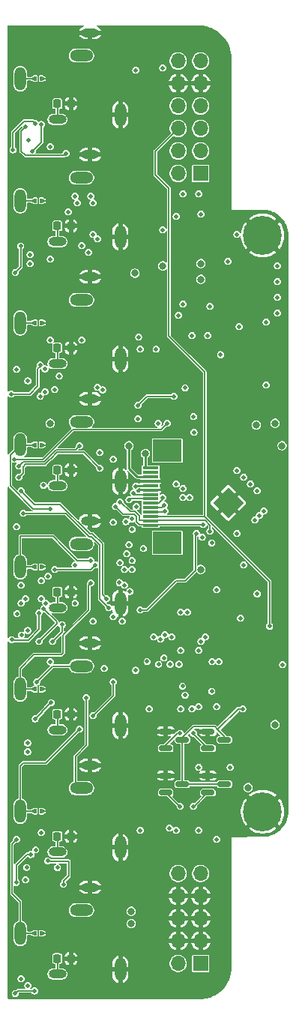
<source format=gbr>
%TF.GenerationSoftware,KiCad,Pcbnew,9.0.1*%
%TF.CreationDate,2025-04-26T11:59:35+02:00*%
%TF.ProjectId,eurorack-pmod-pcb,6575726f-7261-4636-9b2d-706d6f642d70,rev?*%
%TF.SameCoordinates,Original*%
%TF.FileFunction,Copper,L6,Bot*%
%TF.FilePolarity,Positive*%
%FSLAX46Y46*%
G04 Gerber Fmt 4.6, Leading zero omitted, Abs format (unit mm)*
G04 Created by KiCad (PCBNEW 9.0.1) date 2025-04-26 11:59:35*
%MOMM*%
%LPD*%
G01*
G04 APERTURE LIST*
G04 Aperture macros list*
%AMRoundRect*
0 Rectangle with rounded corners*
0 $1 Rounding radius*
0 $2 $3 $4 $5 $6 $7 $8 $9 X,Y pos of 4 corners*
0 Add a 4 corners polygon primitive as box body*
4,1,4,$2,$3,$4,$5,$6,$7,$8,$9,$2,$3,0*
0 Add four circle primitives for the rounded corners*
1,1,$1+$1,$2,$3*
1,1,$1+$1,$4,$5*
1,1,$1+$1,$6,$7*
1,1,$1+$1,$8,$9*
0 Add four rect primitives between the rounded corners*
20,1,$1+$1,$2,$3,$4,$5,0*
20,1,$1+$1,$4,$5,$6,$7,0*
20,1,$1+$1,$6,$7,$8,$9,0*
20,1,$1+$1,$8,$9,$2,$3,0*%
%AMRotRect*
0 Rectangle, with rotation*
0 The origin of the aperture is its center*
0 $1 length*
0 $2 width*
0 $3 Rotation angle, in degrees counterclockwise*
0 Add horizontal line*
21,1,$1,$2,0,0,$3*%
G04 Aperture macros list end*
%TA.AperFunction,ComponentPad*%
%ADD10O,1.308000X2.616000*%
%TD*%
%TA.AperFunction,ComponentPad*%
%ADD11O,2.016000X1.008000*%
%TD*%
%TA.AperFunction,ComponentPad*%
%ADD12O,2.616000X1.308000*%
%TD*%
%TA.AperFunction,ComponentPad*%
%ADD13C,0.700000*%
%TD*%
%TA.AperFunction,ComponentPad*%
%ADD14C,4.400000*%
%TD*%
%TA.AperFunction,ComponentPad*%
%ADD15C,0.500000*%
%TD*%
%TA.AperFunction,SMDPad,CuDef*%
%ADD16RotRect,2.500000X2.500000X135.000000*%
%TD*%
%TA.AperFunction,ComponentPad*%
%ADD17R,1.700000X1.700000*%
%TD*%
%TA.AperFunction,ComponentPad*%
%ADD18O,1.700000X1.700000*%
%TD*%
%TA.AperFunction,SMDPad,CuDef*%
%ADD19RoundRect,0.225000X-0.225000X-0.250000X0.225000X-0.250000X0.225000X0.250000X-0.225000X0.250000X0*%
%TD*%
%TA.AperFunction,SMDPad,CuDef*%
%ADD20R,0.200000X0.300000*%
%TD*%
%TA.AperFunction,SMDPad,CuDef*%
%ADD21R,0.300000X0.500000*%
%TD*%
%TA.AperFunction,SMDPad,CuDef*%
%ADD22RoundRect,0.150000X-0.587500X-0.150000X0.587500X-0.150000X0.587500X0.150000X-0.587500X0.150000X0*%
%TD*%
%TA.AperFunction,SMDPad,CuDef*%
%ADD23R,1.800000X0.300000*%
%TD*%
%TA.AperFunction,SMDPad,CuDef*%
%ADD24R,3.200000X2.500000*%
%TD*%
%TA.AperFunction,ViaPad*%
%ADD25C,0.500000*%
%TD*%
%TA.AperFunction,ViaPad*%
%ADD26C,0.800000*%
%TD*%
%TA.AperFunction,Conductor*%
%ADD27C,0.152000*%
%TD*%
%TA.AperFunction,Conductor*%
%ADD28C,0.152400*%
%TD*%
%TA.AperFunction,Conductor*%
%ADD29C,0.254000*%
%TD*%
%TA.AperFunction,Conductor*%
%ADD30C,0.204000*%
%TD*%
%TA.AperFunction,Conductor*%
%ADD31C,0.200000*%
%TD*%
G04 APERTURE END LIST*
D10*
%TO.P,J10,G*%
%TO.N,/CAP_SENSE_OUT3*%
X-18382000Y-88772626D03*
D11*
%TO.P,J10,S*%
%TO.N,GND*%
X-10482000Y-83572626D03*
D12*
%TO.P,J10,SN*%
%TO.N,/JACK_DETECT_OUT3*%
X-11482000Y-86172626D03*
D11*
%TO.P,J10,T*%
%TO.N,Net-(J10-PadT)*%
X-14182000Y-93372626D03*
D10*
%TO.P,J10,TN*%
%TO.N,GND*%
X-7082000Y-92872626D03*
%TD*%
%TO.P,J5,G*%
%TO.N,/CAP_SENSE_IN2*%
X-18382000Y-19829771D03*
D11*
%TO.P,J5,S*%
%TO.N,GND*%
X-10482000Y-14629771D03*
D12*
%TO.P,J5,SN*%
%TO.N,/JACK_DETECT_IN2*%
X-11482000Y-17229771D03*
D11*
%TO.P,J5,T*%
%TO.N,Net-(J5-PadT)*%
X-14182000Y-24429771D03*
D10*
%TO.P,J5,TN*%
%TO.N,GND*%
X-7082000Y-23929771D03*
%TD*%
D13*
%TO.P,H2,1*%
%TO.N,N/C*%
X10166726Y-90000000D03*
X7350000Y-88833274D03*
X7833274Y-87666548D03*
X7833274Y-90000000D03*
X9000000Y-87183274D03*
D14*
%TO.N,GND*%
X9000000Y-88833274D03*
D13*
%TO.N,N/C*%
X9000000Y-90483274D03*
X10166726Y-87666548D03*
X10650000Y-88833274D03*
%TD*%
D15*
%TO.P,U1,33,PAD*%
%TO.N,GND*%
X5111181Y-55350789D03*
X5818288Y-54643682D03*
X6525395Y-53936575D03*
X4404074Y-54643682D03*
X5111181Y-53936575D03*
D16*
X5111181Y-53936575D03*
D15*
X5818288Y-53229468D03*
X3696967Y-53936575D03*
X4404074Y-53229468D03*
X5111181Y-52522361D03*
%TD*%
D13*
%TO.P,H1,1*%
%TO.N,N/C*%
X7350000Y-23750000D03*
X7833274Y-22583274D03*
X7833274Y-24916726D03*
X9000000Y-22100000D03*
D14*
%TO.N,GND*%
X9000000Y-23750000D03*
D13*
%TO.N,N/C*%
X9000000Y-25400000D03*
X10166726Y-22583274D03*
X10166726Y-24916726D03*
X10650000Y-23750000D03*
%TD*%
D17*
%TO.P,J1,1,Pin_1*%
%TO.N,Net-(J1-Pin_1)*%
X2000000Y-105975000D03*
D18*
%TO.P,J1,2,Pin_2*%
X-540000Y-105975000D03*
%TO.P,J1,3,Pin_3*%
%TO.N,GND*%
X2000000Y-103435000D03*
%TO.P,J1,4,Pin_4*%
X-540000Y-103435000D03*
%TO.P,J1,5,Pin_5*%
X2000000Y-100895000D03*
%TO.P,J1,6,Pin_6*%
X-540000Y-100895000D03*
%TO.P,J1,7,Pin_7*%
X2000000Y-98355000D03*
%TO.P,J1,8,Pin_8*%
X-540000Y-98355000D03*
%TO.P,J1,9,Pin_9*%
%TO.N,Net-(J1-Pin_10)*%
X2000000Y-95815000D03*
%TO.P,J1,10,Pin_10*%
X-540000Y-95815000D03*
%TD*%
D10*
%TO.P,J9,G*%
%TO.N,/CAP_SENSE_OUT2*%
X-18382000Y-74984055D03*
D11*
%TO.P,J9,S*%
%TO.N,GND*%
X-10482000Y-69784055D03*
D12*
%TO.P,J9,SN*%
%TO.N,/JACK_DETECT_OUT2*%
X-11482000Y-72384055D03*
D11*
%TO.P,J9,T*%
%TO.N,Net-(J9-PadT)*%
X-14182000Y-79584055D03*
D10*
%TO.P,J9,TN*%
%TO.N,GND*%
X-7082000Y-79084055D03*
%TD*%
%TO.P,J11,G*%
%TO.N,/CAP_SENSE_OUT4*%
X-18382000Y-102561200D03*
D11*
%TO.P,J11,S*%
%TO.N,GND*%
X-10482000Y-97361200D03*
D12*
%TO.P,J11,SN*%
%TO.N,/JACK_DETECT_OUT4*%
X-11482000Y-99961200D03*
D11*
%TO.P,J11,T*%
%TO.N,Net-(J11-PadT)*%
X-14182000Y-107161200D03*
D10*
%TO.P,J11,TN*%
%TO.N,GND*%
X-7082000Y-106661200D03*
%TD*%
%TO.P,J7,G*%
%TO.N,/CAP_SENSE_IN4*%
X-18382000Y-47406913D03*
D11*
%TO.P,J7,S*%
%TO.N,GND*%
X-10482000Y-42206913D03*
D12*
%TO.P,J7,SN*%
%TO.N,/JACK_DETECT_IN4*%
X-11482000Y-44806913D03*
D11*
%TO.P,J7,T*%
%TO.N,Net-(J7-PadT)*%
X-14182000Y-52006913D03*
D10*
%TO.P,J7,TN*%
%TO.N,GND*%
X-7082000Y-51506913D03*
%TD*%
%TO.P,J4,G*%
%TO.N,/CAP_SENSE_IN1*%
X-18382000Y-6041200D03*
D11*
%TO.P,J4,S*%
%TO.N,GND*%
X-10482000Y-841200D03*
D12*
%TO.P,J4,SN*%
%TO.N,/JACK_DETECT_IN1*%
X-11482000Y-3441200D03*
D11*
%TO.P,J4,T*%
%TO.N,Net-(J4-PadT)*%
X-14182000Y-10641200D03*
D10*
%TO.P,J4,TN*%
%TO.N,GND*%
X-7082000Y-10141200D03*
%TD*%
%TO.P,J6,G*%
%TO.N,/CAP_SENSE_IN3*%
X-18382000Y-33618342D03*
D11*
%TO.P,J6,S*%
%TO.N,GND*%
X-10482000Y-28418342D03*
D12*
%TO.P,J6,SN*%
%TO.N,/JACK_DETECT_IN3*%
X-11482000Y-31018342D03*
D11*
%TO.P,J6,T*%
%TO.N,Net-(J6-PadT)*%
X-14182000Y-38218342D03*
D10*
%TO.P,J6,TN*%
%TO.N,GND*%
X-7082000Y-37718342D03*
%TD*%
%TO.P,J8,G*%
%TO.N,/CAP_SENSE_OUT1*%
X-18382000Y-61195484D03*
D11*
%TO.P,J8,S*%
%TO.N,GND*%
X-10482000Y-55995484D03*
D12*
%TO.P,J8,SN*%
%TO.N,/JACK_DETECT_OUT1*%
X-11482000Y-58595484D03*
D11*
%TO.P,J8,T*%
%TO.N,Net-(J8-PadT)*%
X-14182000Y-65795484D03*
D10*
%TO.P,J8,TN*%
%TO.N,GND*%
X-7082000Y-65295484D03*
%TD*%
D17*
%TO.P,J2,1,Pin_1*%
%TO.N,/SDIN1*%
X2000000Y-16750000D03*
D18*
%TO.P,J2,2,Pin_2*%
%TO.N,/SCL*%
X-540000Y-16750000D03*
%TO.P,J2,3,Pin_3*%
%TO.N,/SDOUT1*%
X2000000Y-14210000D03*
%TO.P,J2,4,Pin_4*%
%TO.N,/SDA*%
X-540000Y-14210000D03*
%TO.P,J2,5,Pin_5*%
%TO.N,/LRCK*%
X2000000Y-11670000D03*
%TO.P,J2,6,Pin_6*%
%TO.N,/UNMUTE*%
X-540000Y-11670000D03*
%TO.P,J2,7,Pin_7*%
%TO.N,/BICK*%
X2000000Y-9130000D03*
%TO.P,J2,8,Pin_8*%
%TO.N,/MCLK*%
X-540000Y-9130000D03*
%TO.P,J2,9,Pin_9*%
%TO.N,GND*%
X2000000Y-6590000D03*
%TO.P,J2,10,Pin_10*%
X-540000Y-6590000D03*
%TO.P,J2,11,Pin_11*%
%TO.N,VDD*%
X2000000Y-4050000D03*
%TO.P,J2,12,Pin_12*%
X-540000Y-4050000D03*
%TD*%
D19*
%TO.P,RV3,1*%
%TO.N,Net-(J5-PadT)*%
X-14201538Y-22659374D03*
%TO.P,RV3,2*%
%TO.N,GND*%
X-12651538Y-22659374D03*
%TD*%
%TO.P,RV4,1*%
%TO.N,Net-(J7-PadT)*%
X-14201538Y-50242122D03*
%TO.P,RV4,2*%
%TO.N,GND*%
X-12651538Y-50242122D03*
%TD*%
D20*
%TO.P,D33,1,A1*%
%TO.N,GND*%
X-15754000Y-74987186D03*
D21*
X-16004000Y-74987186D03*
%TO.P,D33,2,A2*%
%TO.N,/CAP_SENSE_OUT2*%
X-16704000Y-74987186D03*
D20*
X-16954000Y-74987186D03*
%TD*%
%TO.P,D27,1,A1*%
%TO.N,GND*%
X-15754000Y-6042314D03*
D21*
X-16004000Y-6042314D03*
%TO.P,D27,2,A2*%
%TO.N,/CAP_SENSE_IN1*%
X-16704000Y-6042314D03*
D20*
X-16954000Y-6042314D03*
%TD*%
%TO.P,D34,1,A1*%
%TO.N,GND*%
X-15754000Y-102565135D03*
D21*
X-16004000Y-102565135D03*
%TO.P,D34,2,A2*%
%TO.N,/CAP_SENSE_OUT4*%
X-16704000Y-102565135D03*
D20*
X-16954000Y-102565135D03*
%TD*%
D19*
%TO.P,RV8,1*%
%TO.N,Net-(J11-PadT)*%
X-14201538Y-105407619D03*
%TO.P,RV8,2*%
%TO.N,GND*%
X-12651538Y-105407619D03*
%TD*%
D20*
%TO.P,D30,1,A1*%
%TO.N,GND*%
X-15754000Y-47409237D03*
D21*
X-16004000Y-47409237D03*
%TO.P,D30,2,A2*%
%TO.N,/CAP_SENSE_IN4*%
X-16704000Y-47409237D03*
D20*
X-16954000Y-47409237D03*
%TD*%
%TO.P,D29,1,A1*%
%TO.N,GND*%
X-15754000Y-19831288D03*
D21*
X-16004000Y-19831288D03*
%TO.P,D29,2,A2*%
%TO.N,/CAP_SENSE_IN2*%
X-16704000Y-19831288D03*
D20*
X-16954000Y-19831288D03*
%TD*%
%TO.P,D28,1,A1*%
%TO.N,GND*%
X-15754000Y-33620263D03*
D21*
X-16004000Y-33620263D03*
%TO.P,D28,2,A2*%
%TO.N,/CAP_SENSE_IN3*%
X-16704000Y-33620263D03*
D20*
X-16954000Y-33620263D03*
%TD*%
D22*
%TO.P,Q4,1,D*%
%TO.N,Net-(Q4-D)*%
X-1941500Y-81668000D03*
%TO.P,Q4,2,S*%
%TO.N,GND*%
X-1941500Y-79768000D03*
%TO.P,Q4,3,G*%
%TO.N,/OUT_MUTE1*%
X-66500Y-80718000D03*
%TD*%
D23*
%TO.P,J3,1,Pin_1*%
%TO.N,-12V*%
X-3654000Y-50000000D03*
%TO.P,J3,2,Pin_2*%
%TO.N,unconnected-(J3-Pin_2-Pad2)*%
X-3654000Y-50500000D03*
%TO.P,J3,3,Pin_3*%
%TO.N,+12V*%
X-3654000Y-51000000D03*
%TO.P,J3,4,Pin_4*%
%TO.N,GND*%
X-3654000Y-51500000D03*
%TO.P,J3,5,Pin_5*%
%TO.N,VDD*%
X-3654000Y-52000000D03*
%TO.P,J3,6,Pin_6*%
%TO.N,GND*%
X-3654000Y-52500000D03*
%TO.P,J3,7,Pin_7*%
%TO.N,/SDIN1*%
X-3654000Y-53000000D03*
%TO.P,J3,8,Pin_8*%
%TO.N,/SDOUT1*%
X-3654000Y-53500000D03*
%TO.P,J3,9,Pin_9*%
%TO.N,/LRCK*%
X-3654000Y-54000000D03*
%TO.P,J3,10,Pin_10*%
%TO.N,/BICK*%
X-3654000Y-54500000D03*
%TO.P,J3,11,Pin_11*%
%TO.N,/MCLK*%
X-3654000Y-55000000D03*
%TO.P,J3,12,Pin_12*%
%TO.N,/UNMUTE*%
X-3654000Y-55500000D03*
%TO.P,J3,13,Pin_13*%
%TO.N,/SDA*%
X-3654000Y-56000000D03*
%TO.P,J3,14,Pin_14*%
%TO.N,/SCL*%
X-3654000Y-56500000D03*
D24*
%TO.P,J3,MP*%
%TO.N,N/C*%
X-1754000Y-48050000D03*
X-1754000Y-58450000D03*
%TD*%
D19*
%TO.P,RV2,1*%
%TO.N,Net-(J6-PadT)*%
X-14201538Y-36450748D03*
%TO.P,RV2,2*%
%TO.N,GND*%
X-12651538Y-36450748D03*
%TD*%
%TO.P,RV5,1*%
%TO.N,Net-(J8-PadT)*%
X-14201538Y-64033497D03*
%TO.P,RV5,2*%
%TO.N,GND*%
X-12651538Y-64033497D03*
%TD*%
D22*
%TO.P,Q3,1,D*%
%TO.N,Net-(Q3-D)*%
X-1941500Y-86668000D03*
%TO.P,Q3,2,S*%
%TO.N,GND*%
X-1941500Y-84768000D03*
%TO.P,Q3,3,G*%
%TO.N,/OUT_MUTE1*%
X-66499Y-85718000D03*
%TD*%
D19*
%TO.P,RV6,1*%
%TO.N,Net-(J10-PadT)*%
X-14201538Y-91616245D03*
%TO.P,RV6,2*%
%TO.N,GND*%
X-12651538Y-91616245D03*
%TD*%
D20*
%TO.P,D31,1,A1*%
%TO.N,GND*%
X-15754000Y-61198212D03*
D21*
X-16004000Y-61198212D03*
%TO.P,D31,2,A2*%
%TO.N,/CAP_SENSE_OUT1*%
X-16704000Y-61198212D03*
D20*
X-16954000Y-61198212D03*
%TD*%
D19*
%TO.P,RV1,1*%
%TO.N,Net-(J4-PadT)*%
X-14201538Y-8868000D03*
%TO.P,RV1,2*%
%TO.N,GND*%
X-12651538Y-8868000D03*
%TD*%
D22*
%TO.P,Q2,1,D*%
%TO.N,Net-(Q2-D)*%
X2808500Y-81668000D03*
%TO.P,Q2,2,S*%
%TO.N,GND*%
X2808500Y-79768000D03*
%TO.P,Q2,3,G*%
%TO.N,/OUT_MUTE1*%
X4683500Y-80718000D03*
%TD*%
%TO.P,Q5,1,D*%
%TO.N,Net-(Q5-D)*%
X2808500Y-86668000D03*
%TO.P,Q5,2,S*%
%TO.N,GND*%
X2808500Y-84768000D03*
%TO.P,Q5,3,G*%
%TO.N,/OUT_MUTE1*%
X4683501Y-85718000D03*
%TD*%
D20*
%TO.P,D32,1,A1*%
%TO.N,GND*%
X-15754000Y-88776161D03*
D21*
X-16004000Y-88776161D03*
%TO.P,D32,2,A2*%
%TO.N,/CAP_SENSE_OUT3*%
X-16704000Y-88776161D03*
D20*
X-16954000Y-88776161D03*
%TD*%
D19*
%TO.P,RV7,1*%
%TO.N,Net-(J9-PadT)*%
X-14201538Y-77824871D03*
%TO.P,RV7,2*%
%TO.N,GND*%
X-12651538Y-77824871D03*
%TD*%
D25*
%TO.N,/PDN*%
X1196000Y-44208000D03*
X8376000Y-64228000D03*
X2176000Y-57838000D03*
%TO.N,/UNMUTE*%
X9784857Y-67885939D03*
%TO.N,VDD*%
X-4474000Y-59108000D03*
%TO.N,GND*%
X-4064000Y-33274000D03*
X5842000Y-80518000D03*
X6604000Y-36322000D03*
X2540000Y-33782000D03*
D26*
X7007035Y-44666097D03*
X3246000Y-62968000D03*
D25*
X4826000Y-23622000D03*
X7874000Y-33782000D03*
X10160000Y-82296000D03*
X-3810000Y-2286000D03*
X1016000Y-23622000D03*
D26*
X2246000Y-58968000D03*
D25*
X-2540000Y-21336000D03*
X-7366000Y-25654000D03*
X5334000Y-34036000D03*
X5842000Y-90424000D03*
X9398000Y-83058000D03*
X7620000Y-81026000D03*
X-3302000Y-19558000D03*
D26*
X6746000Y-61968000D03*
D25*
X-2254006Y-52468000D03*
X-1778000Y-76962000D03*
X-4826000Y-82804000D03*
X2794000Y-76962000D03*
X-2032000Y-16002000D03*
X1016000Y-47752000D03*
X6096000Y-44704000D03*
X-4572000Y-26670000D03*
%TO.N,VDD*%
X3810000Y-63754000D03*
X6858000Y-60960000D03*
X3246000Y-75218000D03*
X1246000Y-45968000D03*
X-17482992Y-12997008D03*
X246000Y-40968000D03*
X-5334000Y-52070000D03*
X-7874000Y-56134000D03*
X-16002000Y-91186000D03*
X-14986000Y-71882000D03*
X6496000Y-66968000D03*
X-17526000Y-40162766D03*
D26*
X1996000Y-61468000D03*
D25*
X-17554000Y-68368000D03*
X-5004000Y-35218000D03*
D26*
%TO.N,+12V*%
X10414000Y-78994000D03*
D25*
X4246000Y-37218000D03*
D26*
X10413992Y-44958000D03*
X-5431076Y-28014431D03*
X2032000Y-28702000D03*
X-5842000Y-100076000D03*
X-6092773Y-47494773D03*
%TO.N,-12V*%
X2032000Y-26924000D03*
X11195000Y-47498000D03*
X7366000Y-86106000D03*
X8286800Y-45151229D03*
X-2286000Y-27178000D03*
D25*
X11246000Y-72218000D03*
D26*
X-4250006Y-48396935D03*
X-5854000Y-101468000D03*
D25*
%TO.N,Net-(RN1A-R1.1)*%
X0Y-31496000D03*
X-508000Y-32766000D03*
%TO.N,/SDIN1*%
X-5588000Y-52832000D03*
X6096000Y-57404000D03*
%TO.N,/SCL*%
X-9071068Y-41184466D03*
X-7620000Y-54356000D03*
X3302000Y-71882000D03*
X-5754000Y-61468000D03*
X-5334000Y-5080000D03*
X2286000Y-56388000D03*
%TO.N,/SDOUT1*%
X3246000Y-58468000D03*
X-6096000Y-53594000D03*
%TO.N,/SDA*%
X-7112000Y-53848000D03*
X-5746349Y-60464945D03*
X-2286000Y-4826000D03*
X-7874000Y-49022000D03*
X3048000Y-57150000D03*
X4064000Y-71882000D03*
X-9398000Y-48260000D03*
X-9652000Y-40894000D03*
%TO.N,/LRCK*%
X8128000Y-55880000D03*
X-2286000Y-53340000D03*
%TO.N,/PDN*%
X-6004000Y-63968000D03*
%TO.N,/BICK*%
X8636000Y-55372000D03*
X-2094738Y-54193609D03*
%TO.N,/MCLK*%
X9144000Y-54864000D03*
X-2032000Y-54864000D03*
%TO.N,Net-(RN3A-R1.1)*%
X5080000Y-26670000D03*
X6096000Y-23622000D03*
%TO.N,Net-(RN4B-R2.2)*%
X-762000Y-21590000D03*
X-2286000Y-23114000D03*
%TO.N,/-VCOM*%
X9398000Y-33528000D03*
X2032000Y-21336000D03*
X9398000Y-40640000D03*
X1778000Y-76962000D03*
X3048000Y-31750000D03*
X1778000Y-83820000D03*
X-1524000Y-90678000D03*
X5334000Y-83820000D03*
%TO.N,/dual_mono_inputs1/IN1_3V*%
X6096000Y-50292000D03*
X10668010Y-30734000D03*
%TO.N,/dual_mono_inputs1/IN2_3V*%
X6858000Y-51054000D03*
X10668000Y-32512000D03*
%TO.N,/OUT_MUTE1*%
X6746000Y-77218000D03*
%TO.N,/dual_mono_inputs2/IN1_3V*%
X10668000Y-27178000D03*
X7620000Y-51816000D03*
%TO.N,/dual_mono_inputs2/IN2_3V*%
X10668000Y-28956000D03*
X8382000Y-52578000D03*
%TO.N,/dual_mono_outputs1/OUT1*%
X-762000Y-51816000D03*
X1016000Y-77216000D03*
%TO.N,/dual_mono_outputs1/OUT2*%
X0Y-52324000D03*
X-254000Y-77216000D03*
%TO.N,/dual_mono_outputs2/OUT1*%
X-762000Y-90932000D03*
X762000Y-53340000D03*
%TO.N,/dual_mono_outputs2/OUT2*%
X0Y-53340000D03*
X1778000Y-90932000D03*
%TO.N,Net-(D3-K)*%
X-7184932Y-62955534D03*
X2540000Y-69088000D03*
X-10414000Y-19304000D03*
X-13208000Y-14478000D03*
X-7112000Y-60706000D03*
X-12192000Y-19304000D03*
X-17754006Y-11468000D03*
%TO.N,Net-(D4-A)*%
X-16691985Y-11111802D03*
X-19202400Y-14071600D03*
%TO.N,Net-(D4-K)*%
X-10160000Y-20066000D03*
X-14986000Y-13716000D03*
X-6604000Y-63246000D03*
X2032000Y-69596000D03*
X-11938000Y-20066000D03*
X-6604000Y-61468000D03*
%TO.N,Net-(D5-A)*%
X-16002000Y-11226800D03*
X-17018000Y-14224000D03*
%TO.N,Net-(D5-K)*%
X-16002000Y-64770000D03*
X508000Y-66294000D03*
X-17272000Y-25908000D03*
X-17780000Y-64770000D03*
%TO.N,Net-(D6-A)*%
X-18948400Y-27940000D03*
X-18338800Y-24942800D03*
%TO.N,Net-(D6-K)*%
X-15494000Y-65278000D03*
X-17272000Y-26924000D03*
X-18288000Y-65278000D03*
X-254000Y-66294000D03*
%TO.N,Net-(D7-K)*%
X-7874000Y-66802000D03*
X-18796000Y-38862000D03*
X-18796000Y-56642000D03*
X-1270000Y-69088000D03*
%TO.N,Net-(D8-A)*%
X-16143262Y-38376033D03*
X-19405600Y-41656000D03*
%TO.N,Net-(D8-K)*%
X-12186569Y-65283431D03*
X-15240000Y-62230000D03*
X-6858000Y-67310000D03*
X-16127000Y-41910000D03*
X-10160000Y-67310000D03*
X-2032000Y-68834000D03*
%TO.N,Net-(D9-A)*%
X-15575660Y-41401543D03*
X-15595600Y-38811200D03*
%TO.N,Net-(D9-K)*%
X-2540000Y-69342000D03*
X-8636000Y-64770000D03*
X-18288000Y-52578000D03*
%TO.N,Net-(D10-A)*%
X-13978881Y-39620301D03*
X-14499890Y-41148000D03*
%TO.N,Net-(D10-K)*%
X-3302000Y-69088000D03*
X-18034000Y-55118000D03*
X-8382000Y-65786000D03*
%TO.N,Net-(D11-K)*%
X-5354000Y-72868000D03*
X-18754000Y-66468000D03*
%TO.N,Net-(D12-A)*%
X-16265300Y-66381441D03*
X-19354800Y-69392800D03*
%TO.N,Net-(D12-K)*%
X-18254000Y-68868000D03*
X-4054000Y-71868000D03*
%TO.N,Net-(D13-A)*%
X-16256000Y-69596000D03*
X-15734016Y-65926423D03*
%TO.N,Net-(D13-K)*%
X-17554000Y-81068000D03*
X-2754000Y-72168000D03*
%TO.N,Net-(D14-A)*%
X-14879406Y-76517465D03*
X-13665200Y-67716400D03*
X-16697001Y-78340617D03*
X-14732000Y-69596000D03*
%TO.N,Net-(D14-K)*%
X-17554000Y-82068000D03*
X-2154000Y-71468000D03*
%TO.N,Net-(D15-K)*%
X-17664000Y-95118000D03*
X-1454000Y-72168000D03*
%TO.N,Net-(D16-A)*%
X-17194056Y-93667958D03*
X-18846800Y-96824800D03*
%TO.N,Net-(D16-K)*%
X-17779991Y-96519982D03*
X-454000Y-72168000D03*
%TO.N,Net-(D17-A)*%
X-16644556Y-93134244D03*
X-14182500Y-95148400D03*
%TO.N,Net-(D17-K)*%
X-18288000Y-107695998D03*
X-54000Y-74668000D03*
%TO.N,Net-(D18-A)*%
X-18954000Y-109368000D03*
X-13512800Y-97028000D03*
X-15290800Y-94386400D03*
X-16764000Y-109067600D03*
%TO.N,Net-(D18-K)*%
X-17525983Y-108457983D03*
X246000Y-75668000D03*
D26*
%TO.N,/CAP_SENSE_IN1*%
X-15004000Y-44968000D03*
D25*
%TO.N,/CAP_SENSE_IN2*%
X-12192000Y-60960000D03*
%TO.N,/CAP_SENSE_IN3*%
X-9398004Y-50038004D03*
X-18542000Y-51054000D03*
X-5736925Y-56941024D03*
%TO.N,/JACK_DETECT_IN1*%
X6350000Y-34036000D03*
X-3032400Y-36591600D03*
%TO.N,/JACK_DETECT_IN2*%
X-14986000Y-26416000D03*
X-4826000Y-36576000D03*
X-12954000Y-21082000D03*
X-11430000Y-35560000D03*
X-14986000Y-35560000D03*
%TO.N,/JACK_DETECT_IN3*%
X-5080000Y-44450000D03*
%TO.N,/JACK_DETECT_OUT1*%
X-2794000Y-44958000D03*
%TO.N,/JACK_DETECT_OUT2*%
X-16532000Y-74190000D03*
X-19050000Y-49022000D03*
X-1778000Y-44958000D03*
%TO.N,/JACK_DETECT_OUT3*%
X-16002000Y-62738000D03*
X-8890000Y-72644000D03*
X-15754000Y-51968000D03*
X-10922000Y-75946000D03*
%TO.N,/JACK_DETECT_OUT4*%
X-5080000Y-42926000D03*
X-1016000Y-41910000D03*
X-11684000Y-47498000D03*
X-18542000Y-49784000D03*
%TO.N,/CAP_SENSE_IN4*%
X-14986000Y-54610000D03*
%TO.N,/CAP_SENSE_OUT1*%
X-5757169Y-55788624D03*
X-6096000Y-58674000D03*
X-10414000Y-60452000D03*
%TO.N,/CAP_SENSE_OUT2*%
X-6440699Y-56068000D03*
X-6350000Y-59690000D03*
X-10414000Y-62992000D03*
%TO.N,/CAP_SENSE_OUT3*%
X-10160000Y-77978000D03*
X-11684000Y-79502000D03*
X-4826000Y-66040000D03*
X-7874000Y-74168000D03*
X1524000Y-57404000D03*
%TO.N,/CAP_SENSE_OUT4*%
X-14478000Y-61468000D03*
X-18288000Y-63246000D03*
X-9906000Y-60960000D03*
X-5282791Y-54369452D03*
X-18796000Y-91948000D03*
%TO.N,Net-(Q2-D)*%
X1181800Y-79968000D03*
%TO.N,Net-(Q3-D)*%
X-318200Y-88218000D03*
%TO.N,Net-(Q4-D)*%
X-318200Y-79965610D03*
%TO.N,Net-(Q5-D)*%
X1181800Y-88218000D03*
%TO.N,Net-(J4-PadT)*%
X1016000Y-35052000D03*
%TO.N,Net-(J5-PadT)*%
X2794000Y-35052000D03*
%TO.N,Net-(J6-PadT)*%
X-11430000Y-24892000D03*
X1778000Y-19050000D03*
X-10160000Y-23622000D03*
%TO.N,Net-(J7-PadT)*%
X0Y-19050000D03*
X-9652000Y-24130000D03*
X-10668000Y-25654000D03*
%TO.N,Net-(J8-PadT)*%
X-254000Y-70612000D03*
X3810000Y-76962000D03*
X1778000Y-70612000D03*
%TO.N,Net-(J9-PadT)*%
X-3810000Y-77216000D03*
%TO.N,Net-(J10-PadT)*%
X-4826000Y-90932000D03*
%TO.N,Net-(J11-PadT)*%
X3810000Y-91948000D03*
%TD*%
D27*
%TO.N,/UNMUTE*%
X2467711Y-55500000D02*
X2467711Y-39179711D01*
X2467711Y-39179711D02*
X-1594000Y-35118000D01*
X-1594000Y-35118000D02*
X-1594000Y-18428000D01*
X-1594000Y-18428000D02*
X-3114000Y-16908000D01*
X-3114000Y-16908000D02*
X-3114000Y-14244000D01*
X-3114000Y-14244000D02*
X-540000Y-11670000D01*
X9784857Y-62817146D02*
X9784857Y-67885939D01*
X2467711Y-55500000D02*
X9784857Y-62817146D01*
D28*
%TO.N,/SDA*%
X2484663Y-55911800D02*
X3048000Y-56475137D01*
X-5402767Y-54933024D02*
X-4901569Y-55434223D01*
X-7112000Y-53848000D02*
X-7059048Y-53848000D01*
X-4901569Y-55434223D02*
X-4901569Y-55911800D01*
D27*
%TO.N,/UNMUTE*%
X-3654000Y-55500000D02*
X2467711Y-55500000D01*
D28*
%TO.N,/SDA*%
X-4901569Y-55911800D02*
X2484663Y-55911800D01*
X3048000Y-56475137D02*
X3048000Y-57150000D01*
X-5974024Y-54933024D02*
X-5402767Y-54933024D01*
X-7059048Y-53848000D02*
X-5974024Y-54933024D01*
D27*
%TO.N,GND*%
X-15437317Y-47409237D02*
X-15436613Y-47409941D01*
X-16004000Y-88776161D02*
X-14955148Y-88776161D01*
X-15349257Y-61198212D02*
X-15341194Y-61206275D01*
D28*
X-4250000Y-52500000D02*
X-2286006Y-52500000D01*
D27*
X-16004000Y-61198212D02*
X-15349257Y-61198212D01*
D28*
X-2286006Y-52500000D02*
X-2254006Y-52468000D01*
D27*
X-16004000Y-47409237D02*
X-15437317Y-47409237D01*
X-16004000Y-74987186D02*
X-15370223Y-74987186D01*
X-16004000Y-6042314D02*
X-15328314Y-6042314D01*
X-15370223Y-74987186D02*
X-15350870Y-74967833D01*
X-16004000Y-19831288D02*
X-15525046Y-19831288D01*
X-15421058Y-33620263D02*
X-15418499Y-33622822D01*
X-15328314Y-6042314D02*
X-15254000Y-5968000D01*
X-16004000Y-33620263D02*
X-15421058Y-33620263D01*
X-14955148Y-88776161D02*
X-14954650Y-88775663D01*
X-16004000Y-102565135D02*
X-15130216Y-102565135D01*
D29*
%TO.N,VDD*%
X-5264000Y-52000000D02*
X-5334000Y-52070000D01*
X-4250000Y-52000000D02*
X-5264000Y-52000000D01*
%TO.N,+12V*%
X-5154000Y-51000000D02*
X-6092773Y-50061227D01*
X-4250000Y-51000000D02*
X-5154000Y-51000000D01*
X-6092773Y-50061227D02*
X-6092773Y-47494773D01*
%TO.N,-12V*%
X-4250000Y-48396941D02*
X-4250006Y-48396935D01*
X-4250000Y-50000000D02*
X-4250000Y-48396941D01*
D28*
%TO.N,/SDIN1*%
X-5420000Y-53000000D02*
X-5588000Y-52832000D01*
X-4250000Y-53000000D02*
X-5420000Y-53000000D01*
%TO.N,/SCL*%
X-5238152Y-55492771D02*
X-5238152Y-56084478D01*
X-6763576Y-55212424D02*
X-5518499Y-55212424D01*
X-5238152Y-56084478D02*
X-4934630Y-56388000D01*
X-4934630Y-56388000D02*
X2286000Y-56388000D01*
X-7620000Y-54356000D02*
X-6763576Y-55212424D01*
X-5518499Y-55212424D02*
X-5238152Y-55492771D01*
%TO.N,/SDOUT1*%
X-4250000Y-53500000D02*
X-6002000Y-53500000D01*
X-6002000Y-53500000D02*
X-6096000Y-53594000D01*
%TO.N,/LRCK*%
X-4250000Y-54000000D02*
X-2716000Y-54000000D01*
X-2286000Y-53570000D02*
X-2286000Y-53340000D01*
X-2716000Y-54000000D02*
X-2286000Y-53570000D01*
%TO.N,/BICK*%
X-4250000Y-54500000D02*
X-2401129Y-54500000D01*
X-2401129Y-54500000D02*
X-2094738Y-54193609D01*
%TO.N,/MCLK*%
X-4250000Y-55000000D02*
X-2168000Y-55000000D01*
X-2168000Y-55000000D02*
X-2032000Y-54864000D01*
D30*
%TO.N,/OUT_MUTE1*%
X4683500Y-80308078D02*
X4683500Y-80718000D01*
X3919711Y-79544289D02*
X6246000Y-77218000D01*
X-66500Y-80718000D02*
X-66499Y-85718000D01*
X6246000Y-77218000D02*
X6746000Y-77218000D01*
X1200450Y-79238000D02*
X3613422Y-79238000D01*
X4683501Y-85718000D02*
X-66499Y-85718000D01*
X3919711Y-79544289D02*
X4683500Y-80308078D01*
X-66500Y-80718000D02*
X-66500Y-80504950D01*
X3613422Y-79238000D02*
X3919711Y-79544289D01*
X-66500Y-80504950D02*
X1200450Y-79238000D01*
D27*
%TO.N,Net-(D3-K)*%
X-13208000Y-14478000D02*
X-13430000Y-14700000D01*
X-17812000Y-14700000D02*
X-18288000Y-14224000D01*
X-13430000Y-14700000D02*
X-17812000Y-14700000D01*
X-18288000Y-14224000D02*
X-18288000Y-12001994D01*
X-18288000Y-12001994D02*
X-17754006Y-11468000D01*
D31*
%TO.N,Net-(D4-A)*%
X-17961107Y-10868000D02*
X-16935787Y-10868000D01*
X-16935787Y-10868000D02*
X-16691985Y-11111802D01*
X-19202400Y-12109293D02*
X-17961107Y-10868000D01*
X-19202400Y-14071600D02*
X-19202400Y-12109293D01*
%TO.N,Net-(D5-A)*%
X-16002000Y-13208000D02*
X-17018000Y-14224000D01*
X-16002000Y-11226800D02*
X-16002000Y-13208000D01*
%TO.N,Net-(D6-A)*%
X-18338800Y-27330400D02*
X-18338800Y-24942800D01*
X-18948400Y-27940000D02*
X-18338800Y-27330400D01*
%TO.N,Net-(D8-A)*%
X-16143262Y-38546062D02*
X-16143262Y-38376033D01*
X-16408400Y-38811200D02*
X-16143262Y-38546062D01*
X-16408400Y-40741600D02*
X-16408400Y-38811200D01*
X-19405600Y-41656000D02*
X-17322800Y-41656000D01*
X-17322800Y-41656000D02*
X-16408400Y-40741600D01*
D27*
%TO.N,Net-(D9-K)*%
X-13879333Y-54102000D02*
X-16764000Y-54102000D01*
X-8636000Y-64770000D02*
X-9112001Y-64293999D01*
X-10521849Y-57459484D02*
X-13879333Y-54102000D01*
X-9112000Y-58565434D02*
X-10217951Y-57459483D01*
X-16764000Y-54102000D02*
X-18288000Y-52578000D01*
X-9112001Y-64293999D02*
X-9112000Y-58565434D01*
X-10217951Y-57459483D02*
X-10521849Y-57459484D01*
%TO.N,Net-(D10-K)*%
X-9391001Y-64776999D02*
X-8382000Y-65786000D01*
X-10637415Y-57738484D02*
X-10333516Y-57738484D01*
X-13257899Y-55118000D02*
X-18034000Y-55118000D01*
X-10333516Y-57738484D02*
X-9391001Y-58680999D01*
X-10637415Y-57738484D02*
X-13257899Y-55118000D01*
X-9391001Y-58680999D02*
X-9391001Y-64776999D01*
D31*
%TO.N,Net-(D12-A)*%
X-19354800Y-69392800D02*
X-19286600Y-69461000D01*
X-16265300Y-68233700D02*
X-16265300Y-66381441D01*
X-17492600Y-69461000D02*
X-16265300Y-68233700D01*
X-19286600Y-69461000D02*
X-17492600Y-69461000D01*
%TO.N,Net-(D13-A)*%
X-14274800Y-67385639D02*
X-14274800Y-67614800D01*
X-14274800Y-67614800D02*
X-16256000Y-69596000D01*
X-15734016Y-65926423D02*
X-14274800Y-67385639D01*
%TO.N,Net-(D14-A)*%
X-14879406Y-76517465D02*
X-15905337Y-77543396D01*
X-13665200Y-68529200D02*
X-14732000Y-69596000D01*
X-15905337Y-77548953D02*
X-16697001Y-78340617D01*
X-15905337Y-77543396D02*
X-15905337Y-77548953D01*
X-13665200Y-67716400D02*
X-13665200Y-68529200D01*
%TO.N,Net-(D16-A)*%
X-18846800Y-94879289D02*
X-17635469Y-93667958D01*
X-17635469Y-93667958D02*
X-17194056Y-93667958D01*
X-18846800Y-96824800D02*
X-18846800Y-94879289D01*
%TO.N,Net-(D18-A)*%
X-13512800Y-96672400D02*
X-13512800Y-97028000D01*
X-15240000Y-94437200D02*
X-12903200Y-94437200D01*
X-13512800Y-96672400D02*
X-12903200Y-96062800D01*
D28*
X-18653600Y-109067600D02*
X-16764000Y-109067600D01*
X-18854000Y-109268000D02*
X-18653600Y-109067600D01*
D31*
X-12903200Y-94437200D02*
X-12903200Y-96062800D01*
X-15290800Y-94386400D02*
X-15240000Y-94437200D01*
D27*
%TO.N,/CAP_SENSE_IN1*%
X-18380886Y-6042314D02*
X-18382000Y-6041200D01*
X-16704000Y-6042314D02*
X-18380886Y-6042314D01*
%TO.N,/CAP_SENSE_IN2*%
X-16704000Y-19831288D02*
X-18380483Y-19831288D01*
X-18380483Y-19831288D02*
X-18382000Y-19829771D01*
D28*
%TO.N,/CAP_SENSE_IN3*%
X-14963322Y-48969000D02*
X-14952667Y-48969000D01*
X-15575513Y-49581191D02*
X-14963322Y-48969000D01*
X-18064800Y-49891991D02*
X-17754000Y-49581191D01*
D27*
X-18380079Y-33620263D02*
X-18382000Y-33618342D01*
D28*
X-18064800Y-50576800D02*
X-18064800Y-49891991D01*
X-11188608Y-48247400D02*
X-9398004Y-50038004D01*
D27*
X-16704000Y-33620263D02*
X-18380079Y-33620263D01*
D28*
X-14231067Y-48247400D02*
X-11188608Y-48247400D01*
X-17754000Y-49581191D02*
X-15575513Y-49581191D01*
X-14952667Y-48969000D02*
X-14231067Y-48247400D01*
X-18542000Y-51054000D02*
X-18064800Y-50576800D01*
%TO.N,/JACK_DETECT_OUT2*%
X-12450113Y-45664113D02*
X-15807391Y-49021391D01*
X-15807391Y-49021391D02*
X-18174523Y-49021391D01*
X-18175132Y-49022000D02*
X-19050000Y-49022000D01*
X-16532000Y-74190000D02*
X-14726055Y-72384055D01*
X-2484113Y-45664113D02*
X-12450113Y-45664113D01*
X-1778000Y-44958000D02*
X-2484113Y-45664113D01*
X-14726055Y-72384055D02*
X-11482000Y-72384055D01*
X-18174523Y-49021391D02*
X-18175132Y-49022000D01*
%TO.N,/JACK_DETECT_OUT3*%
X-10922000Y-75946000D02*
X-10922000Y-81336000D01*
X-12154000Y-82568000D02*
X-12154000Y-85500626D01*
X-12154000Y-85500626D02*
X-11482000Y-86172626D01*
X-10922000Y-81336000D02*
X-12154000Y-82568000D01*
%TO.N,/JACK_DETECT_OUT4*%
X-5080000Y-42926000D02*
X-4064000Y-41910000D01*
X-18058791Y-49300791D02*
X-15691659Y-49300791D01*
X-18542000Y-49784000D02*
X-18058791Y-49300791D01*
X-12154000Y-47968000D02*
X-11684000Y-47498000D01*
X-14348213Y-47968000D02*
X-12154000Y-47968000D01*
X-15079468Y-48688600D02*
X-15068813Y-48688600D01*
X-15691659Y-49300791D02*
X-15079468Y-48688600D01*
X-4064000Y-41910000D02*
X-1016000Y-41910000D01*
X-15068813Y-48688600D02*
X-14348213Y-47968000D01*
%TO.N,/CAP_SENSE_IN4*%
X-16929449Y-54610000D02*
X-14986000Y-54610000D01*
D27*
X-18379676Y-47409237D02*
X-18382000Y-47406913D01*
X-16704000Y-47409237D02*
X-18379676Y-47409237D01*
D28*
X-18382000Y-47406913D02*
X-19526200Y-48551113D01*
X-19526200Y-48551113D02*
X-19526200Y-52013249D01*
X-19526200Y-52013249D02*
X-16929449Y-54610000D01*
%TO.N,/CAP_SENSE_OUT1*%
X-18385000Y-57724000D02*
X-14666000Y-57724000D01*
D27*
X-18379272Y-61198212D02*
X-18382000Y-61195484D01*
D28*
X-18382000Y-57727000D02*
X-18382000Y-61195484D01*
X-11938000Y-60452000D02*
X-10414000Y-60452000D01*
D27*
X-16704000Y-61198212D02*
X-18379272Y-61198212D01*
D28*
X-18385000Y-57724000D02*
X-18382000Y-57727000D01*
X-13462000Y-58928000D02*
X-11938000Y-60452000D01*
X-14666000Y-57724000D02*
X-13462000Y-58928000D01*
%TO.N,/CAP_SENSE_OUT2*%
X-13724913Y-71084400D02*
X-13526800Y-70886287D01*
X-18382000Y-72644000D02*
X-16822400Y-71084400D01*
X-10668000Y-63246000D02*
X-10414000Y-62992000D01*
D27*
X-18378869Y-74987186D02*
X-18382000Y-74984055D01*
D28*
X-16822400Y-71084400D02*
X-13724913Y-71084400D01*
D27*
X-16704000Y-74987186D02*
X-18378869Y-74987186D01*
D28*
X-18382000Y-74984055D02*
X-18382000Y-72644000D01*
X-10668000Y-66040000D02*
X-10668000Y-63246000D01*
X-13526800Y-70886287D02*
X-13526800Y-68898800D01*
X-13526800Y-68898800D02*
X-10668000Y-66040000D01*
%TO.N,/CAP_SENSE_OUT3*%
X1392800Y-61577040D02*
X231840Y-62738000D01*
X-7874000Y-75692000D02*
X-10160000Y-77978000D01*
X-762000Y-62738000D02*
X-4064000Y-66040000D01*
D27*
X-16704000Y-88776161D02*
X-18378465Y-88776161D01*
D28*
X-18385000Y-85206800D02*
X-18382000Y-85209800D01*
X-7874000Y-74168000D02*
X-7874000Y-75692000D01*
X-15494000Y-83312000D02*
X-18034000Y-83312000D01*
X-11684000Y-79502000D02*
X-15494000Y-83312000D01*
X1524000Y-57404000D02*
X1392800Y-57535200D01*
D27*
X-18378465Y-88776161D02*
X-18382000Y-88772626D01*
D28*
X-4064000Y-66040000D02*
X-4826000Y-66040000D01*
X231840Y-62738000D02*
X-762000Y-62738000D01*
X-18385000Y-83663000D02*
X-18385000Y-85206800D01*
X1392800Y-57535200D02*
X1392800Y-61577040D01*
X-18034000Y-83312000D02*
X-18385000Y-83663000D01*
X-18382000Y-85209800D02*
X-18382000Y-88772626D01*
%TO.N,/CAP_SENSE_OUT4*%
X-18385000Y-99024400D02*
X-18382000Y-99027400D01*
X-19323000Y-98086400D02*
X-19323000Y-92475000D01*
X-18382000Y-99027400D02*
X-18382000Y-102561200D01*
D27*
X-16704000Y-102565135D02*
X-18378065Y-102565135D01*
D28*
X-18385000Y-99024400D02*
X-19323000Y-98086400D01*
X-10414000Y-61468000D02*
X-9906000Y-60960000D01*
X-19323000Y-92475000D02*
X-18796000Y-91948000D01*
X-14478000Y-61468000D02*
X-10414000Y-61468000D01*
D27*
X-18378065Y-102565135D02*
X-18382000Y-102561200D01*
D28*
%TO.N,Net-(Q2-D)*%
X1181800Y-79968000D02*
X1181800Y-80041300D01*
X1181800Y-80041300D02*
X2808500Y-81668000D01*
%TO.N,Net-(Q3-D)*%
X-318200Y-88218000D02*
X-391500Y-88218000D01*
X-391500Y-88218000D02*
X-1941500Y-86668000D01*
D30*
%TO.N,Net-(Q4-D)*%
X-318200Y-79965610D02*
X-320590Y-79968000D01*
X-595558Y-79968000D02*
X-1941500Y-81313942D01*
X-320590Y-79968000D02*
X-595558Y-79968000D01*
X-1941500Y-81313942D02*
X-1941500Y-81668000D01*
D28*
%TO.N,Net-(Q5-D)*%
X1258500Y-88218000D02*
X2808500Y-86668000D01*
X1181800Y-88218000D02*
X1258500Y-88218000D01*
%TO.N,Net-(J4-PadT)*%
X-14182000Y-10641200D02*
X-14182000Y-8887538D01*
X-14182000Y-8887538D02*
X-14201538Y-8868000D01*
%TO.N,Net-(J5-PadT)*%
X-14182000Y-24429771D02*
X-14182000Y-22678912D01*
X-14182000Y-22678912D02*
X-14201538Y-22659374D01*
%TO.N,Net-(J6-PadT)*%
X-14182000Y-38218342D02*
X-14182000Y-36470286D01*
X-14182000Y-36470286D02*
X-14201538Y-36450748D01*
%TO.N,Net-(J7-PadT)*%
X-14182000Y-52006913D02*
X-14182000Y-50261660D01*
X-14182000Y-50261660D02*
X-14201538Y-50242122D01*
%TO.N,Net-(J8-PadT)*%
X-14182000Y-64053035D02*
X-14201538Y-64033497D01*
X-14182000Y-65795484D02*
X-14182000Y-64053035D01*
%TO.N,Net-(J9-PadT)*%
X-14182000Y-79584055D02*
X-14182000Y-77844409D01*
X-14182000Y-77844409D02*
X-14201538Y-77824871D01*
%TO.N,Net-(J10-PadT)*%
X-14182000Y-91635783D02*
X-14201538Y-91616245D01*
X-14182000Y-93372626D02*
X-14182000Y-91635783D01*
%TO.N,Net-(J11-PadT)*%
X-14182000Y-107161200D02*
X-14182000Y-105427157D01*
X-14182000Y-105427157D02*
X-14201538Y-105407619D01*
%TD*%
%TA.AperFunction,Conductor*%
%TO.N,GND*%
G36*
X8160967Y-89549876D02*
G01*
X8283398Y-89672307D01*
X8420537Y-89771944D01*
X8371902Y-89820580D01*
X8327708Y-89838886D01*
X8283514Y-89820580D01*
X8273582Y-89807637D01*
X8215369Y-89706808D01*
X8215368Y-89706807D01*
X8215367Y-89706805D01*
X8126471Y-89617909D01*
X8126467Y-89617906D01*
X8126466Y-89617905D01*
X8025635Y-89559690D01*
X7996516Y-89521740D01*
X8002759Y-89474314D01*
X8012692Y-89461370D01*
X8061328Y-89412733D01*
X8160967Y-89549876D01*
G37*
%TD.AperFunction*%
%TA.AperFunction,Conductor*%
G36*
X9987306Y-89461370D02*
G01*
X10005612Y-89505564D01*
X9987306Y-89549758D01*
X9974363Y-89559690D01*
X9873534Y-89617904D01*
X9873528Y-89617909D01*
X9784635Y-89706802D01*
X9784630Y-89706808D01*
X9726416Y-89807637D01*
X9688466Y-89836757D01*
X9641039Y-89830512D01*
X9628096Y-89820580D01*
X9579460Y-89771944D01*
X9716602Y-89672307D01*
X9839033Y-89549876D01*
X9938670Y-89412734D01*
X9987306Y-89461370D01*
G37*
%TD.AperFunction*%
%TA.AperFunction,Conductor*%
G36*
X8358959Y-87836034D02*
G01*
X8371903Y-87845967D01*
X8420539Y-87894603D01*
X8283398Y-87994241D01*
X8160967Y-88116672D01*
X8061329Y-88253813D01*
X8012693Y-88205177D01*
X7994387Y-88160983D01*
X8012693Y-88116789D01*
X8025634Y-88106857D01*
X8126466Y-88048643D01*
X8215369Y-87959740D01*
X8273582Y-87858910D01*
X8311533Y-87829791D01*
X8358959Y-87836034D01*
G37*
%TD.AperFunction*%
%TA.AperFunction,Conductor*%
G36*
X9716484Y-87845966D02*
G01*
X9726416Y-87858909D01*
X9748708Y-87897520D01*
X9784632Y-87959741D01*
X9784635Y-87959745D01*
X9873531Y-88048641D01*
X9873533Y-88048642D01*
X9873534Y-88048643D01*
X9974363Y-88106856D01*
X10003482Y-88144806D01*
X9997239Y-88192232D01*
X9987306Y-88205176D01*
X9938670Y-88253811D01*
X9839033Y-88116672D01*
X9716602Y-87994241D01*
X9579459Y-87894602D01*
X9628096Y-87845966D01*
X9672290Y-87827660D01*
X9716484Y-87845966D01*
G37*
%TD.AperFunction*%
%TA.AperFunction,Conductor*%
G36*
X8160967Y-24466602D02*
G01*
X8283398Y-24589033D01*
X8420537Y-24688670D01*
X8371902Y-24737306D01*
X8327708Y-24755612D01*
X8283514Y-24737306D01*
X8273582Y-24724363D01*
X8215369Y-24623534D01*
X8215368Y-24623533D01*
X8215367Y-24623531D01*
X8126471Y-24534635D01*
X8126467Y-24534632D01*
X8126466Y-24534631D01*
X8025635Y-24476416D01*
X7996516Y-24438466D01*
X8002759Y-24391040D01*
X8012692Y-24378096D01*
X8061328Y-24329459D01*
X8160967Y-24466602D01*
G37*
%TD.AperFunction*%
%TA.AperFunction,Conductor*%
G36*
X9987306Y-24378096D02*
G01*
X10005612Y-24422290D01*
X9987306Y-24466484D01*
X9974363Y-24476416D01*
X9873534Y-24534630D01*
X9873528Y-24534635D01*
X9784635Y-24623528D01*
X9784630Y-24623534D01*
X9726416Y-24724363D01*
X9688466Y-24753483D01*
X9641039Y-24747238D01*
X9628096Y-24737306D01*
X9579460Y-24688670D01*
X9716602Y-24589033D01*
X9839033Y-24466602D01*
X9938670Y-24329460D01*
X9987306Y-24378096D01*
G37*
%TD.AperFunction*%
%TA.AperFunction,Conductor*%
G36*
X8358959Y-22752760D02*
G01*
X8371903Y-22762693D01*
X8420539Y-22811329D01*
X8283398Y-22910967D01*
X8160967Y-23033398D01*
X8061329Y-23170539D01*
X8012693Y-23121903D01*
X7994387Y-23077709D01*
X8012693Y-23033515D01*
X8025634Y-23023583D01*
X8126466Y-22965369D01*
X8215369Y-22876466D01*
X8273582Y-22775636D01*
X8311533Y-22746517D01*
X8358959Y-22752760D01*
G37*
%TD.AperFunction*%
%TA.AperFunction,Conductor*%
G36*
X9680093Y-22747618D02*
G01*
X9688466Y-22746516D01*
X9701410Y-22756448D01*
X9716484Y-22762692D01*
X9726416Y-22775635D01*
X9779793Y-22868087D01*
X9784632Y-22876467D01*
X9784635Y-22876471D01*
X9873531Y-22965367D01*
X9873533Y-22965368D01*
X9873534Y-22965369D01*
X9974363Y-23023582D01*
X10003482Y-23061532D01*
X9997239Y-23108958D01*
X9987306Y-23121902D01*
X9938670Y-23170537D01*
X9839033Y-23033398D01*
X9716602Y-22910967D01*
X9579459Y-22811328D01*
X9628096Y-22762692D01*
X9635898Y-22759460D01*
X9641040Y-22752759D01*
X9657217Y-22750629D01*
X9672290Y-22744386D01*
X9680093Y-22747618D01*
G37*
%TD.AperFunction*%
%TA.AperFunction,Conductor*%
G36*
X-11207135Y-18806D02*
G01*
X-11188829Y-63000D01*
X-11207135Y-107194D01*
X-11227411Y-120742D01*
X-11345045Y-169467D01*
X-11345049Y-169470D01*
X-11469196Y-252422D01*
X-11574777Y-358003D01*
X-11657729Y-482150D01*
X-11657732Y-482154D01*
X-11701244Y-587199D01*
X-11701244Y-587200D01*
X-9262756Y-587200D01*
X-9262755Y-587199D01*
X-9306267Y-482154D01*
X-9306270Y-482150D01*
X-9389222Y-358003D01*
X-9494803Y-252422D01*
X-9618950Y-169470D01*
X-9618954Y-169467D01*
X-9736589Y-120742D01*
X-9770413Y-86918D01*
X-9770413Y-39082D01*
X-9736589Y-5258D01*
X-9712671Y-500D01*
X1688460Y-500D01*
X1691526Y-574D01*
X2025249Y-16969D01*
X2028640Y-17231D01*
X2109331Y-25712D01*
X2111829Y-26028D01*
X2402907Y-69205D01*
X2406666Y-69883D01*
X2480224Y-85518D01*
X2482352Y-86010D01*
X2774327Y-159147D01*
X2778440Y-160329D01*
X2838966Y-179995D01*
X2840684Y-180582D01*
X3135539Y-286083D01*
X3139902Y-287831D01*
X3179034Y-305254D01*
X3180223Y-305800D01*
X3482691Y-448857D01*
X3487183Y-451209D01*
X3489164Y-452353D01*
X3489847Y-452755D01*
X3803824Y-640946D01*
X3808912Y-644346D01*
X4104255Y-863388D01*
X4108987Y-867270D01*
X4314062Y-1053140D01*
X4381448Y-1114215D01*
X4385784Y-1118551D01*
X4632727Y-1391010D01*
X4636611Y-1395744D01*
X4855652Y-1691086D01*
X4859060Y-1696186D01*
X5047181Y-2010047D01*
X5047701Y-2010931D01*
X5048773Y-2012788D01*
X5051144Y-2017313D01*
X5194171Y-2319717D01*
X5194769Y-2321019D01*
X5212166Y-2360095D01*
X5213915Y-2364459D01*
X5319416Y-2659314D01*
X5320011Y-2661057D01*
X5339668Y-2721556D01*
X5340854Y-2725683D01*
X5413980Y-3017615D01*
X5414487Y-3019806D01*
X5430109Y-3093300D01*
X5430799Y-3097124D01*
X5473961Y-3388100D01*
X5474295Y-3390738D01*
X5482764Y-3471321D01*
X5483031Y-3474787D01*
X5499425Y-3808473D01*
X5499500Y-3811540D01*
X5499500Y-20827794D01*
X5499500Y-20828208D01*
X5499647Y-20828354D01*
X5499793Y-20828500D01*
X5499794Y-20828500D01*
X5500207Y-20828500D01*
X5500207Y-20828499D01*
X8998243Y-20824737D01*
X9001750Y-20824834D01*
X9293742Y-20841231D01*
X9297711Y-20841584D01*
X9368872Y-20850224D01*
X9371770Y-20850646D01*
X9625373Y-20893735D01*
X9629829Y-20894661D01*
X9692697Y-20910157D01*
X9694959Y-20910762D01*
X9949757Y-20984168D01*
X9954599Y-20985781D01*
X10001599Y-21003605D01*
X10003332Y-21004292D01*
X10262268Y-21111547D01*
X10267387Y-21113945D01*
X10285949Y-21123688D01*
X10287098Y-21124307D01*
X10553274Y-21271416D01*
X10559182Y-21275129D01*
X10821018Y-21460912D01*
X10826479Y-21465267D01*
X10907046Y-21537266D01*
X11065856Y-21679187D01*
X11070812Y-21684143D01*
X11214036Y-21844411D01*
X11273077Y-21910478D01*
X11284729Y-21923516D01*
X11289089Y-21928984D01*
X11474865Y-22190809D01*
X11478587Y-22196733D01*
X11625691Y-22462900D01*
X11626329Y-22464085D01*
X11636053Y-22482611D01*
X11638456Y-22487740D01*
X11745702Y-22746656D01*
X11746397Y-22748411D01*
X11764214Y-22795390D01*
X11765833Y-22800251D01*
X11839225Y-23054998D01*
X11839852Y-23057343D01*
X11855333Y-23120153D01*
X11856266Y-23124641D01*
X11899349Y-23378210D01*
X11899776Y-23381145D01*
X11908411Y-23452257D01*
X11908769Y-23456287D01*
X11925165Y-23748254D01*
X11925263Y-23751758D01*
X11925263Y-88748240D01*
X11925165Y-88751744D01*
X11908677Y-89045343D01*
X11908319Y-89049373D01*
X11900149Y-89116655D01*
X11899722Y-89119590D01*
X11856025Y-89376774D01*
X11855092Y-89381263D01*
X11840602Y-89440048D01*
X11839975Y-89442392D01*
X11765478Y-89700975D01*
X11763860Y-89705835D01*
X11747713Y-89748412D01*
X11747017Y-89750168D01*
X11638008Y-90013340D01*
X11635606Y-90018468D01*
X11628723Y-90031582D01*
X11628084Y-90032768D01*
X11478589Y-90303260D01*
X11474860Y-90309195D01*
X11289094Y-90571008D01*
X11284723Y-90576488D01*
X11070810Y-90815855D01*
X11065855Y-90820810D01*
X10826488Y-91034723D01*
X10821008Y-91039094D01*
X10559195Y-91224860D01*
X10553260Y-91228589D01*
X10282768Y-91378084D01*
X10281582Y-91378723D01*
X10268468Y-91385606D01*
X10263340Y-91388008D01*
X10000168Y-91497017D01*
X9998412Y-91497713D01*
X9955835Y-91513860D01*
X9950975Y-91515478D01*
X9692392Y-91589975D01*
X9690048Y-91590602D01*
X9631263Y-91605092D01*
X9626774Y-91606025D01*
X9369590Y-91649722D01*
X9366655Y-91650149D01*
X9299373Y-91658319D01*
X9295343Y-91658677D01*
X9001744Y-91675165D01*
X8998583Y-91675262D01*
X8973817Y-91675398D01*
X8973808Y-91675394D01*
X8973800Y-91675398D01*
X5500898Y-91693495D01*
X5500897Y-91693495D01*
X5499982Y-91693500D01*
X5499793Y-91693500D01*
X5499792Y-91693500D01*
X5499790Y-91693501D01*
X5499644Y-91693648D01*
X5499500Y-91693793D01*
X5499500Y-91693794D01*
X5499499Y-91693796D01*
X5499500Y-91694003D01*
X5499500Y-91695504D01*
X5499500Y-106424459D01*
X5499425Y-106427526D01*
X5484046Y-106740549D01*
X5483779Y-106744015D01*
X5476000Y-106818032D01*
X5475666Y-106820670D01*
X5435069Y-107094349D01*
X5434379Y-107098173D01*
X5420071Y-107165486D01*
X5419564Y-107167677D01*
X5350774Y-107442305D01*
X5349588Y-107446432D01*
X5331680Y-107501549D01*
X5331085Y-107503292D01*
X5231824Y-107780704D01*
X5230075Y-107785068D01*
X5214561Y-107819915D01*
X5213963Y-107821217D01*
X5079327Y-108105879D01*
X5076436Y-108111288D01*
X4899508Y-108406476D01*
X4896100Y-108411576D01*
X4691089Y-108688001D01*
X4687198Y-108692742D01*
X4456079Y-108947742D01*
X4451742Y-108952079D01*
X4196742Y-109183198D01*
X4192001Y-109187089D01*
X3915576Y-109392100D01*
X3910476Y-109395508D01*
X3615288Y-109572436D01*
X3609879Y-109575327D01*
X3325217Y-109709963D01*
X3323915Y-109710561D01*
X3289068Y-109726075D01*
X3284704Y-109727824D01*
X3007292Y-109827085D01*
X3005549Y-109827680D01*
X2950432Y-109845588D01*
X2946305Y-109846774D01*
X2671677Y-109915564D01*
X2669486Y-109916071D01*
X2602173Y-109930379D01*
X2598349Y-109931069D01*
X2324671Y-109971666D01*
X2322033Y-109972000D01*
X2248015Y-109979779D01*
X2244551Y-109980046D01*
X2207500Y-109981867D01*
X2206326Y-109981925D01*
X2203259Y-109982000D01*
X-19737000Y-109982000D01*
X-19781194Y-109963694D01*
X-19799500Y-109919500D01*
X-19799500Y-109315273D01*
X-19354500Y-109315273D01*
X-19354500Y-109420727D01*
X-19327207Y-109522587D01*
X-19274480Y-109613913D01*
X-19199913Y-109688480D01*
X-19108587Y-109741207D01*
X-19006727Y-109768500D01*
X-19006726Y-109768500D01*
X-18901274Y-109768500D01*
X-18901273Y-109768500D01*
X-18861745Y-109757908D01*
X-18799416Y-109741208D01*
X-18799413Y-109741207D01*
X-18773204Y-109726075D01*
X-18708087Y-109688480D01*
X-18708085Y-109688478D01*
X-18708081Y-109688475D01*
X-18633524Y-109613918D01*
X-18633521Y-109613914D01*
X-18580792Y-109522586D01*
X-18580791Y-109522583D01*
X-18553501Y-109420733D01*
X-18553500Y-109420725D01*
X-18553500Y-109333800D01*
X-18535194Y-109289606D01*
X-18491000Y-109271300D01*
X-17144936Y-109271300D01*
X-17100742Y-109289606D01*
X-17090810Y-109302550D01*
X-17084480Y-109313513D01*
X-17009913Y-109388080D01*
X-16918587Y-109440807D01*
X-16816727Y-109468100D01*
X-16816726Y-109468100D01*
X-16711274Y-109468100D01*
X-16711273Y-109468100D01*
X-16671745Y-109457508D01*
X-16609416Y-109440808D01*
X-16609413Y-109440807D01*
X-16574644Y-109420733D01*
X-16518087Y-109388080D01*
X-16518085Y-109388078D01*
X-16518081Y-109388075D01*
X-16443524Y-109313518D01*
X-16443521Y-109313514D01*
X-16429717Y-109289606D01*
X-16390793Y-109222187D01*
X-16390792Y-109222186D01*
X-16390791Y-109222183D01*
X-16363501Y-109120333D01*
X-16363500Y-109120325D01*
X-16363500Y-109014874D01*
X-16363501Y-109014866D01*
X-16390791Y-108913016D01*
X-16390792Y-108913013D01*
X-16443521Y-108821685D01*
X-16443524Y-108821681D01*
X-16518081Y-108747124D01*
X-16518085Y-108747121D01*
X-16609413Y-108694392D01*
X-16609416Y-108694391D01*
X-16711266Y-108667101D01*
X-16711272Y-108667100D01*
X-16711273Y-108667100D01*
X-16816727Y-108667100D01*
X-16816728Y-108667100D01*
X-16816733Y-108667101D01*
X-16918583Y-108694391D01*
X-16918586Y-108694392D01*
X-16964250Y-108720756D01*
X-17009913Y-108747120D01*
X-17009914Y-108747121D01*
X-17009918Y-108747124D01*
X-17084475Y-108821681D01*
X-17084482Y-108821690D01*
X-17090810Y-108832650D01*
X-17097509Y-108837790D01*
X-17100742Y-108845594D01*
X-17115816Y-108851838D01*
X-17128760Y-108861770D01*
X-17144936Y-108863900D01*
X-17214618Y-108863900D01*
X-17258812Y-108845594D01*
X-17277118Y-108801400D01*
X-17258812Y-108757206D01*
X-17205507Y-108703901D01*
X-17205504Y-108703897D01*
X-17200016Y-108694393D01*
X-17152776Y-108612570D01*
X-17152775Y-108612569D01*
X-17152774Y-108612566D01*
X-17125484Y-108510716D01*
X-17125483Y-108510708D01*
X-17125483Y-108405257D01*
X-17125484Y-108405249D01*
X-17152774Y-108303399D01*
X-17152775Y-108303396D01*
X-17205504Y-108212068D01*
X-17205507Y-108212064D01*
X-17280064Y-108137507D01*
X-17280068Y-108137504D01*
X-17371396Y-108084775D01*
X-17371399Y-108084774D01*
X-17473249Y-108057484D01*
X-17473255Y-108057483D01*
X-17473256Y-108057483D01*
X-17578710Y-108057483D01*
X-17578711Y-108057483D01*
X-17578716Y-108057484D01*
X-17680566Y-108084774D01*
X-17680569Y-108084775D01*
X-17717122Y-108105879D01*
X-17771896Y-108137503D01*
X-17771897Y-108137504D01*
X-17771901Y-108137507D01*
X-17846458Y-108212064D01*
X-17846461Y-108212068D01*
X-17846463Y-108212070D01*
X-17899190Y-108303396D01*
X-17926483Y-108405256D01*
X-17926483Y-108510710D01*
X-17899190Y-108612570D01*
X-17846463Y-108703896D01*
X-17846458Y-108703901D01*
X-17793154Y-108757206D01*
X-17774848Y-108801400D01*
X-17793154Y-108845594D01*
X-17837348Y-108863900D01*
X-18613082Y-108863900D01*
X-18694119Y-108863900D01*
X-18768987Y-108894911D01*
X-18768988Y-108894912D01*
X-18828675Y-108954599D01*
X-18872869Y-108972905D01*
X-18889043Y-108970776D01*
X-18901268Y-108967500D01*
X-18901273Y-108967500D01*
X-19006727Y-108967500D01*
X-19006728Y-108967500D01*
X-19006733Y-108967501D01*
X-19108583Y-108994791D01*
X-19108586Y-108994792D01*
X-19154250Y-109021156D01*
X-19199913Y-109047520D01*
X-19199914Y-109047521D01*
X-19199918Y-109047524D01*
X-19274475Y-109122081D01*
X-19274478Y-109122085D01*
X-19274480Y-109122087D01*
X-19327207Y-109213413D01*
X-19354500Y-109315273D01*
X-19799500Y-109315273D01*
X-19799500Y-107643271D01*
X-18688500Y-107643271D01*
X-18688500Y-107748725D01*
X-18661207Y-107850585D01*
X-18608480Y-107941911D01*
X-18533913Y-108016478D01*
X-18442587Y-108069205D01*
X-18340727Y-108096498D01*
X-18340726Y-108096498D01*
X-18235274Y-108096498D01*
X-18235273Y-108096498D01*
X-18191518Y-108084774D01*
X-18133416Y-108069206D01*
X-18133413Y-108069205D01*
X-18113110Y-108057483D01*
X-18042087Y-108016478D01*
X-18042085Y-108016476D01*
X-18042081Y-108016473D01*
X-17967524Y-107941916D01*
X-17967521Y-107941912D01*
X-17914792Y-107850584D01*
X-17914791Y-107850581D01*
X-17887501Y-107748731D01*
X-17887500Y-107748723D01*
X-17887500Y-107643272D01*
X-17887501Y-107643264D01*
X-17914791Y-107541414D01*
X-17914792Y-107541411D01*
X-17967521Y-107450083D01*
X-17967524Y-107450079D01*
X-18042081Y-107375522D01*
X-18042085Y-107375519D01*
X-18133413Y-107322790D01*
X-18133416Y-107322789D01*
X-18235266Y-107295499D01*
X-18235272Y-107295498D01*
X-18235273Y-107295498D01*
X-18340727Y-107295498D01*
X-18340728Y-107295498D01*
X-18340733Y-107295499D01*
X-18442583Y-107322789D01*
X-18442586Y-107322790D01*
X-18481752Y-107345403D01*
X-18533913Y-107375518D01*
X-18533914Y-107375519D01*
X-18533918Y-107375522D01*
X-18608475Y-107450079D01*
X-18608478Y-107450083D01*
X-18608480Y-107450085D01*
X-18661207Y-107541411D01*
X-18688500Y-107643271D01*
X-19799500Y-107643271D01*
X-19799500Y-107099003D01*
X-15317500Y-107099003D01*
X-15317500Y-107223397D01*
X-15293232Y-107345402D01*
X-15245628Y-107460328D01*
X-15176518Y-107563758D01*
X-15088558Y-107651718D01*
X-14985128Y-107720828D01*
X-14870202Y-107768432D01*
X-14748197Y-107792700D01*
X-13615803Y-107792700D01*
X-13493798Y-107768432D01*
X-13378872Y-107720828D01*
X-13275442Y-107651718D01*
X-13187482Y-107563758D01*
X-13172550Y-107541411D01*
X-13118373Y-107460330D01*
X-13118372Y-107460328D01*
X-13070768Y-107345403D01*
X-13070767Y-107345400D01*
X-13046500Y-107223397D01*
X-13046500Y-107099002D01*
X-13070767Y-106976999D01*
X-13070768Y-106976996D01*
X-13088899Y-106933225D01*
X-13118372Y-106862072D01*
X-13118372Y-106862071D01*
X-13118373Y-106862069D01*
X-13187481Y-106758642D01*
X-13275442Y-106670681D01*
X-13378869Y-106601573D01*
X-13378871Y-106601572D01*
X-13493796Y-106553968D01*
X-13493799Y-106553967D01*
X-13615803Y-106529700D01*
X-13915800Y-106529700D01*
X-13959994Y-106511394D01*
X-13978300Y-106467200D01*
X-13978300Y-106069302D01*
X-13959994Y-106025108D01*
X-13924811Y-106007455D01*
X-13874566Y-106000136D01*
X-13768876Y-105948467D01*
X-13685690Y-105865281D01*
X-13634021Y-105759591D01*
X-13634020Y-105759589D01*
X-13634020Y-105759588D01*
X-13625839Y-105703433D01*
X-13355538Y-105703433D01*
X-13355537Y-105703446D01*
X-13349404Y-105760486D01*
X-13301269Y-105889542D01*
X-13301267Y-105889545D01*
X-13218727Y-105999803D01*
X-13218722Y-105999808D01*
X-13108464Y-106082348D01*
X-13108461Y-106082350D01*
X-12979405Y-106130485D01*
X-12922365Y-106136618D01*
X-12922352Y-106136619D01*
X-12905538Y-106136619D01*
X-12397538Y-106136619D01*
X-12380724Y-106136619D01*
X-12380710Y-106136618D01*
X-12323670Y-106130485D01*
X-12194614Y-106082350D01*
X-12194611Y-106082348D01*
X-12084353Y-105999808D01*
X-12084348Y-105999803D01*
X-12022937Y-105917770D01*
X-7990000Y-105917770D01*
X-7990000Y-106407200D01*
X-7482000Y-106407200D01*
X-7482000Y-106915200D01*
X-7990000Y-106915200D01*
X-7990000Y-107404630D01*
X-7955106Y-107580052D01*
X-7955106Y-107580053D01*
X-7886659Y-107745296D01*
X-7886657Y-107745300D01*
X-7787289Y-107894015D01*
X-7660815Y-108020489D01*
X-7512100Y-108119857D01*
X-7512096Y-108119860D01*
X-7346858Y-108188304D01*
X-7346853Y-108188306D01*
X-7336000Y-108190464D01*
X-7336000Y-107322886D01*
X-7327606Y-107331280D01*
X-7236394Y-107383941D01*
X-7134661Y-107411200D01*
X-7029339Y-107411200D01*
X-6927606Y-107383941D01*
X-6836394Y-107331280D01*
X-6828000Y-107322886D01*
X-6828000Y-108190463D01*
X-6827999Y-108190464D01*
X-6817146Y-108188306D01*
X-6817141Y-108188304D01*
X-6651903Y-108119860D01*
X-6651899Y-108119857D01*
X-6503184Y-108020489D01*
X-6376710Y-107894015D01*
X-6277342Y-107745300D01*
X-6277340Y-107745296D01*
X-6208893Y-107580053D01*
X-6208893Y-107580052D01*
X-6174000Y-107404630D01*
X-6174000Y-106915200D01*
X-6682000Y-106915200D01*
X-6682000Y-106407200D01*
X-6174000Y-106407200D01*
X-6174000Y-105917770D01*
X-6179952Y-105887849D01*
X-6179951Y-105887848D01*
X-6181766Y-105878725D01*
X-1517500Y-105878725D01*
X-1517500Y-106071275D01*
X-1479936Y-106260126D01*
X-1406250Y-106438020D01*
X-1299274Y-106598120D01*
X-1163120Y-106734274D01*
X-1003020Y-106841250D01*
X-867611Y-106897337D01*
X-825134Y-106914933D01*
X-825132Y-106914933D01*
X-825126Y-106914936D01*
X-636275Y-106952500D01*
X-443725Y-106952500D01*
X-254874Y-106914936D01*
X-254869Y-106914934D01*
X-254865Y-106914933D01*
X-127249Y-106862072D01*
X-76980Y-106841250D01*
X83120Y-106734274D01*
X219274Y-106598120D01*
X326250Y-106438020D01*
X399936Y-106260126D01*
X437500Y-106071275D01*
X437500Y-105878725D01*
X399936Y-105689874D01*
X399934Y-105689869D01*
X399933Y-105689865D01*
X353223Y-105577099D01*
X326250Y-105511980D01*
X219274Y-105351880D01*
X83120Y-105215726D01*
X-9829Y-105153619D01*
X-71453Y-105112442D01*
X1022500Y-105112442D01*
X1022500Y-106837558D01*
X1029898Y-106874748D01*
X1029898Y-106874749D01*
X1058077Y-106916922D01*
X1086257Y-106935750D01*
X1100252Y-106945102D01*
X1137442Y-106952500D01*
X1137443Y-106952500D01*
X2862557Y-106952500D01*
X2862558Y-106952500D01*
X2899748Y-106945102D01*
X2941922Y-106916922D01*
X2970102Y-106874748D01*
X2977500Y-106837558D01*
X2977500Y-105112442D01*
X2970102Y-105075252D01*
X2957003Y-105055648D01*
X2941922Y-105033077D01*
X2899748Y-105004898D01*
X2862558Y-104997500D01*
X1137442Y-104997500D01*
X1118847Y-105001199D01*
X1100251Y-105004898D01*
X1100250Y-105004898D01*
X1058077Y-105033077D01*
X1029898Y-105075250D01*
X1029898Y-105075251D01*
X1029898Y-105075252D01*
X1022500Y-105112442D01*
X-71453Y-105112442D01*
X-76977Y-105108751D01*
X-76979Y-105108750D01*
X-254865Y-105035066D01*
X-254873Y-105035064D01*
X-443725Y-104997500D01*
X-636275Y-104997500D01*
X-825126Y-105035064D01*
X-825134Y-105035066D01*
X-1003020Y-105108750D01*
X-1003022Y-105108751D01*
X-1143386Y-105202540D01*
X-1163120Y-105215726D01*
X-1299274Y-105351880D01*
X-1406250Y-105511980D01*
X-1433223Y-105577099D01*
X-1479933Y-105689865D01*
X-1479934Y-105689869D01*
X-1479936Y-105689874D01*
X-1517500Y-105878725D01*
X-6181766Y-105878725D01*
X-6208893Y-105742347D01*
X-6208893Y-105742346D01*
X-6277340Y-105577103D01*
X-6277342Y-105577099D01*
X-6376710Y-105428384D01*
X-6503184Y-105301910D01*
X-6651899Y-105202542D01*
X-6651903Y-105202540D01*
X-6817147Y-105134093D01*
X-6827999Y-105131934D01*
X-6828000Y-105131935D01*
X-6828000Y-105999514D01*
X-6836394Y-105991120D01*
X-6927606Y-105938459D01*
X-7029339Y-105911200D01*
X-7134661Y-105911200D01*
X-7236394Y-105938459D01*
X-7327606Y-105991120D01*
X-7336000Y-105999514D01*
X-7336000Y-105131934D01*
X-7346852Y-105134093D01*
X-7346853Y-105134093D01*
X-7512096Y-105202540D01*
X-7512100Y-105202542D01*
X-7660815Y-105301910D01*
X-7787289Y-105428384D01*
X-7886657Y-105577099D01*
X-7886659Y-105577103D01*
X-7955106Y-105742346D01*
X-7955106Y-105742347D01*
X-7989999Y-105917769D01*
X-7990000Y-105917770D01*
X-12022937Y-105917770D01*
X-12001808Y-105889545D01*
X-11953671Y-105760486D01*
X-11947538Y-105703446D01*
X-11947538Y-105661619D01*
X-12397538Y-105661619D01*
X-12397538Y-106136619D01*
X-12905538Y-106136619D01*
X-12905538Y-105661619D01*
X-13355538Y-105661619D01*
X-13355538Y-105703433D01*
X-13625839Y-105703433D01*
X-13624038Y-105691071D01*
X-13624038Y-105124166D01*
X-13624772Y-105119134D01*
X-13625840Y-105111804D01*
X-13355538Y-105111804D01*
X-13355538Y-105153619D01*
X-12905538Y-105153619D01*
X-12397538Y-105153619D01*
X-11947538Y-105153619D01*
X-11947538Y-105111791D01*
X-11953671Y-105054751D01*
X-12001806Y-104925695D01*
X-12001808Y-104925692D01*
X-12084348Y-104815434D01*
X-12084353Y-104815429D01*
X-12194611Y-104732889D01*
X-12194614Y-104732887D01*
X-12323670Y-104684752D01*
X-12380710Y-104678619D01*
X-12397538Y-104678619D01*
X-12397538Y-105153619D01*
X-12905538Y-105153619D01*
X-12905538Y-104678619D01*
X-12922365Y-104678619D01*
X-12979405Y-104684752D01*
X-13108461Y-104732887D01*
X-13108464Y-104732889D01*
X-13218722Y-104815429D01*
X-13218727Y-104815434D01*
X-13301267Y-104925692D01*
X-13301269Y-104925695D01*
X-13349404Y-105054751D01*
X-13355537Y-105111791D01*
X-13355538Y-105111804D01*
X-13625840Y-105111804D01*
X-13634020Y-105055649D01*
X-13634021Y-105055648D01*
X-13634460Y-105054751D01*
X-13659855Y-105002802D01*
X-13685690Y-104949956D01*
X-13768875Y-104866771D01*
X-13874568Y-104815101D01*
X-13943085Y-104805119D01*
X-14459989Y-104805119D01*
X-14528507Y-104815101D01*
X-14528510Y-104815102D01*
X-14634200Y-104866771D01*
X-14717386Y-104949957D01*
X-14769055Y-105055647D01*
X-14779038Y-105124166D01*
X-14779037Y-105691071D01*
X-14769055Y-105759591D01*
X-14717386Y-105865281D01*
X-14634200Y-105948467D01*
X-14528510Y-106000136D01*
X-14459991Y-106010119D01*
X-14448201Y-106010118D01*
X-14404009Y-106028421D01*
X-14385700Y-106072614D01*
X-14385700Y-106467200D01*
X-14404006Y-106511394D01*
X-14448200Y-106529700D01*
X-14748197Y-106529700D01*
X-14870200Y-106553967D01*
X-14870203Y-106553968D01*
X-14985128Y-106601572D01*
X-14985130Y-106601573D01*
X-15088557Y-106670681D01*
X-15088558Y-106670682D01*
X-15176518Y-106758642D01*
X-15245628Y-106862072D01*
X-15293232Y-106976998D01*
X-15317500Y-107099003D01*
X-19799500Y-107099003D01*
X-19799500Y-92434481D01*
X-19526700Y-92434481D01*
X-19526700Y-98126919D01*
X-19495689Y-98201787D01*
X-19438387Y-98259089D01*
X-19438386Y-98259089D01*
X-19429598Y-98267877D01*
X-19429595Y-98267878D01*
X-18604005Y-99093469D01*
X-18585700Y-99137662D01*
X-18585700Y-101103925D01*
X-18604006Y-101148119D01*
X-18624282Y-101161667D01*
X-18752179Y-101214644D01*
X-18752181Y-101214645D01*
X-18826638Y-101264396D01*
X-18880177Y-101300170D01*
X-18989030Y-101409023D01*
X-19074556Y-101537021D01*
X-19133467Y-101679245D01*
X-19163500Y-101830229D01*
X-19163500Y-103292171D01*
X-19133467Y-103443155D01*
X-19074556Y-103585379D01*
X-18989030Y-103713377D01*
X-18880177Y-103822230D01*
X-18752179Y-103907756D01*
X-18609955Y-103966667D01*
X-18458971Y-103996700D01*
X-18305029Y-103996700D01*
X-18154045Y-103966667D01*
X-18011821Y-103907756D01*
X-17883823Y-103822230D01*
X-17774970Y-103713377D01*
X-17722996Y-103635593D01*
X-17722995Y-103635593D01*
X-17689445Y-103585382D01*
X-17689444Y-103585379D01*
X-17630532Y-103443154D01*
X-17630532Y-103443153D01*
X-17600500Y-103292171D01*
X-17600500Y-103181000D01*
X-1617532Y-103181000D01*
X-970703Y-103181000D01*
X-1005925Y-103242007D01*
X-1040000Y-103369174D01*
X-1040000Y-103500826D01*
X-1005925Y-103627993D01*
X-970703Y-103689000D01*
X-1617532Y-103689000D01*
X-1616816Y-103693517D01*
X-1616814Y-103693524D01*
X-1563117Y-103858787D01*
X-1563113Y-103858795D01*
X-1484224Y-104013624D01*
X-1382084Y-104154207D01*
X-1382077Y-104154215D01*
X-1259215Y-104277077D01*
X-1259207Y-104277084D01*
X-1118624Y-104379224D01*
X-963795Y-104458113D01*
X-963787Y-104458117D01*
X-798524Y-104511814D01*
X-798517Y-104511816D01*
X-794000Y-104512531D01*
X-794000Y-103865702D01*
X-732993Y-103900925D01*
X-605826Y-103935000D01*
X-474174Y-103935000D01*
X-347007Y-103900925D01*
X-286000Y-103865702D01*
X-286000Y-104512532D01*
X-281482Y-104511816D01*
X-281475Y-104511814D01*
X-116212Y-104458117D01*
X-116204Y-104458113D01*
X38624Y-104379224D01*
X179207Y-104277084D01*
X179215Y-104277077D01*
X302077Y-104154215D01*
X302084Y-104154207D01*
X404224Y-104013624D01*
X483113Y-103858795D01*
X483117Y-103858787D01*
X536814Y-103693524D01*
X536816Y-103693517D01*
X537532Y-103689000D01*
X-109297Y-103689000D01*
X-74075Y-103627993D01*
X-40000Y-103500826D01*
X-40000Y-103369174D01*
X-74075Y-103242007D01*
X-109297Y-103181000D01*
X537532Y-103181000D01*
X922467Y-103181000D01*
X1569297Y-103181000D01*
X1534075Y-103242007D01*
X1500000Y-103369174D01*
X1500000Y-103500826D01*
X1534075Y-103627993D01*
X1569297Y-103689000D01*
X922468Y-103689000D01*
X923183Y-103693517D01*
X923185Y-103693524D01*
X976882Y-103858787D01*
X976886Y-103858795D01*
X1055775Y-104013624D01*
X1157915Y-104154207D01*
X1157922Y-104154215D01*
X1280784Y-104277077D01*
X1280792Y-104277084D01*
X1421375Y-104379224D01*
X1576204Y-104458113D01*
X1576212Y-104458117D01*
X1741475Y-104511814D01*
X1741482Y-104511816D01*
X1746000Y-104512532D01*
X1746000Y-103865702D01*
X1807007Y-103900925D01*
X1934174Y-103935000D01*
X2065826Y-103935000D01*
X2192993Y-103900925D01*
X2254000Y-103865702D01*
X2254000Y-104512531D01*
X2258517Y-104511816D01*
X2258524Y-104511814D01*
X2423787Y-104458117D01*
X2423795Y-104458113D01*
X2578624Y-104379224D01*
X2719207Y-104277084D01*
X2719215Y-104277077D01*
X2842077Y-104154215D01*
X2842084Y-104154207D01*
X2944224Y-104013624D01*
X3023113Y-103858795D01*
X3023117Y-103858787D01*
X3076814Y-103693524D01*
X3076816Y-103693517D01*
X3077532Y-103689000D01*
X2430703Y-103689000D01*
X2465925Y-103627993D01*
X2500000Y-103500826D01*
X2500000Y-103369174D01*
X2465925Y-103242007D01*
X2430703Y-103181000D01*
X3077532Y-103181000D01*
X3076816Y-103176482D01*
X3076814Y-103176475D01*
X3023117Y-103011212D01*
X3023113Y-103011204D01*
X2944224Y-102856375D01*
X2842084Y-102715792D01*
X2842077Y-102715784D01*
X2719215Y-102592922D01*
X2719207Y-102592915D01*
X2578624Y-102490775D01*
X2423795Y-102411886D01*
X2423787Y-102411882D01*
X2258522Y-102358184D01*
X2258517Y-102358183D01*
X2254000Y-102357466D01*
X2254000Y-103004297D01*
X2192993Y-102969075D01*
X2065826Y-102935000D01*
X1934174Y-102935000D01*
X1807007Y-102969075D01*
X1746000Y-103004297D01*
X1746000Y-102357467D01*
X1745999Y-102357466D01*
X1741482Y-102358183D01*
X1741477Y-102358184D01*
X1576212Y-102411882D01*
X1576204Y-102411886D01*
X1421375Y-102490775D01*
X1280792Y-102592915D01*
X1280784Y-102592922D01*
X1157922Y-102715784D01*
X1157915Y-102715792D01*
X1055775Y-102856375D01*
X976886Y-103011204D01*
X976882Y-103011212D01*
X923185Y-103176475D01*
X923183Y-103176482D01*
X922467Y-103181000D01*
X537532Y-103181000D01*
X536816Y-103176482D01*
X536814Y-103176475D01*
X483117Y-103011212D01*
X483113Y-103011204D01*
X404224Y-102856375D01*
X302084Y-102715792D01*
X302077Y-102715784D01*
X179215Y-102592922D01*
X179207Y-102592915D01*
X38624Y-102490775D01*
X-116204Y-102411886D01*
X-116212Y-102411882D01*
X-281477Y-102358184D01*
X-281482Y-102358183D01*
X-285999Y-102357466D01*
X-286000Y-102357467D01*
X-286000Y-103004297D01*
X-347007Y-102969075D01*
X-474174Y-102935000D01*
X-605826Y-102935000D01*
X-732993Y-102969075D01*
X-794000Y-103004297D01*
X-794000Y-102357466D01*
X-798517Y-102358183D01*
X-798522Y-102358184D01*
X-963787Y-102411882D01*
X-963795Y-102411886D01*
X-1118624Y-102490775D01*
X-1259207Y-102592915D01*
X-1259215Y-102592922D01*
X-1382077Y-102715784D01*
X-1382084Y-102715792D01*
X-1484224Y-102856375D01*
X-1563113Y-103011204D01*
X-1563117Y-103011212D01*
X-1616814Y-103176475D01*
X-1616816Y-103176482D01*
X-1617532Y-103181000D01*
X-17600500Y-103181000D01*
X-17600500Y-102831135D01*
X-17582194Y-102786941D01*
X-17538000Y-102768635D01*
X-17205002Y-102768635D01*
X-17160808Y-102786941D01*
X-17153035Y-102796412D01*
X-17145922Y-102807057D01*
X-17103748Y-102835237D01*
X-17066558Y-102842635D01*
X-17022374Y-102842635D01*
X-16978180Y-102860941D01*
X-16970407Y-102870413D01*
X-16946164Y-102906696D01*
X-16945922Y-102907057D01*
X-16903748Y-102935237D01*
X-16866558Y-102942635D01*
X-16866557Y-102942635D01*
X-16541443Y-102942635D01*
X-16541442Y-102942635D01*
X-16504252Y-102935237D01*
X-16504251Y-102935236D01*
X-16504250Y-102935236D01*
X-16462077Y-102907057D01*
X-16433898Y-102864884D01*
X-16433898Y-102864883D01*
X-16428001Y-102835237D01*
X-16426500Y-102827693D01*
X-16426500Y-102302627D01*
X-16281000Y-102302627D01*
X-16281000Y-102827642D01*
X-16273630Y-102864688D01*
X-16273630Y-102864689D01*
X-16245561Y-102906696D01*
X-16203553Y-102934765D01*
X-16166507Y-102942135D01*
X-15841493Y-102942135D01*
X-15804446Y-102934765D01*
X-15804445Y-102934765D01*
X-15762438Y-102906696D01*
X-15737860Y-102869912D01*
X-15698087Y-102843336D01*
X-15685893Y-102842135D01*
X-15641493Y-102842135D01*
X-15604446Y-102834765D01*
X-15604445Y-102834765D01*
X-15562438Y-102806696D01*
X-15534369Y-102764689D01*
X-15534369Y-102764688D01*
X-15527000Y-102727642D01*
X-15527000Y-102402627D01*
X-15526999Y-102402627D01*
X-15534369Y-102365581D01*
X-15534369Y-102365580D01*
X-15562438Y-102323573D01*
X-15604446Y-102295504D01*
X-15641493Y-102288135D01*
X-15685893Y-102288135D01*
X-15730087Y-102269829D01*
X-15737860Y-102260358D01*
X-15762438Y-102223573D01*
X-15804446Y-102195504D01*
X-15841493Y-102188135D01*
X-16166507Y-102188135D01*
X-16203553Y-102195504D01*
X-16203554Y-102195504D01*
X-16245561Y-102223573D01*
X-16273630Y-102265580D01*
X-16273630Y-102265581D01*
X-16281000Y-102302627D01*
X-16426500Y-102302627D01*
X-16426500Y-102302577D01*
X-16433859Y-102265581D01*
X-16433898Y-102265386D01*
X-16433898Y-102265385D01*
X-16462077Y-102223212D01*
X-16504251Y-102195033D01*
X-16522847Y-102191334D01*
X-16541442Y-102187635D01*
X-16866558Y-102187635D01*
X-16903748Y-102195033D01*
X-16903749Y-102195033D01*
X-16945923Y-102223213D01*
X-16970407Y-102259857D01*
X-17010180Y-102286434D01*
X-17022374Y-102287635D01*
X-17066558Y-102287635D01*
X-17103748Y-102295033D01*
X-17103749Y-102295033D01*
X-17145922Y-102323212D01*
X-17153035Y-102333858D01*
X-17192808Y-102360434D01*
X-17205002Y-102361635D01*
X-17538000Y-102361635D01*
X-17582194Y-102343329D01*
X-17600500Y-102299135D01*
X-17600500Y-101830228D01*
X-17630532Y-101679246D01*
X-17630532Y-101679245D01*
X-17689444Y-101537020D01*
X-17689445Y-101537018D01*
X-17735980Y-101467374D01*
X-17766285Y-101422019D01*
X-17774969Y-101409023D01*
X-17785439Y-101398553D01*
X-6381500Y-101398553D01*
X-6381500Y-101537447D01*
X-6345552Y-101671607D01*
X-6276105Y-101791893D01*
X-6177893Y-101890105D01*
X-6057607Y-101959552D01*
X-5923447Y-101995500D01*
X-5923446Y-101995500D01*
X-5784554Y-101995500D01*
X-5784553Y-101995500D01*
X-5696155Y-101971814D01*
X-5650396Y-101959553D01*
X-5650393Y-101959552D01*
X-5530107Y-101890105D01*
X-5530105Y-101890103D01*
X-5530101Y-101890100D01*
X-5431899Y-101791898D01*
X-5431896Y-101791894D01*
X-5362447Y-101671606D01*
X-5362446Y-101671603D01*
X-5326501Y-101537453D01*
X-5326500Y-101537445D01*
X-5326500Y-101398554D01*
X-5326501Y-101398546D01*
X-5362446Y-101264396D01*
X-5362447Y-101264393D01*
X-5421814Y-101161568D01*
X-5421814Y-101161567D01*
X-5431894Y-101144107D01*
X-5431899Y-101144101D01*
X-5530101Y-101045899D01*
X-5530105Y-101045896D01*
X-5650393Y-100976447D01*
X-5650396Y-100976446D01*
X-5784546Y-100940501D01*
X-5784552Y-100940500D01*
X-5784553Y-100940500D01*
X-5923447Y-100940500D01*
X-5923448Y-100940500D01*
X-5923453Y-100940501D01*
X-6057603Y-100976446D01*
X-6057606Y-100976447D01*
X-6117750Y-101011171D01*
X-6177893Y-101045895D01*
X-6177894Y-101045896D01*
X-6177898Y-101045899D01*
X-6276100Y-101144101D01*
X-6276103Y-101144105D01*
X-6276105Y-101144107D01*
X-6316829Y-101214644D01*
X-6345552Y-101264393D01*
X-6345553Y-101264396D01*
X-6360127Y-101318787D01*
X-6381500Y-101398553D01*
X-17785439Y-101398553D01*
X-17883823Y-101300169D01*
X-18011818Y-101214645D01*
X-18011820Y-101214644D01*
X-18139718Y-101161667D01*
X-18173543Y-101127842D01*
X-18178300Y-101103925D01*
X-18178300Y-99884229D01*
X-12917500Y-99884229D01*
X-12917500Y-100038171D01*
X-12887467Y-100189155D01*
X-12828556Y-100331379D01*
X-12743030Y-100459377D01*
X-12634177Y-100568230D01*
X-12506179Y-100653756D01*
X-12363955Y-100712667D01*
X-12212971Y-100742700D01*
X-10751029Y-100742700D01*
X-10600045Y-100712667D01*
X-10457821Y-100653756D01*
X-10438730Y-100641000D01*
X-1617532Y-100641000D01*
X-970703Y-100641000D01*
X-1005925Y-100702007D01*
X-1040000Y-100829174D01*
X-1040000Y-100960826D01*
X-1005925Y-101087993D01*
X-970703Y-101149000D01*
X-1617532Y-101149000D01*
X-1616816Y-101153517D01*
X-1616814Y-101153524D01*
X-1563117Y-101318787D01*
X-1563113Y-101318795D01*
X-1484224Y-101473624D01*
X-1382084Y-101614207D01*
X-1382077Y-101614215D01*
X-1259215Y-101737077D01*
X-1259207Y-101737084D01*
X-1118624Y-101839224D01*
X-963795Y-101918113D01*
X-963787Y-101918117D01*
X-798524Y-101971814D01*
X-798517Y-101971816D01*
X-794000Y-101972531D01*
X-794000Y-101325702D01*
X-732993Y-101360925D01*
X-605826Y-101395000D01*
X-474174Y-101395000D01*
X-347007Y-101360925D01*
X-286000Y-101325702D01*
X-286000Y-101972532D01*
X-281482Y-101971816D01*
X-281475Y-101971814D01*
X-116212Y-101918117D01*
X-116204Y-101918113D01*
X38624Y-101839224D01*
X179207Y-101737084D01*
X179215Y-101737077D01*
X302077Y-101614215D01*
X302084Y-101614207D01*
X404224Y-101473624D01*
X483113Y-101318795D01*
X483117Y-101318787D01*
X536814Y-101153524D01*
X536816Y-101153517D01*
X537532Y-101149000D01*
X-109297Y-101149000D01*
X-74075Y-101087993D01*
X-40000Y-100960826D01*
X-40000Y-100829174D01*
X-74075Y-100702007D01*
X-109297Y-100641000D01*
X537532Y-100641000D01*
X922467Y-100641000D01*
X1569297Y-100641000D01*
X1534075Y-100702007D01*
X1500000Y-100829174D01*
X1500000Y-100960826D01*
X1534075Y-101087993D01*
X1569297Y-101149000D01*
X922468Y-101149000D01*
X923183Y-101153517D01*
X923185Y-101153524D01*
X976882Y-101318787D01*
X976886Y-101318795D01*
X1055775Y-101473624D01*
X1157915Y-101614207D01*
X1157922Y-101614215D01*
X1280784Y-101737077D01*
X1280792Y-101737084D01*
X1421375Y-101839224D01*
X1576204Y-101918113D01*
X1576212Y-101918117D01*
X1741475Y-101971814D01*
X1741482Y-101971816D01*
X1746000Y-101972532D01*
X1746000Y-101325702D01*
X1807007Y-101360925D01*
X1934174Y-101395000D01*
X2065826Y-101395000D01*
X2192993Y-101360925D01*
X2254000Y-101325702D01*
X2254000Y-101972531D01*
X2258517Y-101971816D01*
X2258524Y-101971814D01*
X2423787Y-101918117D01*
X2423795Y-101918113D01*
X2578624Y-101839224D01*
X2719207Y-101737084D01*
X2719215Y-101737077D01*
X2842077Y-101614215D01*
X2842084Y-101614207D01*
X2944224Y-101473624D01*
X3023113Y-101318795D01*
X3023117Y-101318787D01*
X3076814Y-101153524D01*
X3076816Y-101153517D01*
X3077532Y-101149000D01*
X2430703Y-101149000D01*
X2465925Y-101087993D01*
X2500000Y-100960826D01*
X2500000Y-100829174D01*
X2465925Y-100702007D01*
X2430703Y-100641000D01*
X3077532Y-100641000D01*
X3076816Y-100636482D01*
X3076814Y-100636475D01*
X3023117Y-100471212D01*
X3023113Y-100471204D01*
X2944224Y-100316375D01*
X2842084Y-100175792D01*
X2842077Y-100175784D01*
X2719215Y-100052922D01*
X2719207Y-100052915D01*
X2578624Y-99950775D01*
X2423795Y-99871886D01*
X2423787Y-99871882D01*
X2258522Y-99818184D01*
X2258517Y-99818183D01*
X2254000Y-99817466D01*
X2254000Y-100464297D01*
X2192993Y-100429075D01*
X2065826Y-100395000D01*
X1934174Y-100395000D01*
X1807007Y-100429075D01*
X1746000Y-100464297D01*
X1746000Y-99817467D01*
X1745999Y-99817466D01*
X1741482Y-99818183D01*
X1741477Y-99818184D01*
X1576212Y-99871882D01*
X1576204Y-99871886D01*
X1421375Y-99950775D01*
X1280792Y-100052915D01*
X1280784Y-100052922D01*
X1157922Y-100175784D01*
X1157915Y-100175792D01*
X1055775Y-100316375D01*
X976886Y-100471204D01*
X976882Y-100471212D01*
X923185Y-100636475D01*
X923183Y-100636482D01*
X922467Y-100641000D01*
X537532Y-100641000D01*
X536816Y-100636482D01*
X536814Y-100636475D01*
X483117Y-100471212D01*
X483113Y-100471204D01*
X404224Y-100316375D01*
X302084Y-100175792D01*
X302077Y-100175784D01*
X179215Y-100052922D01*
X179207Y-100052915D01*
X38624Y-99950775D01*
X-116204Y-99871886D01*
X-116212Y-99871882D01*
X-281477Y-99818184D01*
X-281482Y-99818183D01*
X-285999Y-99817466D01*
X-286000Y-99817467D01*
X-286000Y-100464297D01*
X-347007Y-100429075D01*
X-474174Y-100395000D01*
X-605826Y-100395000D01*
X-732993Y-100429075D01*
X-794000Y-100464297D01*
X-794000Y-99817466D01*
X-798517Y-99818183D01*
X-798522Y-99818184D01*
X-963787Y-99871882D01*
X-963795Y-99871886D01*
X-1118624Y-99950775D01*
X-1259207Y-100052915D01*
X-1259215Y-100052922D01*
X-1382077Y-100175784D01*
X-1382084Y-100175792D01*
X-1484224Y-100316375D01*
X-1563113Y-100471204D01*
X-1563117Y-100471212D01*
X-1616814Y-100636475D01*
X-1616816Y-100636482D01*
X-1617532Y-100641000D01*
X-10438730Y-100641000D01*
X-10329823Y-100568230D01*
X-10220970Y-100459377D01*
X-10220969Y-100459376D01*
X-10135445Y-100331381D01*
X-10135444Y-100331379D01*
X-10076532Y-100189154D01*
X-10076532Y-100189153D01*
X-10046500Y-100038171D01*
X-10046500Y-100006553D01*
X-6369500Y-100006553D01*
X-6369500Y-100145447D01*
X-6333552Y-100279607D01*
X-6264105Y-100399893D01*
X-6165893Y-100498105D01*
X-6045607Y-100567552D01*
X-5911447Y-100603500D01*
X-5911446Y-100603500D01*
X-5772554Y-100603500D01*
X-5772553Y-100603500D01*
X-5772551Y-100603499D01*
X-5772548Y-100603499D01*
X-5756922Y-100599312D01*
X-5756920Y-100599311D01*
X-5640923Y-100568230D01*
X-5638396Y-100567553D01*
X-5638393Y-100567552D01*
X-5518107Y-100498105D01*
X-5518105Y-100498103D01*
X-5518101Y-100498100D01*
X-5419899Y-100399898D01*
X-5419896Y-100399894D01*
X-5350447Y-100279606D01*
X-5350446Y-100279603D01*
X-5314501Y-100145453D01*
X-5314500Y-100145445D01*
X-5314500Y-100006554D01*
X-5314501Y-100006546D01*
X-5350446Y-99872396D01*
X-5350447Y-99872393D01*
X-5419896Y-99752105D01*
X-5419899Y-99752101D01*
X-5518101Y-99653899D01*
X-5518105Y-99653896D01*
X-5638393Y-99584447D01*
X-5638396Y-99584446D01*
X-5772546Y-99548501D01*
X-5772552Y-99548500D01*
X-5772553Y-99548500D01*
X-5911447Y-99548500D01*
X-5911448Y-99548500D01*
X-5911453Y-99548501D01*
X-6045603Y-99584446D01*
X-6045606Y-99584447D01*
X-6056992Y-99591021D01*
X-6165893Y-99653895D01*
X-6165894Y-99653896D01*
X-6165898Y-99653899D01*
X-6264100Y-99752101D01*
X-6264103Y-99752105D01*
X-6264105Y-99752107D01*
X-6302254Y-99818183D01*
X-6333552Y-99872393D01*
X-6333553Y-99872396D01*
X-6354554Y-99950775D01*
X-6369500Y-100006553D01*
X-10046500Y-100006553D01*
X-10046500Y-99884228D01*
X-10076532Y-99733246D01*
X-10076532Y-99733245D01*
X-10135444Y-99591020D01*
X-10135445Y-99591018D01*
X-10220969Y-99463023D01*
X-10329823Y-99354169D01*
X-10457818Y-99268645D01*
X-10457820Y-99268644D01*
X-10600046Y-99209732D01*
X-10751029Y-99179700D01*
X-12212971Y-99179700D01*
X-12363953Y-99209732D01*
X-12363954Y-99209732D01*
X-12506179Y-99268644D01*
X-12506181Y-99268645D01*
X-12551945Y-99299224D01*
X-12634177Y-99354170D01*
X-12743030Y-99463023D01*
X-12828556Y-99591021D01*
X-12887467Y-99733245D01*
X-12917500Y-99884229D01*
X-18178300Y-99884229D01*
X-18178300Y-99075200D01*
X-18178299Y-99075191D01*
X-18178299Y-98986880D01*
X-18198260Y-98938691D01*
X-18198263Y-98938684D01*
X-18209311Y-98912014D01*
X-18209310Y-98912014D01*
X-18209311Y-98912013D01*
X-18257822Y-98863502D01*
X-18257821Y-98863501D01*
X-18486811Y-98634512D01*
X-19100994Y-98020329D01*
X-19119300Y-97976135D01*
X-19119300Y-97615200D01*
X-11701244Y-97615200D01*
X-11657732Y-97720245D01*
X-11657729Y-97720249D01*
X-11574777Y-97844396D01*
X-11469196Y-97949977D01*
X-11345049Y-98032929D01*
X-11345045Y-98032932D01*
X-11207102Y-98090070D01*
X-11207099Y-98090071D01*
X-11060657Y-98119199D01*
X-11060657Y-98119200D01*
X-10736000Y-98119200D01*
X-10228000Y-98119200D01*
X-9903343Y-98119200D01*
X-9903342Y-98119199D01*
X-9811846Y-98101000D01*
X-1617532Y-98101000D01*
X-970703Y-98101000D01*
X-1005925Y-98162007D01*
X-1040000Y-98289174D01*
X-1040000Y-98420826D01*
X-1005925Y-98547993D01*
X-970703Y-98609000D01*
X-1617532Y-98609000D01*
X-1616816Y-98613517D01*
X-1616814Y-98613524D01*
X-1563117Y-98778787D01*
X-1563113Y-98778795D01*
X-1484224Y-98933624D01*
X-1382084Y-99074207D01*
X-1382077Y-99074215D01*
X-1259215Y-99197077D01*
X-1259207Y-99197084D01*
X-1118624Y-99299224D01*
X-963795Y-99378113D01*
X-963787Y-99378117D01*
X-798524Y-99431814D01*
X-798517Y-99431816D01*
X-794000Y-99432531D01*
X-794000Y-98785702D01*
X-732993Y-98820925D01*
X-605826Y-98855000D01*
X-474174Y-98855000D01*
X-347007Y-98820925D01*
X-286000Y-98785702D01*
X-286000Y-99432532D01*
X-281482Y-99431816D01*
X-281475Y-99431814D01*
X-116212Y-99378117D01*
X-116204Y-99378113D01*
X38624Y-99299224D01*
X179207Y-99197084D01*
X179215Y-99197077D01*
X302077Y-99074215D01*
X302084Y-99074207D01*
X404224Y-98933624D01*
X483113Y-98778795D01*
X483117Y-98778787D01*
X536814Y-98613524D01*
X536816Y-98613517D01*
X537532Y-98609000D01*
X-109297Y-98609000D01*
X-74075Y-98547993D01*
X-40000Y-98420826D01*
X-40000Y-98289174D01*
X-74075Y-98162007D01*
X-109297Y-98101000D01*
X537532Y-98101000D01*
X922467Y-98101000D01*
X1569297Y-98101000D01*
X1534075Y-98162007D01*
X1500000Y-98289174D01*
X1500000Y-98420826D01*
X1534075Y-98547993D01*
X1569297Y-98609000D01*
X922468Y-98609000D01*
X923183Y-98613517D01*
X923185Y-98613524D01*
X976882Y-98778787D01*
X976886Y-98778795D01*
X1055775Y-98933624D01*
X1157915Y-99074207D01*
X1157922Y-99074215D01*
X1280784Y-99197077D01*
X1280792Y-99197084D01*
X1421375Y-99299224D01*
X1576204Y-99378113D01*
X1576212Y-99378117D01*
X1741475Y-99431814D01*
X1741482Y-99431816D01*
X1746000Y-99432532D01*
X1746000Y-98785702D01*
X1807007Y-98820925D01*
X1934174Y-98855000D01*
X2065826Y-98855000D01*
X2192993Y-98820925D01*
X2254000Y-98785702D01*
X2254000Y-99432531D01*
X2258517Y-99431816D01*
X2258524Y-99431814D01*
X2423787Y-99378117D01*
X2423795Y-99378113D01*
X2578624Y-99299224D01*
X2719207Y-99197084D01*
X2719215Y-99197077D01*
X2842077Y-99074215D01*
X2842084Y-99074207D01*
X2944224Y-98933624D01*
X3023113Y-98778795D01*
X3023117Y-98778787D01*
X3076814Y-98613524D01*
X3076816Y-98613517D01*
X3077532Y-98609000D01*
X2430703Y-98609000D01*
X2465925Y-98547993D01*
X2500000Y-98420826D01*
X2500000Y-98289174D01*
X2465925Y-98162007D01*
X2430703Y-98101000D01*
X3077532Y-98101000D01*
X3076816Y-98096482D01*
X3076814Y-98096475D01*
X3023117Y-97931212D01*
X3023113Y-97931204D01*
X2944224Y-97776375D01*
X2842084Y-97635792D01*
X2842077Y-97635784D01*
X2719215Y-97512922D01*
X2719207Y-97512915D01*
X2578624Y-97410775D01*
X2423795Y-97331886D01*
X2423787Y-97331882D01*
X2258522Y-97278184D01*
X2258517Y-97278183D01*
X2254000Y-97277466D01*
X2254000Y-97924297D01*
X2192993Y-97889075D01*
X2065826Y-97855000D01*
X1934174Y-97855000D01*
X1807007Y-97889075D01*
X1746000Y-97924297D01*
X1746000Y-97277467D01*
X1745999Y-97277466D01*
X1741482Y-97278183D01*
X1741477Y-97278184D01*
X1576212Y-97331882D01*
X1576204Y-97331886D01*
X1421375Y-97410775D01*
X1280792Y-97512915D01*
X1280784Y-97512922D01*
X1157922Y-97635784D01*
X1157915Y-97635792D01*
X1055775Y-97776375D01*
X976886Y-97931204D01*
X976882Y-97931212D01*
X923185Y-98096475D01*
X923183Y-98096482D01*
X922467Y-98101000D01*
X537532Y-98101000D01*
X536816Y-98096482D01*
X536814Y-98096475D01*
X483117Y-97931212D01*
X483113Y-97931204D01*
X404224Y-97776375D01*
X302084Y-97635792D01*
X302077Y-97635784D01*
X179215Y-97512922D01*
X179207Y-97512915D01*
X38624Y-97410775D01*
X-116204Y-97331886D01*
X-116212Y-97331882D01*
X-281477Y-97278184D01*
X-281482Y-97278183D01*
X-285999Y-97277466D01*
X-286000Y-97277467D01*
X-286000Y-97924297D01*
X-347007Y-97889075D01*
X-474174Y-97855000D01*
X-605826Y-97855000D01*
X-732993Y-97889075D01*
X-794000Y-97924297D01*
X-794000Y-97277466D01*
X-798517Y-97278183D01*
X-798522Y-97278184D01*
X-963787Y-97331882D01*
X-963795Y-97331886D01*
X-1118624Y-97410775D01*
X-1259207Y-97512915D01*
X-1259215Y-97512922D01*
X-1382077Y-97635784D01*
X-1382084Y-97635792D01*
X-1484224Y-97776375D01*
X-1563113Y-97931204D01*
X-1563117Y-97931212D01*
X-1616814Y-98096475D01*
X-1616816Y-98096482D01*
X-1617532Y-98101000D01*
X-9811846Y-98101000D01*
X-9756900Y-98090071D01*
X-9756897Y-98090070D01*
X-9688985Y-98061940D01*
X-9618954Y-98032932D01*
X-9618950Y-98032929D01*
X-9494803Y-97949977D01*
X-9389222Y-97844396D01*
X-9306270Y-97720249D01*
X-9306267Y-97720245D01*
X-9262756Y-97615200D01*
X-10228000Y-97615200D01*
X-10228000Y-98119200D01*
X-10736000Y-98119200D01*
X-10736000Y-97615200D01*
X-11701244Y-97615200D01*
X-19119300Y-97615200D01*
X-19119300Y-97238183D01*
X-19100994Y-97193989D01*
X-19056800Y-97175683D01*
X-19025551Y-97184055D01*
X-19001387Y-97198007D01*
X-18899527Y-97225300D01*
X-18899526Y-97225300D01*
X-18794074Y-97225300D01*
X-18794073Y-97225300D01*
X-18754545Y-97214708D01*
X-18692216Y-97198008D01*
X-18692213Y-97198007D01*
X-18685254Y-97193989D01*
X-18600887Y-97145280D01*
X-18600885Y-97145278D01*
X-18600881Y-97145275D01*
X-18526324Y-97070718D01*
X-18526321Y-97070714D01*
X-18473592Y-96979386D01*
X-18473591Y-96979383D01*
X-18446301Y-96877533D01*
X-18446300Y-96877525D01*
X-18446300Y-96772074D01*
X-18446302Y-96772062D01*
X-18473591Y-96670216D01*
X-18473592Y-96670213D01*
X-18526321Y-96578885D01*
X-18526324Y-96578881D01*
X-18597853Y-96507353D01*
X-18600994Y-96504212D01*
X-18616302Y-96467255D01*
X-18180491Y-96467255D01*
X-18180491Y-96572709D01*
X-18153198Y-96674569D01*
X-18100471Y-96765895D01*
X-18025904Y-96840462D01*
X-17934578Y-96893189D01*
X-17832718Y-96920482D01*
X-17832717Y-96920482D01*
X-17727265Y-96920482D01*
X-17727264Y-96920482D01*
X-17687736Y-96909890D01*
X-17625407Y-96893190D01*
X-17625404Y-96893189D01*
X-17598277Y-96877527D01*
X-17534078Y-96840462D01*
X-17534076Y-96840460D01*
X-17534072Y-96840457D01*
X-17459515Y-96765900D01*
X-17459512Y-96765896D01*
X-17453183Y-96754935D01*
X-17410641Y-96681250D01*
X-17406783Y-96674568D01*
X-17406782Y-96674565D01*
X-17379492Y-96572715D01*
X-17379491Y-96572707D01*
X-17379491Y-96467256D01*
X-17379492Y-96467248D01*
X-17406782Y-96365398D01*
X-17406783Y-96365395D01*
X-17459512Y-96274067D01*
X-17459515Y-96274063D01*
X-17534072Y-96199506D01*
X-17534076Y-96199503D01*
X-17625404Y-96146774D01*
X-17625407Y-96146773D01*
X-17727257Y-96119483D01*
X-17727263Y-96119482D01*
X-17727264Y-96119482D01*
X-17832718Y-96119482D01*
X-17832719Y-96119482D01*
X-17832724Y-96119483D01*
X-17934574Y-96146773D01*
X-17934577Y-96146774D01*
X-17980241Y-96173138D01*
X-18025904Y-96199502D01*
X-18025905Y-96199503D01*
X-18025909Y-96199506D01*
X-18100466Y-96274063D01*
X-18100469Y-96274067D01*
X-18100471Y-96274069D01*
X-18153198Y-96365395D01*
X-18180491Y-96467255D01*
X-18616302Y-96467255D01*
X-18619300Y-96460018D01*
X-18619300Y-95065273D01*
X-18064500Y-95065273D01*
X-18064500Y-95170727D01*
X-18037207Y-95272587D01*
X-17984480Y-95363913D01*
X-17909913Y-95438480D01*
X-17818587Y-95491207D01*
X-17716727Y-95518500D01*
X-17716726Y-95518500D01*
X-17611274Y-95518500D01*
X-17611273Y-95518500D01*
X-17571745Y-95507908D01*
X-17509416Y-95491208D01*
X-17509413Y-95491207D01*
X-17418087Y-95438480D01*
X-17418085Y-95438478D01*
X-17418081Y-95438475D01*
X-17343524Y-95363918D01*
X-17343521Y-95363914D01*
X-17336630Y-95351980D01*
X-17290793Y-95272587D01*
X-17290792Y-95272586D01*
X-17290791Y-95272583D01*
X-17263501Y-95170733D01*
X-17263500Y-95170725D01*
X-17263500Y-95065274D01*
X-17263501Y-95065266D01*
X-17290791Y-94963416D01*
X-17290792Y-94963413D01*
X-17343521Y-94872085D01*
X-17343524Y-94872081D01*
X-17418081Y-94797524D01*
X-17418085Y-94797521D01*
X-17509413Y-94744792D01*
X-17509416Y-94744791D01*
X-17611266Y-94717501D01*
X-17611272Y-94717500D01*
X-17611273Y-94717500D01*
X-17716727Y-94717500D01*
X-17716728Y-94717500D01*
X-17716733Y-94717501D01*
X-17818583Y-94744791D01*
X-17818586Y-94744792D01*
X-17864250Y-94771156D01*
X-17909913Y-94797520D01*
X-17909914Y-94797521D01*
X-17909918Y-94797524D01*
X-17984475Y-94872081D01*
X-17984478Y-94872085D01*
X-17984480Y-94872087D01*
X-18037207Y-94963413D01*
X-18064500Y-95065273D01*
X-18619300Y-95065273D01*
X-18619300Y-94999410D01*
X-18600994Y-94955216D01*
X-17979450Y-94333673D01*
X-15691300Y-94333673D01*
X-15691300Y-94439127D01*
X-15664007Y-94540987D01*
X-15611280Y-94632313D01*
X-15536713Y-94706880D01*
X-15445387Y-94759607D01*
X-15343527Y-94786900D01*
X-15343526Y-94786900D01*
X-15238074Y-94786900D01*
X-15238073Y-94786900D01*
X-15180203Y-94771394D01*
X-15136216Y-94759608D01*
X-15136213Y-94759607D01*
X-15044887Y-94706880D01*
X-15044885Y-94706878D01*
X-15044882Y-94706876D01*
X-15021014Y-94683007D01*
X-14976820Y-94664700D01*
X-14378961Y-94664700D01*
X-14334767Y-94683006D01*
X-14316461Y-94727200D01*
X-14334767Y-94771394D01*
X-14347709Y-94781326D01*
X-14428413Y-94827920D01*
X-14428414Y-94827921D01*
X-14428418Y-94827924D01*
X-14502975Y-94902481D01*
X-14502978Y-94902485D01*
X-14502980Y-94902487D01*
X-14555707Y-94993813D01*
X-14583000Y-95095673D01*
X-14583000Y-95201127D01*
X-14555707Y-95302987D01*
X-14502980Y-95394313D01*
X-14428413Y-95468880D01*
X-14337087Y-95521607D01*
X-14235227Y-95548900D01*
X-14235226Y-95548900D01*
X-14129774Y-95548900D01*
X-14129773Y-95548900D01*
X-14058762Y-95529873D01*
X-14027916Y-95521608D01*
X-14027913Y-95521607D01*
X-14022528Y-95518498D01*
X-13936587Y-95468880D01*
X-13936585Y-95468878D01*
X-13936581Y-95468875D01*
X-13862024Y-95394318D01*
X-13862021Y-95394314D01*
X-13844471Y-95363918D01*
X-13809293Y-95302987D01*
X-13809292Y-95302986D01*
X-13809291Y-95302983D01*
X-13782001Y-95201133D01*
X-13782000Y-95201125D01*
X-13782000Y-95095674D01*
X-13782001Y-95095666D01*
X-13809291Y-94993816D01*
X-13809292Y-94993813D01*
X-13862021Y-94902485D01*
X-13862024Y-94902481D01*
X-13936581Y-94827924D01*
X-13936585Y-94827921D01*
X-13989240Y-94797521D01*
X-14017289Y-94781326D01*
X-14046409Y-94743376D01*
X-14040166Y-94695950D01*
X-14002215Y-94666830D01*
X-13986039Y-94664700D01*
X-13193200Y-94664700D01*
X-13149006Y-94683006D01*
X-13130700Y-94727200D01*
X-13130700Y-95942678D01*
X-13149006Y-95986872D01*
X-13641668Y-96479535D01*
X-13705663Y-96543530D01*
X-13705667Y-96543535D01*
X-13740299Y-96627144D01*
X-13740300Y-96627147D01*
X-13740300Y-96663218D01*
X-13758606Y-96707412D01*
X-13833275Y-96782081D01*
X-13833278Y-96782085D01*
X-13833280Y-96782087D01*
X-13886004Y-96873407D01*
X-13886007Y-96873413D01*
X-13886008Y-96873416D01*
X-13887111Y-96877533D01*
X-13913300Y-96975273D01*
X-13913300Y-97080727D01*
X-13886007Y-97182587D01*
X-13833280Y-97273913D01*
X-13758713Y-97348480D01*
X-13667387Y-97401207D01*
X-13565527Y-97428500D01*
X-13565526Y-97428500D01*
X-13460074Y-97428500D01*
X-13460073Y-97428500D01*
X-13420545Y-97417908D01*
X-13358216Y-97401208D01*
X-13358213Y-97401207D01*
X-13266887Y-97348480D01*
X-13266885Y-97348478D01*
X-13266881Y-97348475D01*
X-13229878Y-97311472D01*
X-11232000Y-97311472D01*
X-11232000Y-97410928D01*
X-11193940Y-97502814D01*
X-11123614Y-97573140D01*
X-11031728Y-97611200D01*
X-9932272Y-97611200D01*
X-9840386Y-97573140D01*
X-9770060Y-97502814D01*
X-9732000Y-97410928D01*
X-9732000Y-97311472D01*
X-9770060Y-97219586D01*
X-9840386Y-97149260D01*
X-9932272Y-97111200D01*
X-11031728Y-97111200D01*
X-11123614Y-97149260D01*
X-11193940Y-97219586D01*
X-11232000Y-97311472D01*
X-13229878Y-97311472D01*
X-13192324Y-97273918D01*
X-13192321Y-97273914D01*
X-13139592Y-97182586D01*
X-13139591Y-97182583D01*
X-13119393Y-97107199D01*
X-11701244Y-97107199D01*
X-11701244Y-97107200D01*
X-10736000Y-97107200D01*
X-10228000Y-97107200D01*
X-9262756Y-97107200D01*
X-9262755Y-97107199D01*
X-9306267Y-97002154D01*
X-9306270Y-97002150D01*
X-9389222Y-96878003D01*
X-9494803Y-96772422D01*
X-9618950Y-96689470D01*
X-9618954Y-96689467D01*
X-9756897Y-96632329D01*
X-9756900Y-96632328D01*
X-9903343Y-96603200D01*
X-10228000Y-96603200D01*
X-10228000Y-97107200D01*
X-10736000Y-97107200D01*
X-10736000Y-96603200D01*
X-11060657Y-96603200D01*
X-11207099Y-96632328D01*
X-11207102Y-96632329D01*
X-11345045Y-96689467D01*
X-11345049Y-96689470D01*
X-11469196Y-96772422D01*
X-11574777Y-96878003D01*
X-11657729Y-97002150D01*
X-11657732Y-97002154D01*
X-11701244Y-97107199D01*
X-13119393Y-97107199D01*
X-13116920Y-97097970D01*
X-13116920Y-97097969D01*
X-13112300Y-97080730D01*
X-13112300Y-96975274D01*
X-13112301Y-96975266D01*
X-13139591Y-96873416D01*
X-13139595Y-96873407D01*
X-13192317Y-96782091D01*
X-13192324Y-96782081D01*
X-13202344Y-96772062D01*
X-13220648Y-96727868D01*
X-13202342Y-96683676D01*
X-12710334Y-96191668D01*
X-12691739Y-96146774D01*
X-12675700Y-96108052D01*
X-12675700Y-96017547D01*
X-12675700Y-95718725D01*
X-1517500Y-95718725D01*
X-1517500Y-95911275D01*
X-1479936Y-96100126D01*
X-1479933Y-96100132D01*
X-1479933Y-96100134D01*
X-1471918Y-96119483D01*
X-1406250Y-96278020D01*
X-1299274Y-96438120D01*
X-1163120Y-96574274D01*
X-1003020Y-96681250D01*
X-890474Y-96727868D01*
X-825134Y-96754933D01*
X-825132Y-96754933D01*
X-825126Y-96754936D01*
X-636275Y-96792500D01*
X-443725Y-96792500D01*
X-254874Y-96754936D01*
X-254869Y-96754934D01*
X-254865Y-96754933D01*
X-156299Y-96714105D01*
X-76980Y-96681250D01*
X83120Y-96574274D01*
X219274Y-96438120D01*
X326250Y-96278020D01*
X391918Y-96119483D01*
X399933Y-96100134D01*
X399933Y-96100132D01*
X399936Y-96100126D01*
X437500Y-95911275D01*
X437500Y-95718725D01*
X437500Y-95718724D01*
X1022500Y-95718724D01*
X1022500Y-95911275D01*
X1060064Y-96100126D01*
X1060066Y-96100134D01*
X1101227Y-96199503D01*
X1133750Y-96278020D01*
X1240726Y-96438120D01*
X1376880Y-96574274D01*
X1536980Y-96681250D01*
X1616299Y-96714105D01*
X1714865Y-96754933D01*
X1714869Y-96754934D01*
X1714874Y-96754936D01*
X1903725Y-96792500D01*
X2096275Y-96792500D01*
X2285126Y-96754936D01*
X2285132Y-96754933D01*
X2285134Y-96754933D01*
X2350474Y-96727868D01*
X2463020Y-96681250D01*
X2623120Y-96574274D01*
X2759274Y-96438120D01*
X2866250Y-96278020D01*
X2931918Y-96119483D01*
X2939933Y-96100134D01*
X2939933Y-96100132D01*
X2939936Y-96100126D01*
X2977500Y-95911275D01*
X2977500Y-95718725D01*
X2939936Y-95529874D01*
X2939934Y-95529869D01*
X2939933Y-95529865D01*
X2883785Y-95394313D01*
X2866250Y-95351980D01*
X2759274Y-95191880D01*
X2623120Y-95055726D01*
X2530466Y-94993816D01*
X2463022Y-94948751D01*
X2463020Y-94948750D01*
X2285134Y-94875066D01*
X2285126Y-94875064D01*
X2096275Y-94837500D01*
X1903725Y-94837500D01*
X1714873Y-94875064D01*
X1714865Y-94875066D01*
X1536979Y-94948750D01*
X1536977Y-94948751D01*
X1376880Y-95055725D01*
X1240725Y-95191880D01*
X1133751Y-95351977D01*
X1133750Y-95351979D01*
X1060066Y-95529865D01*
X1060064Y-95529873D01*
X1022500Y-95718724D01*
X437500Y-95718724D01*
X399936Y-95529874D01*
X399934Y-95529869D01*
X399933Y-95529865D01*
X343785Y-95394313D01*
X326250Y-95351980D01*
X219274Y-95191880D01*
X83120Y-95055726D01*
X83119Y-95055725D01*
X-76977Y-94948751D01*
X-76979Y-94948750D01*
X-254865Y-94875066D01*
X-254873Y-94875064D01*
X-443725Y-94837500D01*
X-636275Y-94837500D01*
X-825126Y-94875064D01*
X-825134Y-94875066D01*
X-1003020Y-94948750D01*
X-1003022Y-94948751D01*
X-1070466Y-94993816D01*
X-1163120Y-95055726D01*
X-1299274Y-95191880D01*
X-1406250Y-95351980D01*
X-1423785Y-95394313D01*
X-1479933Y-95529865D01*
X-1479934Y-95529869D01*
X-1479936Y-95529874D01*
X-1517500Y-95718725D01*
X-12675700Y-95718725D01*
X-12675700Y-94391947D01*
X-12675700Y-94391944D01*
X-12710332Y-94308335D01*
X-12710336Y-94308330D01*
X-12774330Y-94244336D01*
X-12774335Y-94244332D01*
X-12857944Y-94209700D01*
X-12857947Y-94209700D01*
X-14894275Y-94209700D01*
X-14938469Y-94191394D01*
X-14948401Y-94178451D01*
X-14970319Y-94140487D01*
X-14970324Y-94140481D01*
X-15044881Y-94065924D01*
X-15044885Y-94065921D01*
X-15136213Y-94013192D01*
X-15136216Y-94013191D01*
X-15238066Y-93985901D01*
X-15238072Y-93985900D01*
X-15238073Y-93985900D01*
X-15343527Y-93985900D01*
X-15343528Y-93985900D01*
X-15343533Y-93985901D01*
X-15445383Y-94013191D01*
X-15445386Y-94013192D01*
X-15491050Y-94039556D01*
X-15536713Y-94065920D01*
X-15536714Y-94065921D01*
X-15536718Y-94065924D01*
X-15611275Y-94140481D01*
X-15611278Y-94140485D01*
X-15611280Y-94140487D01*
X-15633198Y-94178451D01*
X-15664007Y-94231813D01*
X-15664008Y-94231816D01*
X-15678361Y-94285383D01*
X-15691300Y-94333673D01*
X-17979450Y-94333673D01*
X-17931160Y-94285383D01*
X-17581286Y-93935509D01*
X-17537092Y-93917203D01*
X-17492898Y-93935509D01*
X-17439969Y-93988438D01*
X-17348643Y-94041165D01*
X-17246783Y-94068458D01*
X-17246782Y-94068458D01*
X-17141330Y-94068458D01*
X-17141329Y-94068458D01*
X-17101801Y-94057866D01*
X-17039472Y-94041166D01*
X-17039469Y-94041165D01*
X-16948143Y-93988438D01*
X-16948141Y-93988436D01*
X-16948137Y-93988433D01*
X-16873580Y-93913876D01*
X-16873577Y-93913872D01*
X-16862945Y-93895458D01*
X-16820849Y-93822545D01*
X-16820848Y-93822544D01*
X-16820847Y-93822541D01*
X-16793557Y-93720691D01*
X-16793556Y-93720683D01*
X-16793556Y-93615232D01*
X-16793557Y-93615224D01*
X-16796219Y-93605288D01*
X-16789973Y-93557862D01*
X-16752021Y-93528744D01*
X-16719671Y-93528744D01*
X-16697283Y-93534744D01*
X-16697282Y-93534744D01*
X-16591830Y-93534744D01*
X-16591829Y-93534744D01*
X-16512063Y-93513371D01*
X-16489972Y-93507452D01*
X-16489969Y-93507451D01*
X-16398643Y-93454724D01*
X-16398641Y-93454722D01*
X-16398637Y-93454719D01*
X-16324080Y-93380162D01*
X-16324077Y-93380158D01*
X-16305209Y-93347479D01*
X-16287328Y-93316508D01*
X-16283818Y-93310429D01*
X-15317500Y-93310429D01*
X-15317500Y-93434823D01*
X-15293232Y-93556828D01*
X-15245628Y-93671754D01*
X-15176518Y-93775184D01*
X-15088558Y-93863144D01*
X-14985128Y-93932254D01*
X-14870202Y-93979858D01*
X-14748197Y-94004126D01*
X-13615803Y-94004126D01*
X-13493798Y-93979858D01*
X-13378872Y-93932254D01*
X-13275442Y-93863144D01*
X-13187482Y-93775184D01*
X-13187481Y-93775183D01*
X-13118373Y-93671756D01*
X-13118372Y-93671754D01*
X-13070768Y-93556829D01*
X-13070767Y-93556826D01*
X-13046500Y-93434823D01*
X-13046500Y-93310428D01*
X-13070767Y-93188425D01*
X-13070768Y-93188422D01*
X-13097182Y-93124656D01*
X-13118372Y-93073497D01*
X-13118373Y-93073495D01*
X-13187481Y-92970068D01*
X-13275442Y-92882107D01*
X-13378869Y-92812999D01*
X-13378871Y-92812998D01*
X-13493796Y-92765394D01*
X-13493799Y-92765393D01*
X-13615803Y-92741126D01*
X-13915800Y-92741126D01*
X-13959994Y-92722820D01*
X-13978300Y-92678626D01*
X-13978300Y-92277928D01*
X-13959994Y-92233734D01*
X-13924811Y-92216081D01*
X-13874566Y-92208762D01*
X-13768876Y-92157093D01*
X-13685690Y-92073907D01*
X-13634021Y-91968217D01*
X-13634020Y-91968215D01*
X-13634020Y-91968214D01*
X-13625839Y-91912059D01*
X-13355538Y-91912059D01*
X-13355537Y-91912072D01*
X-13349404Y-91969112D01*
X-13301269Y-92098168D01*
X-13301267Y-92098171D01*
X-13218727Y-92208429D01*
X-13218722Y-92208434D01*
X-13108464Y-92290974D01*
X-13108461Y-92290976D01*
X-12979405Y-92339111D01*
X-12922365Y-92345244D01*
X-12922352Y-92345245D01*
X-12905538Y-92345245D01*
X-12397538Y-92345245D01*
X-12380724Y-92345245D01*
X-12380710Y-92345244D01*
X-12323670Y-92339111D01*
X-12194614Y-92290976D01*
X-12194611Y-92290974D01*
X-12084353Y-92208434D01*
X-12084348Y-92208429D01*
X-12025034Y-92129196D01*
X-7990000Y-92129196D01*
X-7990000Y-92618626D01*
X-7482000Y-92618626D01*
X-7482000Y-93126626D01*
X-7990000Y-93126626D01*
X-7990000Y-93616056D01*
X-7955106Y-93791478D01*
X-7955106Y-93791479D01*
X-7886659Y-93956722D01*
X-7886657Y-93956726D01*
X-7787289Y-94105441D01*
X-7660815Y-94231915D01*
X-7512100Y-94331283D01*
X-7512096Y-94331286D01*
X-7346858Y-94399730D01*
X-7346853Y-94399732D01*
X-7336000Y-94401890D01*
X-7336000Y-93534312D01*
X-7327606Y-93542706D01*
X-7236394Y-93595367D01*
X-7134661Y-93622626D01*
X-7029339Y-93622626D01*
X-6927606Y-93595367D01*
X-6836394Y-93542706D01*
X-6828000Y-93534312D01*
X-6828000Y-94401889D01*
X-6827999Y-94401890D01*
X-6817146Y-94399732D01*
X-6817141Y-94399730D01*
X-6651903Y-94331286D01*
X-6651899Y-94331283D01*
X-6503184Y-94231915D01*
X-6376710Y-94105441D01*
X-6277342Y-93956726D01*
X-6277340Y-93956722D01*
X-6208893Y-93791479D01*
X-6208893Y-93791478D01*
X-6174000Y-93616056D01*
X-6174000Y-93126626D01*
X-6682000Y-93126626D01*
X-6682000Y-92618626D01*
X-6174000Y-92618626D01*
X-6174000Y-92129195D01*
X-6208893Y-91953773D01*
X-6224913Y-91915098D01*
X-6224916Y-91915095D01*
X-6233126Y-91895274D01*
X3409500Y-91895274D01*
X3409500Y-92000725D01*
X3409501Y-92000733D01*
X3436791Y-92102583D01*
X3436792Y-92102586D01*
X3452155Y-92129195D01*
X3468261Y-92157092D01*
X3489521Y-92193914D01*
X3489524Y-92193918D01*
X3564081Y-92268475D01*
X3564085Y-92268478D01*
X3564087Y-92268480D01*
X3655413Y-92321207D01*
X3655416Y-92321208D01*
X3710189Y-92335884D01*
X3757273Y-92348500D01*
X3757274Y-92348500D01*
X3862726Y-92348500D01*
X3862727Y-92348500D01*
X3964587Y-92321207D01*
X4055913Y-92268480D01*
X4130480Y-92193913D01*
X4183207Y-92102587D01*
X4210500Y-92000727D01*
X4210500Y-91895273D01*
X4183207Y-91793413D01*
X4130480Y-91702087D01*
X4130478Y-91702085D01*
X4130475Y-91702081D01*
X4055918Y-91627524D01*
X4055914Y-91627521D01*
X4055913Y-91627520D01*
X3990883Y-91589975D01*
X3964586Y-91574792D01*
X3964583Y-91574791D01*
X3862733Y-91547501D01*
X3862728Y-91547500D01*
X3862727Y-91547500D01*
X3757273Y-91547500D01*
X3757272Y-91547500D01*
X3757266Y-91547501D01*
X3655416Y-91574791D01*
X3655413Y-91574792D01*
X3564085Y-91627521D01*
X3564081Y-91627524D01*
X3489524Y-91702081D01*
X3489521Y-91702085D01*
X3436792Y-91793413D01*
X3436791Y-91793416D01*
X3409501Y-91895266D01*
X3409500Y-91895274D01*
X-6233126Y-91895274D01*
X-6277343Y-91788523D01*
X-6376710Y-91639810D01*
X-6503184Y-91513336D01*
X-6651899Y-91413968D01*
X-6651903Y-91413966D01*
X-6817147Y-91345519D01*
X-6827999Y-91343360D01*
X-6828000Y-91343361D01*
X-6828000Y-92210940D01*
X-6836394Y-92202546D01*
X-6927606Y-92149885D01*
X-7029339Y-92122626D01*
X-7134661Y-92122626D01*
X-7236394Y-92149885D01*
X-7327606Y-92202546D01*
X-7336000Y-92210940D01*
X-7336000Y-91343360D01*
X-7346852Y-91345519D01*
X-7346853Y-91345519D01*
X-7512096Y-91413966D01*
X-7512100Y-91413968D01*
X-7660815Y-91513336D01*
X-7787289Y-91639810D01*
X-7886657Y-91788525D01*
X-7886659Y-91788529D01*
X-7955106Y-91953772D01*
X-7955106Y-91953773D01*
X-7989999Y-92129195D01*
X-7990000Y-92129196D01*
X-12025034Y-92129196D01*
X-12001810Y-92098173D01*
X-12001805Y-92098164D01*
X-11953671Y-91969112D01*
X-11947538Y-91912072D01*
X-11947538Y-91870245D01*
X-12397538Y-91870245D01*
X-12397538Y-92345245D01*
X-12905538Y-92345245D01*
X-12905538Y-91870245D01*
X-13355538Y-91870245D01*
X-13355538Y-91912059D01*
X-13625839Y-91912059D01*
X-13624038Y-91899697D01*
X-13624038Y-91332792D01*
X-13624772Y-91327760D01*
X-13625840Y-91320430D01*
X-13355538Y-91320430D01*
X-13355538Y-91362245D01*
X-12905538Y-91362245D01*
X-12397538Y-91362245D01*
X-11947538Y-91362245D01*
X-11947538Y-91320417D01*
X-11953671Y-91263377D01*
X-12001806Y-91134321D01*
X-12001808Y-91134318D01*
X-12084348Y-91024060D01*
X-12084353Y-91024055D01*
X-12194611Y-90941515D01*
X-12194616Y-90941512D01*
X-12215466Y-90933736D01*
X-12215468Y-90933736D01*
X-12323670Y-90893378D01*
X-12380710Y-90887245D01*
X-12397538Y-90887245D01*
X-12397538Y-91362245D01*
X-12905538Y-91362245D01*
X-12905538Y-90887245D01*
X-12922365Y-90887245D01*
X-12979405Y-90893378D01*
X-13108461Y-90941513D01*
X-13108464Y-90941515D01*
X-13218722Y-91024055D01*
X-13218727Y-91024060D01*
X-13301267Y-91134318D01*
X-13301269Y-91134321D01*
X-13349404Y-91263377D01*
X-13355537Y-91320417D01*
X-13355538Y-91320430D01*
X-13625840Y-91320430D01*
X-13634020Y-91264275D01*
X-13634021Y-91264274D01*
X-13634460Y-91263377D01*
X-13667847Y-91195081D01*
X-13685690Y-91158582D01*
X-13768875Y-91075397D01*
X-13874568Y-91023727D01*
X-13943085Y-91013745D01*
X-14459989Y-91013745D01*
X-14528507Y-91023727D01*
X-14528510Y-91023728D01*
X-14634200Y-91075397D01*
X-14717386Y-91158583D01*
X-14769055Y-91264273D01*
X-14779038Y-91332792D01*
X-14779037Y-91899697D01*
X-14769055Y-91968217D01*
X-14717386Y-92073907D01*
X-14634200Y-92157093D01*
X-14528510Y-92208762D01*
X-14459991Y-92218745D01*
X-14448201Y-92218744D01*
X-14404009Y-92237047D01*
X-14385700Y-92281240D01*
X-14385700Y-92678626D01*
X-14404006Y-92722820D01*
X-14448200Y-92741126D01*
X-14748197Y-92741126D01*
X-14870200Y-92765393D01*
X-14870203Y-92765394D01*
X-14985128Y-92812998D01*
X-14985130Y-92812999D01*
X-15088557Y-92882107D01*
X-15088558Y-92882108D01*
X-15176518Y-92970068D01*
X-15245628Y-93073498D01*
X-15293232Y-93188424D01*
X-15317500Y-93310429D01*
X-16283818Y-93310429D01*
X-16271348Y-93288830D01*
X-16271347Y-93288827D01*
X-16244057Y-93186977D01*
X-16244056Y-93186969D01*
X-16244056Y-93081518D01*
X-16244057Y-93081510D01*
X-16271347Y-92979660D01*
X-16271348Y-92979657D01*
X-16324077Y-92888329D01*
X-16324080Y-92888325D01*
X-16398637Y-92813768D01*
X-16398641Y-92813765D01*
X-16489969Y-92761036D01*
X-16489972Y-92761035D01*
X-16591822Y-92733745D01*
X-16591828Y-92733744D01*
X-16591829Y-92733744D01*
X-16697283Y-92733744D01*
X-16697284Y-92733744D01*
X-16697289Y-92733745D01*
X-16799139Y-92761035D01*
X-16799142Y-92761036D01*
X-16806688Y-92765393D01*
X-16890469Y-92813764D01*
X-16890470Y-92813765D01*
X-16890474Y-92813768D01*
X-16965031Y-92888325D01*
X-16965034Y-92888329D01*
X-16965036Y-92888331D01*
X-17017763Y-92979657D01*
X-17045056Y-93081517D01*
X-17045056Y-93186971D01*
X-17042393Y-93196908D01*
X-17048635Y-93244334D01*
X-17086584Y-93273456D01*
X-17118938Y-93273457D01*
X-17141327Y-93267458D01*
X-17141329Y-93267458D01*
X-17246783Y-93267458D01*
X-17246784Y-93267458D01*
X-17246789Y-93267459D01*
X-17348639Y-93294749D01*
X-17348642Y-93294750D01*
X-17375798Y-93310429D01*
X-17439969Y-93347478D01*
X-17439970Y-93347479D01*
X-17439974Y-93347482D01*
X-17514644Y-93422152D01*
X-17558838Y-93440458D01*
X-17590216Y-93440458D01*
X-17680722Y-93440458D01*
X-17764337Y-93475092D01*
X-17764338Y-93475093D01*
X-18975668Y-94686424D01*
X-19012606Y-94723362D01*
X-19056800Y-94741668D01*
X-19100994Y-94723362D01*
X-19119300Y-94679168D01*
X-19119300Y-92585263D01*
X-19100994Y-92541069D01*
X-18921325Y-92361400D01*
X-18877131Y-92343094D01*
X-18860953Y-92345224D01*
X-18859660Y-92345570D01*
X-18848727Y-92348500D01*
X-18743274Y-92348500D01*
X-18743273Y-92348500D01*
X-18696189Y-92335884D01*
X-18641416Y-92321208D01*
X-18641413Y-92321207D01*
X-18550087Y-92268480D01*
X-18550085Y-92268478D01*
X-18550081Y-92268475D01*
X-18475524Y-92193918D01*
X-18475521Y-92193914D01*
X-18454261Y-92157092D01*
X-18438155Y-92129195D01*
X-18422792Y-92102586D01*
X-18422791Y-92102583D01*
X-18395501Y-92000733D01*
X-18395500Y-92000725D01*
X-18395500Y-91895274D01*
X-18395501Y-91895266D01*
X-18422791Y-91793416D01*
X-18422792Y-91793413D01*
X-18475521Y-91702085D01*
X-18475524Y-91702081D01*
X-18550081Y-91627524D01*
X-18550085Y-91627521D01*
X-18641413Y-91574792D01*
X-18641416Y-91574791D01*
X-18743266Y-91547501D01*
X-18743272Y-91547500D01*
X-18743273Y-91547500D01*
X-18848727Y-91547500D01*
X-18848728Y-91547500D01*
X-18848733Y-91547501D01*
X-18950583Y-91574791D01*
X-18950586Y-91574792D01*
X-18976883Y-91589975D01*
X-19041913Y-91627520D01*
X-19041914Y-91627521D01*
X-19041918Y-91627524D01*
X-19116475Y-91702081D01*
X-19116478Y-91702085D01*
X-19116480Y-91702087D01*
X-19166384Y-91788523D01*
X-19169207Y-91793413D01*
X-19169208Y-91793416D01*
X-19196498Y-91895266D01*
X-19196500Y-91895274D01*
X-19196500Y-92000726D01*
X-19196499Y-92000729D01*
X-19193224Y-92012953D01*
X-19199466Y-92060379D01*
X-19209400Y-92073325D01*
X-19434823Y-92298748D01*
X-19434824Y-92298748D01*
X-19438386Y-92302310D01*
X-19438387Y-92302311D01*
X-19495689Y-92359613D01*
X-19526700Y-92434481D01*
X-19799500Y-92434481D01*
X-19799500Y-91133273D01*
X-16402500Y-91133273D01*
X-16402500Y-91238727D01*
X-16375207Y-91340587D01*
X-16322480Y-91431913D01*
X-16247913Y-91506480D01*
X-16156587Y-91559207D01*
X-16054727Y-91586500D01*
X-16054726Y-91586500D01*
X-15949274Y-91586500D01*
X-15949273Y-91586500D01*
X-15873989Y-91566328D01*
X-15847416Y-91559208D01*
X-15847413Y-91559207D01*
X-15827136Y-91547500D01*
X-15756087Y-91506480D01*
X-15756085Y-91506478D01*
X-15756081Y-91506475D01*
X-15681524Y-91431918D01*
X-15681521Y-91431914D01*
X-15671159Y-91413968D01*
X-15631640Y-91345519D01*
X-15628792Y-91340586D01*
X-15628791Y-91340583D01*
X-15601501Y-91238733D01*
X-15601500Y-91238725D01*
X-15601500Y-91133274D01*
X-15601501Y-91133266D01*
X-15628791Y-91031416D01*
X-15628792Y-91031413D01*
X-15681521Y-90940085D01*
X-15681524Y-90940081D01*
X-15742332Y-90879273D01*
X-5226500Y-90879273D01*
X-5226500Y-90984727D01*
X-5199207Y-91086587D01*
X-5146480Y-91177913D01*
X-5071913Y-91252480D01*
X-4980587Y-91305207D01*
X-4878727Y-91332500D01*
X-4878726Y-91332500D01*
X-4773274Y-91332500D01*
X-4773273Y-91332500D01*
X-4708596Y-91315170D01*
X-4671416Y-91305208D01*
X-4671413Y-91305207D01*
X-4580087Y-91252480D01*
X-4580085Y-91252478D01*
X-4580081Y-91252475D01*
X-4505524Y-91177918D01*
X-4505521Y-91177914D01*
X-4494359Y-91158582D01*
X-4452793Y-91086587D01*
X-4452792Y-91086586D01*
X-4452791Y-91086583D01*
X-4425501Y-90984733D01*
X-4425500Y-90984725D01*
X-4425500Y-90879274D01*
X-4425501Y-90879266D01*
X-4452791Y-90777416D01*
X-4452792Y-90777413D01*
X-4505521Y-90686085D01*
X-4505524Y-90686081D01*
X-4526235Y-90665371D01*
X-4566332Y-90625273D01*
X-1924500Y-90625273D01*
X-1924500Y-90730727D01*
X-1897207Y-90832587D01*
X-1844480Y-90923913D01*
X-1769913Y-90998480D01*
X-1678587Y-91051207D01*
X-1576727Y-91078500D01*
X-1576726Y-91078500D01*
X-1471274Y-91078500D01*
X-1471273Y-91078500D01*
X-1431745Y-91067908D01*
X-1369416Y-91051208D01*
X-1369413Y-91051207D01*
X-1335129Y-91031413D01*
X-1278087Y-90998480D01*
X-1278085Y-90998478D01*
X-1278081Y-90998475D01*
X-1260566Y-90980960D01*
X-1216372Y-90962654D01*
X-1172178Y-90980960D01*
X-1156002Y-91008977D01*
X-1135207Y-91086587D01*
X-1082480Y-91177913D01*
X-1007913Y-91252480D01*
X-916587Y-91305207D01*
X-814727Y-91332500D01*
X-814726Y-91332500D01*
X-709274Y-91332500D01*
X-709273Y-91332500D01*
X-644596Y-91315170D01*
X-607416Y-91305208D01*
X-607413Y-91305207D01*
X-516087Y-91252480D01*
X-516085Y-91252478D01*
X-516081Y-91252475D01*
X-441524Y-91177918D01*
X-441521Y-91177914D01*
X-430359Y-91158582D01*
X-388793Y-91086587D01*
X-388792Y-91086586D01*
X-388791Y-91086583D01*
X-361501Y-90984733D01*
X-361500Y-90984725D01*
X-361500Y-90879274D01*
X1377500Y-90879274D01*
X1377500Y-90984725D01*
X1377501Y-90984733D01*
X1404791Y-91086583D01*
X1404792Y-91086586D01*
X1404793Y-91086587D01*
X1446359Y-91158582D01*
X1457521Y-91177914D01*
X1457524Y-91177918D01*
X1532081Y-91252475D01*
X1532085Y-91252478D01*
X1532087Y-91252480D01*
X1623413Y-91305207D01*
X1623416Y-91305208D01*
X1660596Y-91315170D01*
X1725273Y-91332500D01*
X1725274Y-91332500D01*
X1830726Y-91332500D01*
X1830727Y-91332500D01*
X1932587Y-91305207D01*
X2023913Y-91252480D01*
X2098480Y-91177913D01*
X2151207Y-91086587D01*
X2178500Y-90984727D01*
X2178500Y-90879273D01*
X2151207Y-90777413D01*
X2098480Y-90686087D01*
X2098478Y-90686085D01*
X2098475Y-90686081D01*
X2023918Y-90611524D01*
X2023914Y-90611521D01*
X2023913Y-90611520D01*
X1953744Y-90571008D01*
X1932586Y-90558792D01*
X1932583Y-90558791D01*
X1830733Y-90531501D01*
X1830728Y-90531500D01*
X1830727Y-90531500D01*
X1725273Y-90531500D01*
X1725272Y-90531500D01*
X1725266Y-90531501D01*
X1623416Y-90558791D01*
X1623413Y-90558792D01*
X1532085Y-90611521D01*
X1532081Y-90611524D01*
X1457524Y-90686081D01*
X1457521Y-90686085D01*
X1404792Y-90777413D01*
X1404791Y-90777416D01*
X1377501Y-90879266D01*
X1377500Y-90879274D01*
X-361500Y-90879274D01*
X-361501Y-90879266D01*
X-388791Y-90777416D01*
X-388792Y-90777413D01*
X-441521Y-90686085D01*
X-441524Y-90686081D01*
X-516081Y-90611524D01*
X-516085Y-90611521D01*
X-607413Y-90558792D01*
X-607416Y-90558791D01*
X-709266Y-90531501D01*
X-709272Y-90531500D01*
X-709273Y-90531500D01*
X-814727Y-90531500D01*
X-814728Y-90531500D01*
X-814733Y-90531501D01*
X-916583Y-90558791D01*
X-916586Y-90558792D01*
X-937744Y-90571008D01*
X-1007913Y-90611520D01*
X-1007914Y-90611521D01*
X-1007918Y-90611524D01*
X-1025433Y-90629039D01*
X-1069627Y-90647345D01*
X-1113821Y-90629039D01*
X-1129997Y-90601022D01*
X-1150792Y-90523415D01*
X-1150792Y-90523413D01*
X-1203521Y-90432085D01*
X-1203524Y-90432081D01*
X-1278081Y-90357524D01*
X-1278085Y-90357521D01*
X-1369413Y-90304792D01*
X-1369416Y-90304791D01*
X-1471266Y-90277501D01*
X-1471272Y-90277500D01*
X-1471273Y-90277500D01*
X-1576727Y-90277500D01*
X-1576728Y-90277500D01*
X-1576733Y-90277501D01*
X-1678583Y-90304791D01*
X-1678586Y-90304792D01*
X-1686212Y-90309195D01*
X-1769913Y-90357520D01*
X-1769914Y-90357521D01*
X-1769918Y-90357524D01*
X-1844475Y-90432081D01*
X-1844478Y-90432085D01*
X-1844480Y-90432087D01*
X-1897207Y-90523413D01*
X-1924500Y-90625273D01*
X-4566332Y-90625273D01*
X-4580081Y-90611524D01*
X-4580085Y-90611521D01*
X-4671413Y-90558792D01*
X-4671416Y-90558791D01*
X-4773266Y-90531501D01*
X-4773272Y-90531500D01*
X-4773273Y-90531500D01*
X-4878727Y-90531500D01*
X-4878728Y-90531500D01*
X-4878733Y-90531501D01*
X-4980583Y-90558791D01*
X-4980586Y-90558792D01*
X-5001744Y-90571008D01*
X-5071913Y-90611520D01*
X-5071914Y-90611521D01*
X-5071918Y-90611524D01*
X-5146475Y-90686081D01*
X-5146478Y-90686085D01*
X-5146480Y-90686087D01*
X-5199207Y-90777413D01*
X-5226500Y-90879273D01*
X-15742332Y-90879273D01*
X-15756081Y-90865524D01*
X-15756085Y-90865521D01*
X-15847413Y-90812792D01*
X-15847416Y-90812791D01*
X-15949266Y-90785501D01*
X-15949272Y-90785500D01*
X-15949273Y-90785500D01*
X-16054727Y-90785500D01*
X-16054728Y-90785500D01*
X-16054733Y-90785501D01*
X-16156583Y-90812791D01*
X-16156586Y-90812792D01*
X-16190870Y-90832586D01*
X-16247913Y-90865520D01*
X-16247914Y-90865521D01*
X-16247918Y-90865524D01*
X-16322475Y-90940081D01*
X-16322478Y-90940085D01*
X-16322480Y-90940087D01*
X-16375207Y-91031413D01*
X-16402500Y-91133273D01*
X-19799500Y-91133273D01*
X-19799500Y-88041655D01*
X-19163500Y-88041655D01*
X-19163500Y-89503597D01*
X-19133467Y-89654581D01*
X-19074556Y-89796805D01*
X-18989030Y-89924803D01*
X-18880177Y-90033656D01*
X-18752179Y-90119182D01*
X-18609955Y-90178093D01*
X-18458971Y-90208126D01*
X-18305029Y-90208126D01*
X-18154045Y-90178093D01*
X-18011821Y-90119182D01*
X-17883823Y-90033656D01*
X-17774970Y-89924803D01*
X-17774969Y-89924802D01*
X-17689445Y-89796807D01*
X-17689444Y-89796805D01*
X-17630532Y-89654580D01*
X-17630532Y-89654579D01*
X-17600500Y-89503597D01*
X-17600500Y-89042161D01*
X-17582194Y-88997967D01*
X-17538000Y-88979661D01*
X-17205002Y-88979661D01*
X-17160808Y-88997967D01*
X-17153035Y-89007438D01*
X-17145922Y-89018083D01*
X-17103748Y-89046263D01*
X-17066558Y-89053661D01*
X-17022374Y-89053661D01*
X-16978180Y-89071967D01*
X-16970407Y-89081439D01*
X-16946164Y-89117722D01*
X-16945922Y-89118083D01*
X-16903748Y-89146263D01*
X-16866558Y-89153661D01*
X-16866557Y-89153661D01*
X-16541443Y-89153661D01*
X-16541442Y-89153661D01*
X-16504252Y-89146263D01*
X-16504251Y-89146262D01*
X-16504250Y-89146262D01*
X-16462077Y-89118083D01*
X-16433898Y-89075910D01*
X-16433898Y-89075909D01*
X-16428001Y-89046263D01*
X-16426500Y-89038719D01*
X-16426500Y-88513653D01*
X-16281000Y-88513653D01*
X-16281000Y-89038668D01*
X-16273630Y-89075714D01*
X-16273630Y-89075715D01*
X-16245561Y-89117722D01*
X-16203553Y-89145791D01*
X-16166507Y-89153161D01*
X-15841493Y-89153161D01*
X-15804446Y-89145791D01*
X-15804445Y-89145791D01*
X-15762438Y-89117722D01*
X-15737860Y-89080938D01*
X-15698087Y-89054362D01*
X-15685893Y-89053161D01*
X-15641493Y-89053161D01*
X-15604446Y-89045791D01*
X-15604445Y-89045791D01*
X-15562438Y-89017722D01*
X-15534369Y-88975715D01*
X-15534369Y-88975714D01*
X-15527000Y-88938668D01*
X-15527000Y-88695463D01*
X6546000Y-88695463D01*
X6546000Y-88971084D01*
X6576858Y-89244971D01*
X6576860Y-89244983D01*
X6638192Y-89513696D01*
X6638192Y-89513698D01*
X6729222Y-89773848D01*
X6848817Y-90022191D01*
X6995456Y-90255565D01*
X6995468Y-90255582D01*
X7094410Y-90379651D01*
X7094411Y-90379652D01*
X7294644Y-90179418D01*
X7338838Y-90161112D01*
X7383032Y-90179418D01*
X7392964Y-90192361D01*
X7442119Y-90277500D01*
X7451180Y-90293193D01*
X7451183Y-90293197D01*
X7540079Y-90382093D01*
X7540081Y-90382094D01*
X7540082Y-90382095D01*
X7640911Y-90440308D01*
X7670030Y-90478258D01*
X7663787Y-90525684D01*
X7653854Y-90538628D01*
X7453620Y-90738861D01*
X7453621Y-90738862D01*
X7577691Y-90837805D01*
X7577708Y-90837817D01*
X7811082Y-90984456D01*
X8059425Y-91104051D01*
X8319576Y-91195081D01*
X8588290Y-91256413D01*
X8588302Y-91256415D01*
X8862189Y-91287274D01*
X9137811Y-91287274D01*
X9411697Y-91256415D01*
X9411709Y-91256413D01*
X9680422Y-91195081D01*
X9680424Y-91195081D01*
X9940574Y-91104051D01*
X10188917Y-90984456D01*
X10422291Y-90837817D01*
X10422308Y-90837805D01*
X10546377Y-90738862D01*
X10546378Y-90738861D01*
X10346145Y-90538628D01*
X10327839Y-90494434D01*
X10346145Y-90450240D01*
X10359081Y-90440312D01*
X10459918Y-90382095D01*
X10548821Y-90293192D01*
X10607035Y-90192360D01*
X10644983Y-90163243D01*
X10692410Y-90169486D01*
X10705354Y-90179419D01*
X10905587Y-90379652D01*
X10905588Y-90379651D01*
X11004531Y-90255582D01*
X11004543Y-90255565D01*
X11151182Y-90022191D01*
X11270777Y-89773848D01*
X11361807Y-89513698D01*
X11361807Y-89513696D01*
X11423139Y-89244983D01*
X11423141Y-89244971D01*
X11454000Y-88971084D01*
X11454000Y-88695463D01*
X11423141Y-88421576D01*
X11423139Y-88421564D01*
X11361807Y-88152851D01*
X11361807Y-88152849D01*
X11270777Y-87892699D01*
X11151182Y-87644356D01*
X11004543Y-87410982D01*
X11004531Y-87410965D01*
X10905588Y-87286895D01*
X10905587Y-87286894D01*
X10705354Y-87487128D01*
X10661160Y-87505434D01*
X10616966Y-87487128D01*
X10607034Y-87474185D01*
X10548821Y-87373356D01*
X10548820Y-87373355D01*
X10548819Y-87373353D01*
X10459923Y-87284457D01*
X10459919Y-87284454D01*
X10459918Y-87284453D01*
X10359087Y-87226238D01*
X10329968Y-87188288D01*
X10336211Y-87140862D01*
X10346144Y-87127918D01*
X10546378Y-86927685D01*
X10546377Y-86927684D01*
X10422308Y-86828742D01*
X10422291Y-86828730D01*
X10188917Y-86682091D01*
X9940574Y-86562496D01*
X9680423Y-86471466D01*
X9411709Y-86410134D01*
X9411697Y-86410132D01*
X9137811Y-86379274D01*
X8862189Y-86379274D01*
X8588302Y-86410132D01*
X8588290Y-86410134D01*
X8319577Y-86471466D01*
X8319575Y-86471466D01*
X8059425Y-86562496D01*
X7811082Y-86682091D01*
X7577708Y-86828730D01*
X7577702Y-86828734D01*
X7453621Y-86927685D01*
X7653854Y-87127918D01*
X7672160Y-87172112D01*
X7653854Y-87216306D01*
X7640911Y-87226238D01*
X7540082Y-87284452D01*
X7540076Y-87284457D01*
X7451183Y-87373350D01*
X7451178Y-87373356D01*
X7392964Y-87474185D01*
X7355014Y-87503305D01*
X7307587Y-87497060D01*
X7294644Y-87487128D01*
X7094411Y-87286895D01*
X6995460Y-87410976D01*
X6995456Y-87410982D01*
X6848817Y-87644356D01*
X6729222Y-87892699D01*
X6638192Y-88152849D01*
X6638192Y-88152851D01*
X6576860Y-88421564D01*
X6576858Y-88421576D01*
X6546000Y-88695463D01*
X-15527000Y-88695463D01*
X-15527000Y-88613653D01*
X-15526999Y-88613653D01*
X-15534369Y-88576607D01*
X-15534369Y-88576606D01*
X-15562438Y-88534599D01*
X-15604446Y-88506530D01*
X-15641493Y-88499161D01*
X-15685893Y-88499161D01*
X-15730087Y-88480855D01*
X-15737860Y-88471384D01*
X-15762438Y-88434599D01*
X-15804446Y-88406530D01*
X-15841493Y-88399161D01*
X-16166507Y-88399161D01*
X-16203553Y-88406530D01*
X-16203554Y-88406530D01*
X-16245561Y-88434599D01*
X-16273630Y-88476606D01*
X-16273630Y-88476607D01*
X-16281000Y-88513653D01*
X-16426500Y-88513653D01*
X-16426500Y-88513603D01*
X-16433859Y-88476607D01*
X-16433898Y-88476412D01*
X-16433898Y-88476411D01*
X-16462077Y-88434238D01*
X-16504251Y-88406059D01*
X-16522847Y-88402360D01*
X-16541442Y-88398661D01*
X-16866558Y-88398661D01*
X-16903748Y-88406059D01*
X-16903749Y-88406059D01*
X-16945923Y-88434239D01*
X-16970407Y-88470883D01*
X-17010180Y-88497460D01*
X-17022374Y-88498661D01*
X-17066558Y-88498661D01*
X-17103748Y-88506059D01*
X-17103749Y-88506059D01*
X-17145922Y-88534238D01*
X-17153035Y-88544884D01*
X-17192808Y-88571460D01*
X-17205002Y-88572661D01*
X-17538000Y-88572661D01*
X-17582194Y-88554355D01*
X-17600500Y-88510161D01*
X-17600500Y-88041654D01*
X-17630532Y-87890672D01*
X-17630532Y-87890671D01*
X-17689444Y-87748446D01*
X-17689445Y-87748444D01*
X-17774969Y-87620449D01*
X-17883823Y-87511595D01*
X-18011818Y-87426071D01*
X-18011820Y-87426070D01*
X-18139718Y-87373093D01*
X-18173543Y-87339268D01*
X-18178300Y-87315351D01*
X-18178300Y-86095655D01*
X-12917500Y-86095655D01*
X-12917500Y-86249597D01*
X-12887467Y-86400581D01*
X-12828556Y-86542805D01*
X-12743030Y-86670803D01*
X-12634177Y-86779656D01*
X-12506179Y-86865182D01*
X-12363955Y-86924093D01*
X-12212971Y-86954126D01*
X-10751029Y-86954126D01*
X-10600045Y-86924093D01*
X-10457821Y-86865182D01*
X-10329823Y-86779656D01*
X-10220970Y-86670803D01*
X-10220969Y-86670802D01*
X-10135445Y-86542807D01*
X-10135444Y-86542805D01*
X-10108004Y-86476560D01*
X-2806500Y-86476560D01*
X-2806500Y-86859439D01*
X-2806498Y-86859441D01*
X-2803808Y-86882634D01*
X-2761903Y-86977542D01*
X-2688542Y-87050903D01*
X-2688538Y-87050904D01*
X-2688538Y-87050905D01*
X-2660526Y-87063272D01*
X-2593634Y-87092808D01*
X-2593630Y-87092808D01*
X-2593629Y-87092809D01*
X-2570441Y-87095499D01*
X-2570439Y-87095500D01*
X-2570432Y-87095500D01*
X-1827963Y-87095500D01*
X-1783769Y-87113806D01*
X-737006Y-88160569D01*
X-718700Y-88204763D01*
X-718700Y-88270727D01*
X-691407Y-88372587D01*
X-638680Y-88463913D01*
X-564113Y-88538480D01*
X-472787Y-88591207D01*
X-370927Y-88618500D01*
X-370926Y-88618500D01*
X-265474Y-88618500D01*
X-265473Y-88618500D01*
X-225945Y-88607908D01*
X-163616Y-88591208D01*
X-163613Y-88591207D01*
X-138325Y-88576607D01*
X-72287Y-88538480D01*
X-72285Y-88538478D01*
X-72281Y-88538475D01*
X2275Y-88463918D01*
X2280Y-88463913D01*
X55007Y-88372587D01*
X82300Y-88270727D01*
X82300Y-88165274D01*
X781300Y-88165274D01*
X781300Y-88270725D01*
X781301Y-88270733D01*
X808591Y-88372583D01*
X808592Y-88372586D01*
X861321Y-88463914D01*
X861324Y-88463918D01*
X935881Y-88538475D01*
X935885Y-88538478D01*
X935887Y-88538480D01*
X1001925Y-88576607D01*
X1027213Y-88591207D01*
X1027216Y-88591208D01*
X1089545Y-88607908D01*
X1129073Y-88618500D01*
X1129074Y-88618500D01*
X1234526Y-88618500D01*
X1234527Y-88618500D01*
X1336387Y-88591207D01*
X1427713Y-88538480D01*
X1502280Y-88463913D01*
X1555007Y-88372587D01*
X1582300Y-88270727D01*
X1582300Y-88208163D01*
X1600606Y-88163969D01*
X2650769Y-87113806D01*
X2694963Y-87095500D01*
X3437439Y-87095500D01*
X3437441Y-87095499D01*
X3460629Y-87092809D01*
X3460630Y-87092808D01*
X3460634Y-87092808D01*
X3527526Y-87063272D01*
X3555538Y-87050905D01*
X3555538Y-87050904D01*
X3555542Y-87050903D01*
X3628903Y-86977542D01*
X3670808Y-86882634D01*
X3673499Y-86859441D01*
X3673500Y-86859439D01*
X3673500Y-86476560D01*
X3673499Y-86476558D01*
X3670809Y-86453370D01*
X3670807Y-86453364D01*
X3628905Y-86358461D01*
X3628902Y-86358457D01*
X3555542Y-86285097D01*
X3555538Y-86285094D01*
X3460635Y-86243192D01*
X3460629Y-86243190D01*
X3437440Y-86240500D01*
X3437432Y-86240500D01*
X2179568Y-86240500D01*
X2179560Y-86240500D01*
X2156370Y-86243190D01*
X2156364Y-86243192D01*
X2061461Y-86285094D01*
X2061457Y-86285097D01*
X1988097Y-86358457D01*
X1988094Y-86358461D01*
X1946192Y-86453364D01*
X1946190Y-86453370D01*
X1943500Y-86476558D01*
X1943500Y-86859441D01*
X1946190Y-86882629D01*
X1946192Y-86882635D01*
X1988094Y-86977538D01*
X1988097Y-86977542D01*
X2055295Y-87044740D01*
X2073601Y-87088934D01*
X2055295Y-87133128D01*
X1367615Y-87820808D01*
X1323421Y-87839114D01*
X1307245Y-87836984D01*
X1234533Y-87817501D01*
X1234528Y-87817500D01*
X1234527Y-87817500D01*
X1129073Y-87817500D01*
X1129072Y-87817500D01*
X1129066Y-87817501D01*
X1027216Y-87844791D01*
X1027213Y-87844792D01*
X935885Y-87897521D01*
X935881Y-87897524D01*
X861324Y-87972081D01*
X861321Y-87972085D01*
X808592Y-88063413D01*
X808591Y-88063416D01*
X781301Y-88165266D01*
X781300Y-88165274D01*
X82300Y-88165274D01*
X82300Y-88165273D01*
X55007Y-88063413D01*
X2280Y-87972087D01*
X2278Y-87972085D01*
X2275Y-87972081D01*
X-72281Y-87897524D01*
X-72285Y-87897521D01*
X-163613Y-87844792D01*
X-163616Y-87844791D01*
X-265466Y-87817501D01*
X-265472Y-87817500D01*
X-265473Y-87817500D01*
X-370927Y-87817500D01*
X-370928Y-87817500D01*
X-370933Y-87817501D01*
X-440964Y-87836265D01*
X-488390Y-87830021D01*
X-501334Y-87820089D01*
X-1188295Y-87133128D01*
X-1206601Y-87088934D01*
X-1188295Y-87044740D01*
X-1121097Y-86977542D01*
X-1121094Y-86977538D01*
X-1079192Y-86882635D01*
X-1079190Y-86882629D01*
X-1076500Y-86859441D01*
X-1076500Y-86476558D01*
X-1079190Y-86453370D01*
X-1079192Y-86453364D01*
X-1121094Y-86358461D01*
X-1121097Y-86358457D01*
X-1194457Y-86285097D01*
X-1194461Y-86285094D01*
X-1289364Y-86243192D01*
X-1289370Y-86243190D01*
X-1312560Y-86240500D01*
X-1312568Y-86240500D01*
X-2570432Y-86240500D01*
X-2570440Y-86240500D01*
X-2593629Y-86243190D01*
X-2593635Y-86243192D01*
X-2688538Y-86285094D01*
X-2688542Y-86285097D01*
X-2761902Y-86358457D01*
X-2761905Y-86358461D01*
X-2803807Y-86453364D01*
X-2803809Y-86453370D01*
X-2806499Y-86476558D01*
X-2806500Y-86476560D01*
X-10108004Y-86476560D01*
X-10097354Y-86450849D01*
X-10097354Y-86450847D01*
X-10076533Y-86400581D01*
X-10076532Y-86400578D01*
X-10076531Y-86400575D01*
X-10046500Y-86249597D01*
X-10046500Y-86095654D01*
X-10076532Y-85944672D01*
X-10076532Y-85944671D01*
X-10135444Y-85802446D01*
X-10135445Y-85802444D01*
X-10220969Y-85674449D01*
X-10329823Y-85565595D01*
X-10457818Y-85480071D01*
X-10457820Y-85480070D01*
X-10600046Y-85421158D01*
X-10751029Y-85391126D01*
X-11887800Y-85391126D01*
X-11931994Y-85372820D01*
X-11950300Y-85328626D01*
X-11950300Y-85022000D01*
X-2921562Y-85022000D01*
X-2918015Y-85044398D01*
X-2918014Y-85044402D01*
X-2859917Y-85158424D01*
X-2769424Y-85248917D01*
X-2655400Y-85307015D01*
X-2655395Y-85307017D01*
X-2560808Y-85321998D01*
X-2560792Y-85321999D01*
X-2195500Y-85321999D01*
X-1687500Y-85321999D01*
X-1322209Y-85321999D01*
X-1322205Y-85321998D01*
X-1227599Y-85307015D01*
X-1113575Y-85248917D01*
X-1023082Y-85158424D01*
X-964984Y-85044400D01*
X-964983Y-85044396D01*
X-961436Y-85022000D01*
X-1687500Y-85022000D01*
X-1687500Y-85321999D01*
X-2195500Y-85321999D01*
X-2195500Y-85022000D01*
X-2921562Y-85022000D01*
X-11950300Y-85022000D01*
X-11950300Y-84513999D01*
X-2921564Y-84513999D01*
X-2921563Y-84514000D01*
X-2195500Y-84514000D01*
X-1687500Y-84514000D01*
X-961437Y-84514000D01*
X-964984Y-84491601D01*
X-964985Y-84491597D01*
X-1023082Y-84377575D01*
X-1113575Y-84287082D01*
X-1227599Y-84228984D01*
X-1227604Y-84228982D01*
X-1322191Y-84214001D01*
X-1322207Y-84214000D01*
X-1687500Y-84214000D01*
X-1687500Y-84514000D01*
X-2195500Y-84514000D01*
X-2195500Y-84214000D01*
X-2560790Y-84214000D01*
X-2560794Y-84214001D01*
X-2655400Y-84228984D01*
X-2769424Y-84287082D01*
X-2859917Y-84377575D01*
X-2918015Y-84491599D01*
X-2918016Y-84491603D01*
X-2921564Y-84513999D01*
X-11950300Y-84513999D01*
X-11950300Y-83826626D01*
X-11701244Y-83826626D01*
X-11657732Y-83931671D01*
X-11657729Y-83931675D01*
X-11574777Y-84055822D01*
X-11469196Y-84161403D01*
X-11345049Y-84244355D01*
X-11345045Y-84244358D01*
X-11207102Y-84301496D01*
X-11207099Y-84301497D01*
X-11060657Y-84330625D01*
X-11060657Y-84330626D01*
X-10736000Y-84330626D01*
X-10228000Y-84330626D01*
X-9903343Y-84330626D01*
X-9903342Y-84330625D01*
X-9756900Y-84301497D01*
X-9756897Y-84301496D01*
X-9618954Y-84244358D01*
X-9618950Y-84244355D01*
X-9494803Y-84161403D01*
X-9389222Y-84055822D01*
X-9306270Y-83931675D01*
X-9306267Y-83931671D01*
X-9262756Y-83826626D01*
X-10228000Y-83826626D01*
X-10228000Y-84330626D01*
X-10736000Y-84330626D01*
X-10736000Y-83826626D01*
X-11701244Y-83826626D01*
X-11950300Y-83826626D01*
X-11950300Y-83522898D01*
X-11232000Y-83522898D01*
X-11232000Y-83622354D01*
X-11193940Y-83714240D01*
X-11123614Y-83784566D01*
X-11031728Y-83822626D01*
X-9932272Y-83822626D01*
X-9840386Y-83784566D01*
X-9770060Y-83714240D01*
X-9732000Y-83622354D01*
X-9732000Y-83522898D01*
X-9770060Y-83431012D01*
X-9840386Y-83360686D01*
X-9932272Y-83322626D01*
X-11031728Y-83322626D01*
X-11123614Y-83360686D01*
X-11193940Y-83431012D01*
X-11232000Y-83522898D01*
X-11950300Y-83522898D01*
X-11950300Y-83318625D01*
X-11701244Y-83318625D01*
X-11701244Y-83318626D01*
X-10736000Y-83318626D01*
X-10228000Y-83318626D01*
X-9262756Y-83318626D01*
X-9262755Y-83318625D01*
X-9306267Y-83213580D01*
X-9306270Y-83213576D01*
X-9389222Y-83089429D01*
X-9494803Y-82983848D01*
X-9618950Y-82900896D01*
X-9618954Y-82900893D01*
X-9756897Y-82843755D01*
X-9756900Y-82843754D01*
X-9903343Y-82814626D01*
X-10228000Y-82814626D01*
X-10228000Y-83318626D01*
X-10736000Y-83318626D01*
X-10736000Y-82814626D01*
X-11060657Y-82814626D01*
X-11207099Y-82843754D01*
X-11207102Y-82843755D01*
X-11345045Y-82900893D01*
X-11345049Y-82900896D01*
X-11469196Y-82983848D01*
X-11574777Y-83089429D01*
X-11657729Y-83213576D01*
X-11657732Y-83213580D01*
X-11701244Y-83318625D01*
X-11950300Y-83318625D01*
X-11950300Y-82678263D01*
X-11931994Y-82634069D01*
X-10815405Y-81517480D01*
X-10815403Y-81517479D01*
X-10774484Y-81476560D01*
X-2806500Y-81476560D01*
X-2806500Y-81859439D01*
X-2806498Y-81859441D01*
X-2803808Y-81882634D01*
X-2761903Y-81977542D01*
X-2688542Y-82050903D01*
X-2688538Y-82050904D01*
X-2688538Y-82050905D01*
X-2660526Y-82063272D01*
X-2593634Y-82092808D01*
X-2593630Y-82092808D01*
X-2593629Y-82092809D01*
X-2570441Y-82095499D01*
X-2570439Y-82095500D01*
X-2570432Y-82095500D01*
X-1312561Y-82095500D01*
X-1312558Y-82095499D01*
X-1289370Y-82092809D01*
X-1289367Y-82092808D01*
X-1289366Y-82092808D01*
X-1275358Y-82086623D01*
X-1194461Y-82050905D01*
X-1194457Y-82050902D01*
X-1121097Y-81977542D01*
X-1121094Y-81977538D01*
X-1079192Y-81882635D01*
X-1079190Y-81882629D01*
X-1076500Y-81859441D01*
X-1076500Y-81476558D01*
X-1079190Y-81453370D01*
X-1079192Y-81453364D01*
X-1121094Y-81358461D01*
X-1121097Y-81358457D01*
X-1194457Y-81285097D01*
X-1194461Y-81285094D01*
X-1289364Y-81243192D01*
X-1289370Y-81243190D01*
X-1312560Y-81240500D01*
X-1312568Y-81240500D01*
X-1392608Y-81240500D01*
X-1436802Y-81222194D01*
X-1455108Y-81178000D01*
X-1436802Y-81133806D01*
X-1038194Y-80735198D01*
X-994000Y-80716892D01*
X-949806Y-80735198D01*
X-931500Y-80779392D01*
X-931500Y-80909439D01*
X-931498Y-80909441D01*
X-928808Y-80932634D01*
X-886903Y-81027542D01*
X-813542Y-81100903D01*
X-813538Y-81100904D01*
X-813538Y-81100905D01*
X-785526Y-81113272D01*
X-718634Y-81142808D01*
X-718630Y-81142808D01*
X-718629Y-81142809D01*
X-695441Y-81145499D01*
X-695439Y-81145500D01*
X-695432Y-81145500D01*
X-358500Y-81145500D01*
X-314306Y-81163806D01*
X-296000Y-81208000D01*
X-295999Y-85228000D01*
X-314305Y-85272194D01*
X-358499Y-85290500D01*
X-695439Y-85290500D01*
X-718628Y-85293190D01*
X-718634Y-85293192D01*
X-813537Y-85335094D01*
X-813541Y-85335097D01*
X-886901Y-85408457D01*
X-886904Y-85408461D01*
X-928806Y-85503364D01*
X-928808Y-85503370D01*
X-931498Y-85526558D01*
X-931499Y-85526560D01*
X-931499Y-85909439D01*
X-931497Y-85909441D01*
X-928807Y-85932634D01*
X-886902Y-86027542D01*
X-813541Y-86100903D01*
X-813537Y-86100904D01*
X-813537Y-86100905D01*
X-785525Y-86113272D01*
X-718633Y-86142808D01*
X-718629Y-86142808D01*
X-718628Y-86142809D01*
X-695440Y-86145499D01*
X-695438Y-86145500D01*
X-695431Y-86145500D01*
X562440Y-86145500D01*
X562442Y-86145499D01*
X585630Y-86142809D01*
X585631Y-86142808D01*
X585635Y-86142808D01*
X652527Y-86113272D01*
X680539Y-86100905D01*
X680539Y-86100904D01*
X680543Y-86100903D01*
X753904Y-86027542D01*
X753906Y-86027538D01*
X772796Y-85984756D01*
X807393Y-85951721D01*
X829971Y-85947500D01*
X3787031Y-85947500D01*
X3831225Y-85965806D01*
X3844206Y-85984756D01*
X3863095Y-86027538D01*
X3863098Y-86027542D01*
X3936458Y-86100902D01*
X3936462Y-86100905D01*
X4017359Y-86136623D01*
X4031367Y-86142808D01*
X4031368Y-86142808D01*
X4031371Y-86142809D01*
X4054559Y-86145499D01*
X4054562Y-86145500D01*
X4054569Y-86145500D01*
X5312440Y-86145500D01*
X5312442Y-86145499D01*
X5335630Y-86142809D01*
X5335631Y-86142808D01*
X5335635Y-86142808D01*
X5402527Y-86113272D01*
X5430539Y-86100905D01*
X5430539Y-86100904D01*
X5430543Y-86100903D01*
X5494892Y-86036554D01*
X6838500Y-86036554D01*
X6838500Y-86175445D01*
X6838501Y-86175453D01*
X6874446Y-86309603D01*
X6874447Y-86309606D01*
X6943896Y-86429894D01*
X6943899Y-86429898D01*
X7042101Y-86528100D01*
X7042105Y-86528103D01*
X7042107Y-86528105D01*
X7162393Y-86597552D01*
X7162396Y-86597553D01*
X7244495Y-86619551D01*
X7296553Y-86633500D01*
X7296554Y-86633500D01*
X7435446Y-86633500D01*
X7435447Y-86633500D01*
X7569607Y-86597552D01*
X7689893Y-86528105D01*
X7788105Y-86429893D01*
X7857552Y-86309607D01*
X7893500Y-86175447D01*
X7893500Y-86036553D01*
X7857552Y-85902393D01*
X7788105Y-85782107D01*
X7788103Y-85782105D01*
X7788100Y-85782101D01*
X7689898Y-85683899D01*
X7689894Y-85683896D01*
X7689893Y-85683895D01*
X7629750Y-85649171D01*
X7569606Y-85614447D01*
X7569603Y-85614446D01*
X7435453Y-85578501D01*
X7435448Y-85578500D01*
X7435447Y-85578500D01*
X7296553Y-85578500D01*
X7296552Y-85578500D01*
X7296546Y-85578501D01*
X7162396Y-85614446D01*
X7162393Y-85614447D01*
X7042105Y-85683896D01*
X7042101Y-85683899D01*
X6943899Y-85782101D01*
X6943896Y-85782105D01*
X6874447Y-85902393D01*
X6874446Y-85902396D01*
X6838501Y-86036546D01*
X6838500Y-86036554D01*
X5494892Y-86036554D01*
X5503904Y-86027542D01*
X5506934Y-86020678D01*
X5512881Y-86007212D01*
X5512881Y-86007211D01*
X5539245Y-85947500D01*
X5545809Y-85932634D01*
X5548500Y-85909441D01*
X5548501Y-85909439D01*
X5548501Y-85526560D01*
X5548500Y-85526558D01*
X5545810Y-85503370D01*
X5545808Y-85503364D01*
X5503906Y-85408461D01*
X5503903Y-85408457D01*
X5430543Y-85335097D01*
X5430539Y-85335094D01*
X5335636Y-85293192D01*
X5335630Y-85293190D01*
X5312441Y-85290500D01*
X5312433Y-85290500D01*
X4054569Y-85290500D01*
X4054561Y-85290500D01*
X4031371Y-85293190D01*
X4031365Y-85293192D01*
X3936462Y-85335094D01*
X3936458Y-85335097D01*
X3863098Y-85408457D01*
X3863095Y-85408461D01*
X3844206Y-85451244D01*
X3809609Y-85484279D01*
X3787031Y-85488500D01*
X829971Y-85488500D01*
X785777Y-85470194D01*
X772796Y-85451244D01*
X753906Y-85408461D01*
X753903Y-85408457D01*
X680543Y-85335097D01*
X680539Y-85335094D01*
X585636Y-85293192D01*
X585630Y-85293190D01*
X562441Y-85290500D01*
X562433Y-85290500D01*
X225501Y-85290500D01*
X181307Y-85272194D01*
X163001Y-85228000D01*
X163001Y-85022000D01*
X1828438Y-85022000D01*
X1831984Y-85044398D01*
X1831985Y-85044402D01*
X1890082Y-85158424D01*
X1980575Y-85248917D01*
X2094599Y-85307015D01*
X2094604Y-85307017D01*
X2189191Y-85321998D01*
X2189207Y-85321999D01*
X2554500Y-85321999D01*
X3062500Y-85321999D01*
X3427791Y-85321999D01*
X3427794Y-85321998D01*
X3522400Y-85307015D01*
X3636424Y-85248917D01*
X3726917Y-85158424D01*
X3785015Y-85044400D01*
X3785016Y-85044396D01*
X3788564Y-85022000D01*
X3062500Y-85022000D01*
X3062500Y-85321999D01*
X2554500Y-85321999D01*
X2554500Y-85022000D01*
X1828438Y-85022000D01*
X163001Y-85022000D01*
X163001Y-83767274D01*
X1377500Y-83767274D01*
X1377500Y-83872725D01*
X1377501Y-83872733D01*
X1404791Y-83974583D01*
X1404792Y-83974586D01*
X1457521Y-84065914D01*
X1457524Y-84065918D01*
X1532081Y-84140475D01*
X1532085Y-84140478D01*
X1532087Y-84140480D01*
X1595165Y-84176898D01*
X1623413Y-84193207D01*
X1623416Y-84193208D01*
X1678226Y-84207894D01*
X1725273Y-84220500D01*
X1725274Y-84220500D01*
X1830726Y-84220500D01*
X1830727Y-84220500D01*
X1830735Y-84220498D01*
X1838332Y-84218462D01*
X1901072Y-84201651D01*
X1948497Y-84207894D01*
X1977618Y-84245844D01*
X1971375Y-84293270D01*
X1961442Y-84306215D01*
X1890082Y-84377575D01*
X1831984Y-84491599D01*
X1831983Y-84491603D01*
X1828435Y-84513999D01*
X1828437Y-84514000D01*
X2554500Y-84514000D01*
X3062500Y-84514000D01*
X3788562Y-84514000D01*
X3785015Y-84491601D01*
X3785014Y-84491597D01*
X3726917Y-84377575D01*
X3636424Y-84287082D01*
X3522400Y-84228984D01*
X3522395Y-84228982D01*
X3427808Y-84214001D01*
X3427793Y-84214000D01*
X3062500Y-84214000D01*
X3062500Y-84514000D01*
X2554500Y-84514000D01*
X2554500Y-84214000D01*
X2189209Y-84214000D01*
X2189204Y-84214001D01*
X2095437Y-84228852D01*
X2048923Y-84217684D01*
X2023929Y-84176898D01*
X2035097Y-84130384D01*
X2041460Y-84122932D01*
X2098480Y-84065913D01*
X2151207Y-83974587D01*
X2178500Y-83872727D01*
X2178500Y-83767274D01*
X4933500Y-83767274D01*
X4933500Y-83872725D01*
X4933501Y-83872733D01*
X4960791Y-83974583D01*
X4960792Y-83974586D01*
X5013521Y-84065914D01*
X5013524Y-84065918D01*
X5088081Y-84140475D01*
X5088085Y-84140478D01*
X5088087Y-84140480D01*
X5151165Y-84176898D01*
X5179413Y-84193207D01*
X5179416Y-84193208D01*
X5234226Y-84207894D01*
X5281273Y-84220500D01*
X5281274Y-84220500D01*
X5386726Y-84220500D01*
X5386727Y-84220500D01*
X5488587Y-84193207D01*
X5579913Y-84140480D01*
X5654480Y-84065913D01*
X5707207Y-83974587D01*
X5734500Y-83872727D01*
X5734500Y-83767273D01*
X5707207Y-83665413D01*
X5654480Y-83574087D01*
X5654478Y-83574085D01*
X5654475Y-83574081D01*
X5579918Y-83499524D01*
X5579914Y-83499521D01*
X5579913Y-83499520D01*
X5534250Y-83473156D01*
X5488586Y-83446792D01*
X5488583Y-83446791D01*
X5386733Y-83419501D01*
X5386728Y-83419500D01*
X5386727Y-83419500D01*
X5281273Y-83419500D01*
X5281272Y-83419500D01*
X5281266Y-83419501D01*
X5179416Y-83446791D01*
X5179413Y-83446792D01*
X5088085Y-83499521D01*
X5088081Y-83499524D01*
X5013524Y-83574081D01*
X5013521Y-83574085D01*
X4960792Y-83665413D01*
X4960791Y-83665416D01*
X4933501Y-83767266D01*
X4933500Y-83767274D01*
X2178500Y-83767274D01*
X2178500Y-83767273D01*
X2151207Y-83665413D01*
X2098480Y-83574087D01*
X2098478Y-83574085D01*
X2098475Y-83574081D01*
X2023918Y-83499524D01*
X2023914Y-83499521D01*
X2023913Y-83499520D01*
X1978250Y-83473156D01*
X1932586Y-83446792D01*
X1932583Y-83446791D01*
X1830733Y-83419501D01*
X1830728Y-83419500D01*
X1830727Y-83419500D01*
X1725273Y-83419500D01*
X1725272Y-83419500D01*
X1725266Y-83419501D01*
X1623416Y-83446791D01*
X1623413Y-83446792D01*
X1532085Y-83499521D01*
X1532081Y-83499524D01*
X1457524Y-83574081D01*
X1457521Y-83574085D01*
X1404792Y-83665413D01*
X1404791Y-83665416D01*
X1377501Y-83767266D01*
X1377500Y-83767274D01*
X163001Y-83767274D01*
X163001Y-83763177D01*
X163000Y-81208000D01*
X181306Y-81163806D01*
X225500Y-81145500D01*
X562439Y-81145500D01*
X562441Y-81145499D01*
X585629Y-81142809D01*
X585630Y-81142808D01*
X585634Y-81142808D01*
X652526Y-81113272D01*
X680538Y-81100905D01*
X680538Y-81100904D01*
X680542Y-81100903D01*
X753903Y-81027542D01*
X795808Y-80932634D01*
X798499Y-80909441D01*
X798500Y-80909439D01*
X798500Y-80526560D01*
X798499Y-80526558D01*
X795809Y-80503370D01*
X795807Y-80503364D01*
X753905Y-80408461D01*
X753902Y-80408457D01*
X680542Y-80335097D01*
X680539Y-80335095D01*
X588758Y-80294571D01*
X555724Y-80259974D01*
X556828Y-80212151D01*
X569806Y-80193205D01*
X696509Y-80066502D01*
X740702Y-80048197D01*
X784896Y-80066503D01*
X801072Y-80094520D01*
X808592Y-80122584D01*
X808592Y-80122586D01*
X820772Y-80143682D01*
X848256Y-80191286D01*
X861321Y-80213914D01*
X861324Y-80213918D01*
X935881Y-80288475D01*
X935885Y-80288478D01*
X935887Y-80288480D01*
X993944Y-80321999D01*
X1027213Y-80341207D01*
X1027216Y-80341208D01*
X1089545Y-80357908D01*
X1129073Y-80368500D01*
X1195037Y-80368500D01*
X1239231Y-80386806D01*
X2055295Y-81202871D01*
X2073601Y-81247065D01*
X2055295Y-81291259D01*
X1988097Y-81358457D01*
X1988094Y-81358461D01*
X1946192Y-81453364D01*
X1946190Y-81453370D01*
X1943500Y-81476558D01*
X1943500Y-81859441D01*
X1946190Y-81882629D01*
X1946192Y-81882635D01*
X1988094Y-81977538D01*
X1988097Y-81977542D01*
X2061457Y-82050902D01*
X2061461Y-82050905D01*
X2142358Y-82086623D01*
X2156366Y-82092808D01*
X2156367Y-82092808D01*
X2156370Y-82092809D01*
X2179558Y-82095499D01*
X2179561Y-82095500D01*
X2179568Y-82095500D01*
X3437439Y-82095500D01*
X3437441Y-82095499D01*
X3460629Y-82092809D01*
X3460630Y-82092808D01*
X3460634Y-82092808D01*
X3527526Y-82063272D01*
X3555538Y-82050905D01*
X3555538Y-82050904D01*
X3555542Y-82050903D01*
X3628903Y-81977542D01*
X3670808Y-81882634D01*
X3673499Y-81859441D01*
X3673500Y-81859439D01*
X3673500Y-81476560D01*
X3673499Y-81476558D01*
X3670809Y-81453370D01*
X3670807Y-81453364D01*
X3628905Y-81358461D01*
X3628902Y-81358457D01*
X3555542Y-81285097D01*
X3555538Y-81285094D01*
X3460635Y-81243192D01*
X3460629Y-81243190D01*
X3437440Y-81240500D01*
X3437432Y-81240500D01*
X2694964Y-81240500D01*
X2650770Y-81222194D01*
X1579710Y-80151135D01*
X1577228Y-80145144D01*
X1571846Y-80141527D01*
X1569306Y-80126019D01*
X1561404Y-80106941D01*
X1562637Y-80094586D01*
X1563024Y-80092666D01*
X1581959Y-80022000D01*
X1828438Y-80022000D01*
X1831984Y-80044398D01*
X1831985Y-80044402D01*
X1890082Y-80158424D01*
X1980575Y-80248917D01*
X2094599Y-80307015D01*
X2094604Y-80307017D01*
X2189191Y-80321998D01*
X2189207Y-80321999D01*
X2554500Y-80321999D01*
X2554500Y-80022000D01*
X1828438Y-80022000D01*
X1581959Y-80022000D01*
X1582300Y-80020727D01*
X1582300Y-79915273D01*
X1560538Y-79834055D01*
X1555008Y-79813416D01*
X1555007Y-79813413D01*
X1539357Y-79786306D01*
X1502280Y-79722087D01*
X1502278Y-79722085D01*
X1502275Y-79722081D01*
X1427718Y-79647524D01*
X1427714Y-79647521D01*
X1427713Y-79647520D01*
X1370311Y-79614379D01*
X1336386Y-79594792D01*
X1336383Y-79594791D01*
X1319881Y-79590370D01*
X1281930Y-79561250D01*
X1275687Y-79513824D01*
X1304807Y-79475873D01*
X1336057Y-79467500D01*
X1762622Y-79467500D01*
X1806816Y-79485806D01*
X1809498Y-79492282D01*
X1809724Y-79492090D01*
X1828437Y-79514000D01*
X2746000Y-79514000D01*
X2790194Y-79532306D01*
X2808500Y-79576500D01*
X2808500Y-79768000D01*
X3000000Y-79768000D01*
X3044194Y-79786306D01*
X3062500Y-79830500D01*
X3062500Y-80321999D01*
X3427791Y-80321999D01*
X3427794Y-80321998D01*
X3522400Y-80307015D01*
X3636424Y-80248917D01*
X3726917Y-80158424D01*
X3785015Y-80044400D01*
X3785017Y-80044395D01*
X3799998Y-79949808D01*
X3799999Y-79949793D01*
X3799999Y-79900028D01*
X3818304Y-79855834D01*
X3862498Y-79837527D01*
X3906692Y-79855832D01*
X4234666Y-80183806D01*
X4252972Y-80228000D01*
X4234666Y-80272194D01*
X4190472Y-80290500D01*
X4054560Y-80290500D01*
X4031370Y-80293190D01*
X4031364Y-80293192D01*
X3936461Y-80335094D01*
X3936457Y-80335097D01*
X3863097Y-80408457D01*
X3863094Y-80408461D01*
X3821192Y-80503364D01*
X3821190Y-80503370D01*
X3818500Y-80526558D01*
X3818500Y-80909441D01*
X3821190Y-80932629D01*
X3821192Y-80932635D01*
X3863094Y-81027538D01*
X3863097Y-81027542D01*
X3936457Y-81100902D01*
X3936461Y-81100905D01*
X4010978Y-81133806D01*
X4031366Y-81142808D01*
X4031367Y-81142808D01*
X4031370Y-81142809D01*
X4054558Y-81145499D01*
X4054561Y-81145500D01*
X4054568Y-81145500D01*
X5312439Y-81145500D01*
X5312441Y-81145499D01*
X5335629Y-81142809D01*
X5335630Y-81142808D01*
X5335634Y-81142808D01*
X5402526Y-81113272D01*
X5430538Y-81100905D01*
X5430538Y-81100904D01*
X5430542Y-81100903D01*
X5503903Y-81027542D01*
X5545808Y-80932634D01*
X5548499Y-80909441D01*
X5548500Y-80909439D01*
X5548500Y-80526560D01*
X5548499Y-80526558D01*
X5545809Y-80503370D01*
X5545807Y-80503364D01*
X5503905Y-80408461D01*
X5503902Y-80408457D01*
X5430542Y-80335097D01*
X5430538Y-80335094D01*
X5335635Y-80293192D01*
X5335629Y-80293190D01*
X5312440Y-80290500D01*
X5312432Y-80290500D01*
X4966389Y-80290500D01*
X4922195Y-80272194D01*
X4908646Y-80251917D01*
X4878061Y-80178077D01*
X4813501Y-80113517D01*
X4288467Y-79588483D01*
X4270161Y-79544289D01*
X4288467Y-79500095D01*
X4864008Y-78924554D01*
X9886500Y-78924554D01*
X9886500Y-79063445D01*
X9886501Y-79063453D01*
X9922446Y-79197603D01*
X9922447Y-79197606D01*
X9922448Y-79197607D01*
X9974106Y-79287082D01*
X9991896Y-79317894D01*
X9991899Y-79317898D01*
X10090101Y-79416100D01*
X10090105Y-79416103D01*
X10090107Y-79416105D01*
X10210393Y-79485552D01*
X10210396Y-79485553D01*
X10264668Y-79500095D01*
X10344553Y-79521500D01*
X10344554Y-79521500D01*
X10483446Y-79521500D01*
X10483447Y-79521500D01*
X10617607Y-79485552D01*
X10737893Y-79416105D01*
X10836105Y-79317893D01*
X10905552Y-79197607D01*
X10941500Y-79063447D01*
X10941500Y-78924553D01*
X10905552Y-78790393D01*
X10836105Y-78670107D01*
X10836103Y-78670105D01*
X10836100Y-78670101D01*
X10737898Y-78571899D01*
X10737894Y-78571896D01*
X10737893Y-78571895D01*
X10677750Y-78537171D01*
X10617606Y-78502447D01*
X10617603Y-78502446D01*
X10483453Y-78466501D01*
X10483448Y-78466500D01*
X10483447Y-78466500D01*
X10344553Y-78466500D01*
X10344552Y-78466500D01*
X10344546Y-78466501D01*
X10210396Y-78502446D01*
X10210393Y-78502447D01*
X10090105Y-78571896D01*
X10090101Y-78571899D01*
X9991899Y-78670101D01*
X9991896Y-78670105D01*
X9922447Y-78790393D01*
X9922446Y-78790396D01*
X9886501Y-78924546D01*
X9886500Y-78924554D01*
X4864008Y-78924554D01*
X6322756Y-77465806D01*
X6366950Y-77447500D01*
X6383218Y-77447500D01*
X6427412Y-77465806D01*
X6500081Y-77538475D01*
X6500085Y-77538478D01*
X6500087Y-77538480D01*
X6587949Y-77589207D01*
X6591413Y-77591207D01*
X6591416Y-77591208D01*
X6642110Y-77604791D01*
X6693273Y-77618500D01*
X6693274Y-77618500D01*
X6798726Y-77618500D01*
X6798727Y-77618500D01*
X6900587Y-77591207D01*
X6991913Y-77538480D01*
X7066480Y-77463913D01*
X7119207Y-77372587D01*
X7146500Y-77270727D01*
X7146500Y-77165273D01*
X7119207Y-77063413D01*
X7066480Y-76972087D01*
X7066478Y-76972085D01*
X7066475Y-76972081D01*
X6991918Y-76897524D01*
X6991914Y-76897521D01*
X6991913Y-76897520D01*
X6946250Y-76871156D01*
X6900586Y-76844792D01*
X6900583Y-76844791D01*
X6798733Y-76817501D01*
X6798728Y-76817500D01*
X6798727Y-76817500D01*
X6693273Y-76817500D01*
X6693272Y-76817500D01*
X6693266Y-76817501D01*
X6591416Y-76844791D01*
X6591413Y-76844792D01*
X6500085Y-76897521D01*
X6500081Y-76897524D01*
X6427412Y-76970194D01*
X6383218Y-76988500D01*
X6291650Y-76988500D01*
X6200349Y-76988500D01*
X6165410Y-77002972D01*
X6140704Y-77013205D01*
X6116000Y-77023438D01*
X6115997Y-77023440D01*
X3963905Y-79175533D01*
X3919711Y-79193839D01*
X3875517Y-79175533D01*
X3743424Y-79043440D01*
X3743423Y-79043439D01*
X3694012Y-79022972D01*
X3659073Y-79008500D01*
X3659072Y-79008500D01*
X1246101Y-79008500D01*
X1154799Y-79008500D01*
X1116346Y-79024428D01*
X1070448Y-79043439D01*
X1070447Y-79043440D01*
X183931Y-79929955D01*
X139737Y-79948261D01*
X95543Y-79929955D01*
X79367Y-79901937D01*
X78855Y-79900028D01*
X55648Y-79813416D01*
X55008Y-79811026D01*
X55007Y-79811023D01*
X52567Y-79806796D01*
X2280Y-79719697D01*
X2278Y-79719695D01*
X2275Y-79719691D01*
X-72281Y-79645134D01*
X-72285Y-79645131D01*
X-163613Y-79592402D01*
X-163616Y-79592401D01*
X-265466Y-79565111D01*
X-265472Y-79565110D01*
X-265473Y-79565110D01*
X-370927Y-79565110D01*
X-370928Y-79565110D01*
X-370933Y-79565111D01*
X-472783Y-79592401D01*
X-472786Y-79592402D01*
X-476927Y-79594793D01*
X-564113Y-79645130D01*
X-564114Y-79645131D01*
X-564118Y-79645134D01*
X-638675Y-79719691D01*
X-638680Y-79719697D01*
X-641544Y-79724658D01*
X-671747Y-79751149D01*
X-676148Y-79752972D01*
X-725559Y-79773439D01*
X-725560Y-79773440D01*
X-955814Y-80003694D01*
X-1000008Y-80022000D01*
X-1687500Y-80022000D01*
X-1687500Y-80321999D01*
X-1425007Y-80321999D01*
X-1380813Y-80340305D01*
X-1362507Y-80384499D01*
X-1380813Y-80428693D01*
X-2136059Y-81183939D01*
X-2136063Y-81183944D01*
X-2143508Y-81201918D01*
X-2177332Y-81235743D01*
X-2201250Y-81240500D01*
X-2570440Y-81240500D01*
X-2593629Y-81243190D01*
X-2593635Y-81243192D01*
X-2688538Y-81285094D01*
X-2688542Y-81285097D01*
X-2761902Y-81358457D01*
X-2761905Y-81358461D01*
X-2803807Y-81453364D01*
X-2803809Y-81453370D01*
X-2806499Y-81476558D01*
X-2806500Y-81476560D01*
X-10774484Y-81476560D01*
X-10749312Y-81451388D01*
X-10749310Y-81451385D01*
X-10749087Y-81450846D01*
X-10745094Y-81441207D01*
X-10718300Y-81376519D01*
X-10718300Y-77925273D01*
X-10560500Y-77925273D01*
X-10560500Y-78030727D01*
X-10533207Y-78132587D01*
X-10480480Y-78223913D01*
X-10405913Y-78298480D01*
X-10314587Y-78351207D01*
X-10212727Y-78378500D01*
X-10212726Y-78378500D01*
X-10107274Y-78378500D01*
X-10107273Y-78378500D01*
X-10043133Y-78361314D01*
X-10005416Y-78351208D01*
X-10005413Y-78351207D01*
X-9987084Y-78340625D01*
X-7990000Y-78340625D01*
X-7990000Y-78830055D01*
X-7482000Y-78830055D01*
X-7482000Y-79338055D01*
X-7990000Y-79338055D01*
X-7990000Y-79827485D01*
X-7955106Y-80002907D01*
X-7955106Y-80002908D01*
X-7886659Y-80168151D01*
X-7886657Y-80168155D01*
X-7787289Y-80316870D01*
X-7660815Y-80443344D01*
X-7512100Y-80542712D01*
X-7512096Y-80542715D01*
X-7346858Y-80611159D01*
X-7346853Y-80611161D01*
X-7336000Y-80613319D01*
X-7336000Y-79745741D01*
X-7327606Y-79754135D01*
X-7236394Y-79806796D01*
X-7134661Y-79834055D01*
X-7029339Y-79834055D01*
X-6927606Y-79806796D01*
X-6836394Y-79754135D01*
X-6828000Y-79745741D01*
X-6828000Y-80613318D01*
X-6827999Y-80613319D01*
X-6817146Y-80611161D01*
X-6817141Y-80611159D01*
X-6651903Y-80542715D01*
X-6651899Y-80542712D01*
X-6503184Y-80443344D01*
X-6376710Y-80316870D01*
X-6277342Y-80168155D01*
X-6277340Y-80168151D01*
X-6216801Y-80022000D01*
X-2921562Y-80022000D01*
X-2918015Y-80044398D01*
X-2918014Y-80044402D01*
X-2859917Y-80158424D01*
X-2769424Y-80248917D01*
X-2655400Y-80307015D01*
X-2655395Y-80307017D01*
X-2560808Y-80321998D01*
X-2560792Y-80321999D01*
X-2195500Y-80321999D01*
X-2195500Y-80022000D01*
X-2921562Y-80022000D01*
X-6216801Y-80022000D01*
X-6208893Y-80002908D01*
X-6208893Y-80002907D01*
X-6206550Y-79991125D01*
X-6174000Y-79827485D01*
X-6174000Y-79513999D01*
X-2921564Y-79513999D01*
X-2921563Y-79514000D01*
X-2195500Y-79514000D01*
X-1687500Y-79514000D01*
X-961437Y-79514000D01*
X-964984Y-79491601D01*
X-964985Y-79491597D01*
X-1023082Y-79377575D01*
X-1113575Y-79287082D01*
X-1227599Y-79228984D01*
X-1227604Y-79228982D01*
X-1322191Y-79214001D01*
X-1322207Y-79214000D01*
X-1687500Y-79214000D01*
X-1687500Y-79514000D01*
X-2195500Y-79514000D01*
X-2195500Y-79214000D01*
X-2560790Y-79214000D01*
X-2560794Y-79214001D01*
X-2655400Y-79228984D01*
X-2769424Y-79287082D01*
X-2859917Y-79377575D01*
X-2918015Y-79491599D01*
X-2918016Y-79491603D01*
X-2921564Y-79513999D01*
X-6174000Y-79513999D01*
X-6174000Y-79338055D01*
X-6682000Y-79338055D01*
X-6682000Y-78830055D01*
X-6174000Y-78830055D01*
X-6174000Y-78340624D01*
X-6208893Y-78165202D01*
X-6208893Y-78165201D01*
X-6277340Y-77999958D01*
X-6277342Y-77999954D01*
X-6376710Y-77851239D01*
X-6503184Y-77724765D01*
X-6651899Y-77625397D01*
X-6651903Y-77625395D01*
X-6817147Y-77556948D01*
X-6827999Y-77554789D01*
X-6828000Y-77554790D01*
X-6828000Y-78422369D01*
X-6836394Y-78413975D01*
X-6927606Y-78361314D01*
X-7029339Y-78334055D01*
X-7134661Y-78334055D01*
X-7236394Y-78361314D01*
X-7327606Y-78413975D01*
X-7336000Y-78422369D01*
X-7336000Y-77554789D01*
X-7346852Y-77556948D01*
X-7346853Y-77556948D01*
X-7512096Y-77625395D01*
X-7512100Y-77625397D01*
X-7660815Y-77724765D01*
X-7787289Y-77851239D01*
X-7886657Y-77999954D01*
X-7886659Y-77999958D01*
X-7955106Y-78165201D01*
X-7955106Y-78165202D01*
X-7989999Y-78340624D01*
X-7990000Y-78340625D01*
X-9987084Y-78340625D01*
X-9914087Y-78298480D01*
X-9914085Y-78298478D01*
X-9914081Y-78298475D01*
X-9839524Y-78223918D01*
X-9839521Y-78223914D01*
X-9786792Y-78132586D01*
X-9786791Y-78132583D01*
X-9759501Y-78030733D01*
X-9759500Y-78030725D01*
X-9759500Y-77925274D01*
X-9759501Y-77925266D01*
X-9762776Y-77913041D01*
X-9756530Y-77865615D01*
X-9746599Y-77852674D01*
X-9057198Y-77163273D01*
X-4210500Y-77163273D01*
X-4210500Y-77268727D01*
X-4183207Y-77370587D01*
X-4130480Y-77461913D01*
X-4055913Y-77536480D01*
X-3964587Y-77589207D01*
X-3862727Y-77616500D01*
X-3862726Y-77616500D01*
X-3757274Y-77616500D01*
X-3757273Y-77616500D01*
X-3713574Y-77604791D01*
X-3655416Y-77589208D01*
X-3655413Y-77589207D01*
X-3635136Y-77577500D01*
X-3564087Y-77536480D01*
X-3564085Y-77536478D01*
X-3564081Y-77536475D01*
X-3489524Y-77461918D01*
X-3489521Y-77461914D01*
X-3436792Y-77370586D01*
X-3436791Y-77370583D01*
X-3409501Y-77268733D01*
X-3409500Y-77268725D01*
X-3409500Y-77163274D01*
X-3409500Y-77163273D01*
X-654500Y-77163273D01*
X-654500Y-77268727D01*
X-627207Y-77370587D01*
X-574480Y-77461913D01*
X-499913Y-77536480D01*
X-408587Y-77589207D01*
X-306727Y-77616500D01*
X-306726Y-77616500D01*
X-201274Y-77616500D01*
X-201273Y-77616500D01*
X-157574Y-77604791D01*
X-99416Y-77589208D01*
X-99413Y-77589207D01*
X-79136Y-77577500D01*
X-8087Y-77536480D01*
X-8085Y-77536478D01*
X-8081Y-77536475D01*
X66475Y-77461918D01*
X66480Y-77461913D01*
X119207Y-77370587D01*
X146500Y-77268727D01*
X146500Y-77163274D01*
X615500Y-77163274D01*
X615500Y-77268725D01*
X615501Y-77268733D01*
X642791Y-77370583D01*
X642792Y-77370586D01*
X695521Y-77461914D01*
X695524Y-77461918D01*
X770081Y-77536475D01*
X770085Y-77536478D01*
X770087Y-77536480D01*
X841136Y-77577500D01*
X861413Y-77589207D01*
X861416Y-77589208D01*
X919574Y-77604791D01*
X963273Y-77616500D01*
X963274Y-77616500D01*
X1068726Y-77616500D01*
X1068727Y-77616500D01*
X1170587Y-77589207D01*
X1261913Y-77536480D01*
X1336480Y-77461913D01*
X1389207Y-77370587D01*
X1410002Y-77292977D01*
X1439122Y-77255028D01*
X1486548Y-77248784D01*
X1514566Y-77264960D01*
X1532081Y-77282475D01*
X1532085Y-77282478D01*
X1532087Y-77282480D01*
X1623413Y-77335207D01*
X1623416Y-77335208D01*
X1652288Y-77342944D01*
X1725273Y-77362500D01*
X1725274Y-77362500D01*
X1830726Y-77362500D01*
X1830727Y-77362500D01*
X1932587Y-77335207D01*
X2023913Y-77282480D01*
X2098480Y-77207913D01*
X2151207Y-77116587D01*
X2178500Y-77014727D01*
X2178500Y-76909274D01*
X3409500Y-76909274D01*
X3409500Y-77014725D01*
X3409501Y-77014733D01*
X3436791Y-77116583D01*
X3436792Y-77116586D01*
X3489521Y-77207914D01*
X3489524Y-77207918D01*
X3564081Y-77282475D01*
X3564085Y-77282478D01*
X3564087Y-77282480D01*
X3655413Y-77335207D01*
X3655416Y-77335208D01*
X3684288Y-77342944D01*
X3757273Y-77362500D01*
X3757274Y-77362500D01*
X3862726Y-77362500D01*
X3862727Y-77362500D01*
X3964587Y-77335207D01*
X4055913Y-77282480D01*
X4130480Y-77207913D01*
X4183207Y-77116587D01*
X4210500Y-77014727D01*
X4210500Y-76909273D01*
X4183207Y-76807413D01*
X4130480Y-76716087D01*
X4130478Y-76716085D01*
X4130475Y-76716081D01*
X4055918Y-76641524D01*
X4055914Y-76641521D01*
X4055913Y-76641520D01*
X3967939Y-76590728D01*
X3964586Y-76588792D01*
X3964583Y-76588791D01*
X3862733Y-76561501D01*
X3862728Y-76561500D01*
X3862727Y-76561500D01*
X3757273Y-76561500D01*
X3757272Y-76561500D01*
X3757266Y-76561501D01*
X3655416Y-76588791D01*
X3655413Y-76588792D01*
X3564085Y-76641521D01*
X3564081Y-76641524D01*
X3489524Y-76716081D01*
X3489521Y-76716085D01*
X3436792Y-76807413D01*
X3436791Y-76807416D01*
X3409501Y-76909266D01*
X3409500Y-76909274D01*
X2178500Y-76909274D01*
X2178500Y-76909273D01*
X2151207Y-76807413D01*
X2098480Y-76716087D01*
X2098478Y-76716085D01*
X2098475Y-76716081D01*
X2023918Y-76641524D01*
X2023914Y-76641521D01*
X2023913Y-76641520D01*
X1935939Y-76590728D01*
X1932586Y-76588792D01*
X1932583Y-76588791D01*
X1830733Y-76561501D01*
X1830728Y-76561500D01*
X1830727Y-76561500D01*
X1725273Y-76561500D01*
X1725272Y-76561500D01*
X1725266Y-76561501D01*
X1623416Y-76588791D01*
X1623413Y-76588792D01*
X1532085Y-76641521D01*
X1532081Y-76641524D01*
X1457524Y-76716081D01*
X1457521Y-76716085D01*
X1404792Y-76807413D01*
X1404792Y-76807415D01*
X1383997Y-76885022D01*
X1354877Y-76922972D01*
X1307450Y-76929215D01*
X1279433Y-76913039D01*
X1261918Y-76895524D01*
X1261914Y-76895521D01*
X1261913Y-76895520D01*
X1216250Y-76869156D01*
X1170586Y-76842792D01*
X1170583Y-76842791D01*
X1068733Y-76815501D01*
X1068728Y-76815500D01*
X1068727Y-76815500D01*
X963273Y-76815500D01*
X963272Y-76815500D01*
X963266Y-76815501D01*
X861416Y-76842791D01*
X861413Y-76842792D01*
X770085Y-76895521D01*
X770081Y-76895524D01*
X695524Y-76970081D01*
X695521Y-76970085D01*
X642792Y-77061413D01*
X642791Y-77061416D01*
X615501Y-77163266D01*
X615500Y-77163274D01*
X146500Y-77163274D01*
X146500Y-77163273D01*
X119207Y-77061413D01*
X66480Y-76970087D01*
X66478Y-76970085D01*
X66475Y-76970081D01*
X-8081Y-76895524D01*
X-8085Y-76895521D01*
X-99413Y-76842792D01*
X-99416Y-76842791D01*
X-201266Y-76815501D01*
X-201272Y-76815500D01*
X-201273Y-76815500D01*
X-306727Y-76815500D01*
X-306728Y-76815500D01*
X-306733Y-76815501D01*
X-408583Y-76842791D01*
X-408586Y-76842792D01*
X-454250Y-76869156D01*
X-499913Y-76895520D01*
X-499914Y-76895521D01*
X-499918Y-76895524D01*
X-574475Y-76970081D01*
X-574478Y-76970085D01*
X-574480Y-76970087D01*
X-627207Y-77061413D01*
X-654500Y-77163273D01*
X-3409500Y-77163273D01*
X-3409501Y-77163266D01*
X-3436791Y-77061416D01*
X-3436792Y-77061413D01*
X-3489521Y-76970085D01*
X-3489524Y-76970081D01*
X-3564081Y-76895524D01*
X-3564085Y-76895521D01*
X-3655413Y-76842792D01*
X-3655416Y-76842791D01*
X-3757266Y-76815501D01*
X-3757272Y-76815500D01*
X-3757273Y-76815500D01*
X-3862727Y-76815500D01*
X-3862728Y-76815500D01*
X-3862733Y-76815501D01*
X-3964583Y-76842791D01*
X-3964586Y-76842792D01*
X-4010250Y-76869156D01*
X-4055913Y-76895520D01*
X-4055914Y-76895521D01*
X-4055918Y-76895524D01*
X-4130475Y-76970081D01*
X-4130478Y-76970085D01*
X-4130480Y-76970087D01*
X-4183207Y-77061413D01*
X-4210500Y-77163273D01*
X-9057198Y-77163273D01*
X-9008908Y-77114983D01*
X-8731869Y-76837945D01*
X-7701311Y-75807387D01*
X-7670300Y-75732519D01*
X-7670300Y-75651482D01*
X-7670300Y-75615273D01*
X-154500Y-75615273D01*
X-154500Y-75720727D01*
X-127207Y-75822587D01*
X-74480Y-75913913D01*
X-74475Y-75913918D01*
X81Y-75988475D01*
X85Y-75988478D01*
X87Y-75988480D01*
X91413Y-76041207D01*
X91416Y-76041208D01*
X153745Y-76057908D01*
X193273Y-76068500D01*
X193274Y-76068500D01*
X298726Y-76068500D01*
X298727Y-76068500D01*
X400587Y-76041207D01*
X491913Y-75988480D01*
X566480Y-75913913D01*
X619207Y-75822587D01*
X646500Y-75720727D01*
X646500Y-75615273D01*
X619207Y-75513413D01*
X566480Y-75422087D01*
X566478Y-75422085D01*
X566475Y-75422081D01*
X491918Y-75347524D01*
X491914Y-75347521D01*
X491913Y-75347520D01*
X446250Y-75321156D01*
X400586Y-75294792D01*
X400583Y-75294791D01*
X298733Y-75267501D01*
X298728Y-75267500D01*
X298727Y-75267500D01*
X193273Y-75267500D01*
X193272Y-75267500D01*
X193266Y-75267501D01*
X91416Y-75294791D01*
X91413Y-75294792D01*
X85Y-75347521D01*
X81Y-75347524D01*
X-74475Y-75422081D01*
X-74478Y-75422085D01*
X-74480Y-75422087D01*
X-127207Y-75513413D01*
X-154500Y-75615273D01*
X-7670300Y-75615273D01*
X-7670300Y-75165274D01*
X2845500Y-75165274D01*
X2845500Y-75270725D01*
X2845501Y-75270733D01*
X2872791Y-75372583D01*
X2872792Y-75372586D01*
X2925521Y-75463914D01*
X2925524Y-75463918D01*
X3000081Y-75538475D01*
X3000085Y-75538478D01*
X3000087Y-75538480D01*
X3059519Y-75572793D01*
X3091413Y-75591207D01*
X3091416Y-75591208D01*
X3152683Y-75607624D01*
X3193273Y-75618500D01*
X3193274Y-75618500D01*
X3298726Y-75618500D01*
X3298727Y-75618500D01*
X3400587Y-75591207D01*
X3491913Y-75538480D01*
X3566480Y-75463913D01*
X3619207Y-75372587D01*
X3646500Y-75270727D01*
X3646500Y-75165273D01*
X3619207Y-75063413D01*
X3566480Y-74972087D01*
X3566478Y-74972085D01*
X3566475Y-74972081D01*
X3491918Y-74897524D01*
X3491914Y-74897521D01*
X3491913Y-74897520D01*
X3446250Y-74871156D01*
X3400586Y-74844792D01*
X3400583Y-74844791D01*
X3298733Y-74817501D01*
X3298728Y-74817500D01*
X3298727Y-74817500D01*
X3193273Y-74817500D01*
X3193272Y-74817500D01*
X3193266Y-74817501D01*
X3091416Y-74844791D01*
X3091413Y-74844792D01*
X3000085Y-74897521D01*
X3000081Y-74897524D01*
X2925524Y-74972081D01*
X2925521Y-74972085D01*
X2872792Y-75063413D01*
X2872791Y-75063416D01*
X2845501Y-75165266D01*
X2845500Y-75165274D01*
X-7670300Y-75165274D01*
X-7670300Y-74615273D01*
X-454500Y-74615273D01*
X-454500Y-74720727D01*
X-427207Y-74822587D01*
X-374480Y-74913913D01*
X-299913Y-74988480D01*
X-208587Y-75041207D01*
X-106727Y-75068500D01*
X-106726Y-75068500D01*
X-1274Y-75068500D01*
X-1273Y-75068500D01*
X100587Y-75041207D01*
X191913Y-74988480D01*
X266480Y-74913913D01*
X319207Y-74822587D01*
X346500Y-74720727D01*
X346500Y-74615273D01*
X319207Y-74513413D01*
X266480Y-74422087D01*
X266478Y-74422085D01*
X266475Y-74422081D01*
X191918Y-74347524D01*
X191914Y-74347521D01*
X191913Y-74347520D01*
X146250Y-74321156D01*
X100586Y-74294792D01*
X100583Y-74294791D01*
X-1266Y-74267501D01*
X-1272Y-74267500D01*
X-1273Y-74267500D01*
X-106727Y-74267500D01*
X-106728Y-74267500D01*
X-106733Y-74267501D01*
X-208583Y-74294791D01*
X-208586Y-74294792D01*
X-254250Y-74321156D01*
X-299913Y-74347520D01*
X-299914Y-74347521D01*
X-299918Y-74347524D01*
X-374475Y-74422081D01*
X-374478Y-74422085D01*
X-374480Y-74422087D01*
X-427207Y-74513413D01*
X-454500Y-74615273D01*
X-7670300Y-74615273D01*
X-7670300Y-74548935D01*
X-7651994Y-74504741D01*
X-7639051Y-74494810D01*
X-7628087Y-74488480D01*
X-7553520Y-74413913D01*
X-7515190Y-74347524D01*
X-7500792Y-74322586D01*
X-7500791Y-74322583D01*
X-7473501Y-74220733D01*
X-7473500Y-74220725D01*
X-7473500Y-74115274D01*
X-7473501Y-74115266D01*
X-7500791Y-74013416D01*
X-7500792Y-74013413D01*
X-7553521Y-73922085D01*
X-7553524Y-73922081D01*
X-7628081Y-73847524D01*
X-7628085Y-73847521D01*
X-7719413Y-73794792D01*
X-7719416Y-73794791D01*
X-7821266Y-73767501D01*
X-7821272Y-73767500D01*
X-7821273Y-73767500D01*
X-7926727Y-73767500D01*
X-7926728Y-73767500D01*
X-7926733Y-73767501D01*
X-8028583Y-73794791D01*
X-8028586Y-73794792D01*
X-8066692Y-73816793D01*
X-8119913Y-73847520D01*
X-8119914Y-73847521D01*
X-8119918Y-73847524D01*
X-8194475Y-73922081D01*
X-8194478Y-73922085D01*
X-8194480Y-73922087D01*
X-8247207Y-74013413D01*
X-8274500Y-74115273D01*
X-8274500Y-74220727D01*
X-8247207Y-74322587D01*
X-8194480Y-74413913D01*
X-8119913Y-74488480D01*
X-8108952Y-74494807D01*
X-8079831Y-74532755D01*
X-8077700Y-74548935D01*
X-8077700Y-75581736D01*
X-8096006Y-75625930D01*
X-10034674Y-77564599D01*
X-10078868Y-77582905D01*
X-10095041Y-77580776D01*
X-10107266Y-77577501D01*
X-10107272Y-77577500D01*
X-10107273Y-77577500D01*
X-10212727Y-77577500D01*
X-10212728Y-77577500D01*
X-10212733Y-77577501D01*
X-10314583Y-77604791D01*
X-10314586Y-77604792D01*
X-10350271Y-77625395D01*
X-10405913Y-77657520D01*
X-10405914Y-77657521D01*
X-10405918Y-77657524D01*
X-10480475Y-77732081D01*
X-10480478Y-77732085D01*
X-10480480Y-77732087D01*
X-10533207Y-77823413D01*
X-10560500Y-77925273D01*
X-10718300Y-77925273D01*
X-10718300Y-76326935D01*
X-10699994Y-76282741D01*
X-10687051Y-76272810D01*
X-10676087Y-76266480D01*
X-10601520Y-76191913D01*
X-10548793Y-76100587D01*
X-10548792Y-76100586D01*
X-10548791Y-76100583D01*
X-10521501Y-75998733D01*
X-10521500Y-75998725D01*
X-10521500Y-75893274D01*
X-10521501Y-75893266D01*
X-10548791Y-75791416D01*
X-10548792Y-75791413D01*
X-10601521Y-75700085D01*
X-10601524Y-75700081D01*
X-10676081Y-75625524D01*
X-10676085Y-75625521D01*
X-10767413Y-75572792D01*
X-10767416Y-75572791D01*
X-10869266Y-75545501D01*
X-10869272Y-75545500D01*
X-10869273Y-75545500D01*
X-10974727Y-75545500D01*
X-10974728Y-75545500D01*
X-10974733Y-75545501D01*
X-11076583Y-75572791D01*
X-11076586Y-75572792D01*
X-11092077Y-75581736D01*
X-11167913Y-75625520D01*
X-11167914Y-75625521D01*
X-11167918Y-75625524D01*
X-11242475Y-75700081D01*
X-11242478Y-75700085D01*
X-11242480Y-75700087D01*
X-11295207Y-75791413D01*
X-11295208Y-75791416D01*
X-11303559Y-75822583D01*
X-11322500Y-75893273D01*
X-11322500Y-75998727D01*
X-11295207Y-76100587D01*
X-11242480Y-76191913D01*
X-11167913Y-76266480D01*
X-11156952Y-76272807D01*
X-11127831Y-76310755D01*
X-11125700Y-76326935D01*
X-11125700Y-81225737D01*
X-11144006Y-81269931D01*
X-12265823Y-82391748D01*
X-12265824Y-82391748D01*
X-12269386Y-82395310D01*
X-12269387Y-82395311D01*
X-12326689Y-82452613D01*
X-12357700Y-82527481D01*
X-12357700Y-82527483D01*
X-12357700Y-85376806D01*
X-12376006Y-85421000D01*
X-12396282Y-85434548D01*
X-12478938Y-85468786D01*
X-12506179Y-85480070D01*
X-12506181Y-85480071D01*
X-12541041Y-85503364D01*
X-12634177Y-85565596D01*
X-12743030Y-85674449D01*
X-12828556Y-85802447D01*
X-12887467Y-85944671D01*
X-12917500Y-86095655D01*
X-18178300Y-86095655D01*
X-18178300Y-85258472D01*
X-18178300Y-85250321D01*
X-18178299Y-85250319D01*
X-18178299Y-85169282D01*
X-18180955Y-85162868D01*
X-18181276Y-85151340D01*
X-18181064Y-85150787D01*
X-18181300Y-85149604D01*
X-18181300Y-83773263D01*
X-18162994Y-83729069D01*
X-17967931Y-83534006D01*
X-17923737Y-83515700D01*
X-15453483Y-83515700D01*
X-15453481Y-83515700D01*
X-15378613Y-83484689D01*
X-15321311Y-83427387D01*
X-15321310Y-83427386D01*
X-15317748Y-83423824D01*
X-15317742Y-83423817D01*
X-11809325Y-79915400D01*
X-11765131Y-79897094D01*
X-11748952Y-79899224D01*
X-11736727Y-79902500D01*
X-11631274Y-79902500D01*
X-11631273Y-79902500D01*
X-11584189Y-79889884D01*
X-11529416Y-79875208D01*
X-11529413Y-79875207D01*
X-11495858Y-79855834D01*
X-11438087Y-79822480D01*
X-11438085Y-79822478D01*
X-11438081Y-79822475D01*
X-11363524Y-79747918D01*
X-11363521Y-79747914D01*
X-11348609Y-79722087D01*
X-11310793Y-79656587D01*
X-11310792Y-79656586D01*
X-11310791Y-79656583D01*
X-11283501Y-79554733D01*
X-11283500Y-79554725D01*
X-11283500Y-79449274D01*
X-11283501Y-79449266D01*
X-11310791Y-79347416D01*
X-11310792Y-79347413D01*
X-11363521Y-79256085D01*
X-11363524Y-79256081D01*
X-11438081Y-79181524D01*
X-11438085Y-79181521D01*
X-11529413Y-79128792D01*
X-11529416Y-79128791D01*
X-11631266Y-79101501D01*
X-11631272Y-79101500D01*
X-11631273Y-79101500D01*
X-11736727Y-79101500D01*
X-11736728Y-79101500D01*
X-11736733Y-79101501D01*
X-11838583Y-79128791D01*
X-11838586Y-79128792D01*
X-11884250Y-79155156D01*
X-11929913Y-79181520D01*
X-11929914Y-79181521D01*
X-11929918Y-79181524D01*
X-12004475Y-79256081D01*
X-12004478Y-79256085D01*
X-12004480Y-79256087D01*
X-12051804Y-79338055D01*
X-12057207Y-79347413D01*
X-12057208Y-79347416D01*
X-12084498Y-79449266D01*
X-12084500Y-79449274D01*
X-12084500Y-79554726D01*
X-12084499Y-79554729D01*
X-12081224Y-79566953D01*
X-12087466Y-79614379D01*
X-12097400Y-79627325D01*
X-15560069Y-83089994D01*
X-15604263Y-83108300D01*
X-17986200Y-83108300D01*
X-17986208Y-83108299D01*
X-17993481Y-83108299D01*
X-18074519Y-83108299D01*
X-18074521Y-83108299D01*
X-18127457Y-83130226D01*
X-18127458Y-83130227D01*
X-18149387Y-83139311D01*
X-18149388Y-83139312D01*
X-18215480Y-83205404D01*
X-18215480Y-83205405D01*
X-18496823Y-83486748D01*
X-18496824Y-83486748D01*
X-18500386Y-83490310D01*
X-18500387Y-83490311D01*
X-18557689Y-83547613D01*
X-18588700Y-83622481D01*
X-18588700Y-83622483D01*
X-18588700Y-85247320D01*
X-18587499Y-85253358D01*
X-18588378Y-85253533D01*
X-18585700Y-85266994D01*
X-18585700Y-87315351D01*
X-18604006Y-87359545D01*
X-18624282Y-87373093D01*
X-18752179Y-87426070D01*
X-18752181Y-87426071D01*
X-18867769Y-87503305D01*
X-18880177Y-87511596D01*
X-18989030Y-87620449D01*
X-19074556Y-87748447D01*
X-19133467Y-87890671D01*
X-19163500Y-88041655D01*
X-19799500Y-88041655D01*
X-19799500Y-82015273D01*
X-17954500Y-82015273D01*
X-17954500Y-82120727D01*
X-17927207Y-82222587D01*
X-17874480Y-82313913D01*
X-17799913Y-82388480D01*
X-17708587Y-82441207D01*
X-17606727Y-82468500D01*
X-17606726Y-82468500D01*
X-17501274Y-82468500D01*
X-17501273Y-82468500D01*
X-17441981Y-82452613D01*
X-17399416Y-82441208D01*
X-17399413Y-82441207D01*
X-17308087Y-82388480D01*
X-17308085Y-82388478D01*
X-17308081Y-82388475D01*
X-17233524Y-82313918D01*
X-17233521Y-82313914D01*
X-17180792Y-82222586D01*
X-17180791Y-82222583D01*
X-17153501Y-82120733D01*
X-17153500Y-82120725D01*
X-17153500Y-82015274D01*
X-17153501Y-82015266D01*
X-17180791Y-81913416D01*
X-17180792Y-81913413D01*
X-17233521Y-81822085D01*
X-17233524Y-81822081D01*
X-17308081Y-81747524D01*
X-17308085Y-81747521D01*
X-17399413Y-81694792D01*
X-17399416Y-81694791D01*
X-17501266Y-81667501D01*
X-17501272Y-81667500D01*
X-17501273Y-81667500D01*
X-17606727Y-81667500D01*
X-17606728Y-81667500D01*
X-17606733Y-81667501D01*
X-17708583Y-81694791D01*
X-17708586Y-81694792D01*
X-17754250Y-81721156D01*
X-17799913Y-81747520D01*
X-17799914Y-81747521D01*
X-17799918Y-81747524D01*
X-17874475Y-81822081D01*
X-17874478Y-81822085D01*
X-17874480Y-81822087D01*
X-17927207Y-81913413D01*
X-17954500Y-82015273D01*
X-19799500Y-82015273D01*
X-19799500Y-81015273D01*
X-17954500Y-81015273D01*
X-17954500Y-81120727D01*
X-17927207Y-81222587D01*
X-17874480Y-81313913D01*
X-17799913Y-81388480D01*
X-17708587Y-81441207D01*
X-17606727Y-81468500D01*
X-17606726Y-81468500D01*
X-17501274Y-81468500D01*
X-17501273Y-81468500D01*
X-17444806Y-81453370D01*
X-17399416Y-81441208D01*
X-17399413Y-81441207D01*
X-17308087Y-81388480D01*
X-17308085Y-81388478D01*
X-17308081Y-81388475D01*
X-17233524Y-81313918D01*
X-17233521Y-81313914D01*
X-17216881Y-81285094D01*
X-17191135Y-81240500D01*
X-17180792Y-81222586D01*
X-17180791Y-81222583D01*
X-17153501Y-81120733D01*
X-17153500Y-81120725D01*
X-17153500Y-81015274D01*
X-17153501Y-81015266D01*
X-17180791Y-80913416D01*
X-17180792Y-80913413D01*
X-17233521Y-80822085D01*
X-17233524Y-80822081D01*
X-17308081Y-80747524D01*
X-17308085Y-80747521D01*
X-17399413Y-80694792D01*
X-17399416Y-80694791D01*
X-17501266Y-80667501D01*
X-17501272Y-80667500D01*
X-17501273Y-80667500D01*
X-17606727Y-80667500D01*
X-17606728Y-80667500D01*
X-17606733Y-80667501D01*
X-17708583Y-80694791D01*
X-17708586Y-80694792D01*
X-17746864Y-80716892D01*
X-17799913Y-80747520D01*
X-17799914Y-80747521D01*
X-17799918Y-80747524D01*
X-17874475Y-80822081D01*
X-17874478Y-80822085D01*
X-17874480Y-80822087D01*
X-17924909Y-80909432D01*
X-17927207Y-80913413D01*
X-17927208Y-80913416D01*
X-17943908Y-80975745D01*
X-17954500Y-81015273D01*
X-19799500Y-81015273D01*
X-19799500Y-79521858D01*
X-15317500Y-79521858D01*
X-15317500Y-79646252D01*
X-15293232Y-79768257D01*
X-15245628Y-79883183D01*
X-15176518Y-79986613D01*
X-15088558Y-80074573D01*
X-14985128Y-80143683D01*
X-14870202Y-80191287D01*
X-14748197Y-80215555D01*
X-13615803Y-80215555D01*
X-13493798Y-80191287D01*
X-13378872Y-80143683D01*
X-13275442Y-80074573D01*
X-13187482Y-79986613D01*
X-13184207Y-79981712D01*
X-13118373Y-79883185D01*
X-13118372Y-79883183D01*
X-13070768Y-79768258D01*
X-13070767Y-79768255D01*
X-13046500Y-79646252D01*
X-13046500Y-79521857D01*
X-13070767Y-79399854D01*
X-13070768Y-79399851D01*
X-13118372Y-79284926D01*
X-13118373Y-79284924D01*
X-13187481Y-79181497D01*
X-13275442Y-79093536D01*
X-13378869Y-79024428D01*
X-13378871Y-79024427D01*
X-13493796Y-78976823D01*
X-13493799Y-78976822D01*
X-13615803Y-78952555D01*
X-13915800Y-78952555D01*
X-13959994Y-78934249D01*
X-13978300Y-78890055D01*
X-13978300Y-78486554D01*
X-13959994Y-78442360D01*
X-13924811Y-78424707D01*
X-13874566Y-78417388D01*
X-13768876Y-78365719D01*
X-13685690Y-78282533D01*
X-13634021Y-78176843D01*
X-13634020Y-78176841D01*
X-13634020Y-78176840D01*
X-13625839Y-78120685D01*
X-13355538Y-78120685D01*
X-13355537Y-78120698D01*
X-13349404Y-78177738D01*
X-13301269Y-78306794D01*
X-13301267Y-78306797D01*
X-13218727Y-78417055D01*
X-13218722Y-78417060D01*
X-13108464Y-78499600D01*
X-13108461Y-78499602D01*
X-12979405Y-78547737D01*
X-12922365Y-78553870D01*
X-12922352Y-78553871D01*
X-12905538Y-78553871D01*
X-12397538Y-78553871D01*
X-12380724Y-78553871D01*
X-12380710Y-78553870D01*
X-12323670Y-78547737D01*
X-12194614Y-78499602D01*
X-12194611Y-78499600D01*
X-12084353Y-78417060D01*
X-12084348Y-78417055D01*
X-12001808Y-78306797D01*
X-12001806Y-78306794D01*
X-11953671Y-78177738D01*
X-11947538Y-78120698D01*
X-11947538Y-78078871D01*
X-12397538Y-78078871D01*
X-12397538Y-78553871D01*
X-12905538Y-78553871D01*
X-12905538Y-78078871D01*
X-13355538Y-78078871D01*
X-13355538Y-78120685D01*
X-13625839Y-78120685D01*
X-13624038Y-78108323D01*
X-13624038Y-77541418D01*
X-13624772Y-77536386D01*
X-13625840Y-77529056D01*
X-13355538Y-77529056D01*
X-13355538Y-77570871D01*
X-12905538Y-77570871D01*
X-12397538Y-77570871D01*
X-11947538Y-77570871D01*
X-11947538Y-77529043D01*
X-11953671Y-77472003D01*
X-12001806Y-77342947D01*
X-12001808Y-77342944D01*
X-12084348Y-77232686D01*
X-12084353Y-77232681D01*
X-12194611Y-77150141D01*
X-12194614Y-77150139D01*
X-12323670Y-77102004D01*
X-12380710Y-77095871D01*
X-12397538Y-77095871D01*
X-12397538Y-77570871D01*
X-12905538Y-77570871D01*
X-12905538Y-77095871D01*
X-12922365Y-77095871D01*
X-12979405Y-77102004D01*
X-13108461Y-77150139D01*
X-13108464Y-77150141D01*
X-13218722Y-77232681D01*
X-13218727Y-77232686D01*
X-13301267Y-77342944D01*
X-13301269Y-77342947D01*
X-13349404Y-77472003D01*
X-13355537Y-77529043D01*
X-13355538Y-77529056D01*
X-13625840Y-77529056D01*
X-13634020Y-77472901D01*
X-13634021Y-77472900D01*
X-13634460Y-77472003D01*
X-13662557Y-77414528D01*
X-13685690Y-77367208D01*
X-13768875Y-77284023D01*
X-13874568Y-77232353D01*
X-13943085Y-77222371D01*
X-14459989Y-77222371D01*
X-14528507Y-77232353D01*
X-14528510Y-77232354D01*
X-14634200Y-77284023D01*
X-14717386Y-77367209D01*
X-14769055Y-77472899D01*
X-14779038Y-77541418D01*
X-14779037Y-78108323D01*
X-14769055Y-78176843D01*
X-14717386Y-78282533D01*
X-14634200Y-78365719D01*
X-14528510Y-78417388D01*
X-14459991Y-78427371D01*
X-14448201Y-78427370D01*
X-14404009Y-78445673D01*
X-14385700Y-78489866D01*
X-14385700Y-78890055D01*
X-14404006Y-78934249D01*
X-14448200Y-78952555D01*
X-14748197Y-78952555D01*
X-14870200Y-78976822D01*
X-14870203Y-78976823D01*
X-14985128Y-79024427D01*
X-14985130Y-79024428D01*
X-15088557Y-79093536D01*
X-15088558Y-79093537D01*
X-15176518Y-79181497D01*
X-15245628Y-79284927D01*
X-15293232Y-79399853D01*
X-15317500Y-79521858D01*
X-19799500Y-79521858D01*
X-19799500Y-78287890D01*
X-17097501Y-78287890D01*
X-17097501Y-78393344D01*
X-17070208Y-78495204D01*
X-17017481Y-78586530D01*
X-16942914Y-78661097D01*
X-16851588Y-78713824D01*
X-16749728Y-78741117D01*
X-16749727Y-78741117D01*
X-16644275Y-78741117D01*
X-16644274Y-78741117D01*
X-16604746Y-78730525D01*
X-16542417Y-78713825D01*
X-16542414Y-78713824D01*
X-16451088Y-78661097D01*
X-16451086Y-78661095D01*
X-16451082Y-78661092D01*
X-16376525Y-78586535D01*
X-16376522Y-78586531D01*
X-16372555Y-78579661D01*
X-16327976Y-78502448D01*
X-16323793Y-78495203D01*
X-16323792Y-78495200D01*
X-16296502Y-78393350D01*
X-16296501Y-78393342D01*
X-16296501Y-78287739D01*
X-16278195Y-78243545D01*
X-15712472Y-77677822D01*
X-15709050Y-77672701D01*
X-15708699Y-77672935D01*
X-15699749Y-77659541D01*
X-14976478Y-76936271D01*
X-14932284Y-76917965D01*
X-14826680Y-76917965D01*
X-14826679Y-76917965D01*
X-14742927Y-76895524D01*
X-14724822Y-76890673D01*
X-14724819Y-76890672D01*
X-14715033Y-76885022D01*
X-14633493Y-76837945D01*
X-14633491Y-76837943D01*
X-14633487Y-76837940D01*
X-14558930Y-76763383D01*
X-14558927Y-76763379D01*
X-14506198Y-76672051D01*
X-14506197Y-76672048D01*
X-14478907Y-76570198D01*
X-14478906Y-76570190D01*
X-14478906Y-76464739D01*
X-14478907Y-76464731D01*
X-14506197Y-76362881D01*
X-14506198Y-76362878D01*
X-14558927Y-76271550D01*
X-14558930Y-76271546D01*
X-14633487Y-76196989D01*
X-14633491Y-76196986D01*
X-14724819Y-76144257D01*
X-14724822Y-76144256D01*
X-14826672Y-76116966D01*
X-14826678Y-76116965D01*
X-14826679Y-76116965D01*
X-14932133Y-76116965D01*
X-14932134Y-76116965D01*
X-14932139Y-76116966D01*
X-15033989Y-76144256D01*
X-15033992Y-76144257D01*
X-15079656Y-76170621D01*
X-15125319Y-76196985D01*
X-15125320Y-76196986D01*
X-15125324Y-76196989D01*
X-15199881Y-76271546D01*
X-15199884Y-76271550D01*
X-15199886Y-76271552D01*
X-15252613Y-76362878D01*
X-15252614Y-76362881D01*
X-15279904Y-76464731D01*
X-15279906Y-76464739D01*
X-15279906Y-76570343D01*
X-15298212Y-76614537D01*
X-15672174Y-76988500D01*
X-16034205Y-77350531D01*
X-16098202Y-77414528D01*
X-16101697Y-77422968D01*
X-16109405Y-77431234D01*
X-16110077Y-77431540D01*
X-16110922Y-77432804D01*
X-16599929Y-77921811D01*
X-16644123Y-77940117D01*
X-16644274Y-77940117D01*
X-16749728Y-77940117D01*
X-16749729Y-77940117D01*
X-16749734Y-77940118D01*
X-16851584Y-77967408D01*
X-16851587Y-77967409D01*
X-16897251Y-77993773D01*
X-16942914Y-78020137D01*
X-16942915Y-78020138D01*
X-16942919Y-78020141D01*
X-17017476Y-78094698D01*
X-17017479Y-78094702D01*
X-17017481Y-78094704D01*
X-17070208Y-78186030D01*
X-17097501Y-78287890D01*
X-19799500Y-78287890D01*
X-19799500Y-69656810D01*
X-19781194Y-69612616D01*
X-19737000Y-69594310D01*
X-19692806Y-69612616D01*
X-19682874Y-69625559D01*
X-19675280Y-69638713D01*
X-19600713Y-69713280D01*
X-19509387Y-69766007D01*
X-19407527Y-69793300D01*
X-19407526Y-69793300D01*
X-19302074Y-69793300D01*
X-19302073Y-69793300D01*
X-19262545Y-69782708D01*
X-19200216Y-69766008D01*
X-19200213Y-69766007D01*
X-19159498Y-69742500D01*
X-19108887Y-69713280D01*
X-19108885Y-69713278D01*
X-19108881Y-69713275D01*
X-19102412Y-69706806D01*
X-19058218Y-69688500D01*
X-17447347Y-69688500D01*
X-17447344Y-69688499D01*
X-17363735Y-69653867D01*
X-17363733Y-69653865D01*
X-17363732Y-69653865D01*
X-16072435Y-68362568D01*
X-16054099Y-68318301D01*
X-16037800Y-68278953D01*
X-16037800Y-66746222D01*
X-16019494Y-66702028D01*
X-15944821Y-66627355D01*
X-15942067Y-66622586D01*
X-15903673Y-66556085D01*
X-15892092Y-66536027D01*
X-15892091Y-66536024D01*
X-15864801Y-66434174D01*
X-15864800Y-66434166D01*
X-15864800Y-66387459D01*
X-15846494Y-66343265D01*
X-15802300Y-66324959D01*
X-15801287Y-66324967D01*
X-15793576Y-66325091D01*
X-15786743Y-66326923D01*
X-15681289Y-66326923D01*
X-15681250Y-66326912D01*
X-15680123Y-66326931D01*
X-15658592Y-66336260D01*
X-15636942Y-66345228D01*
X-14526144Y-67456027D01*
X-14507840Y-67500218D01*
X-14526146Y-67544412D01*
X-16158927Y-69177194D01*
X-16203121Y-69195500D01*
X-16203273Y-69195500D01*
X-16308727Y-69195500D01*
X-16308728Y-69195500D01*
X-16308733Y-69195501D01*
X-16410583Y-69222791D01*
X-16410586Y-69222792D01*
X-16444870Y-69242586D01*
X-16501913Y-69275520D01*
X-16501914Y-69275521D01*
X-16501918Y-69275524D01*
X-16576475Y-69350081D01*
X-16576478Y-69350085D01*
X-16576480Y-69350087D01*
X-16602256Y-69394733D01*
X-16629207Y-69441413D01*
X-16629208Y-69441416D01*
X-16634511Y-69461207D01*
X-16656500Y-69543273D01*
X-16656500Y-69648727D01*
X-16629207Y-69750587D01*
X-16576480Y-69841913D01*
X-16501913Y-69916480D01*
X-16410587Y-69969207D01*
X-16308727Y-69996500D01*
X-16308726Y-69996500D01*
X-16203274Y-69996500D01*
X-16203273Y-69996500D01*
X-16163745Y-69985908D01*
X-16101416Y-69969208D01*
X-16101413Y-69969207D01*
X-16010087Y-69916480D01*
X-16010085Y-69916478D01*
X-16010081Y-69916475D01*
X-15935524Y-69841918D01*
X-15935521Y-69841914D01*
X-15882792Y-69750586D01*
X-15882791Y-69750583D01*
X-15855501Y-69648733D01*
X-15855500Y-69648725D01*
X-15855500Y-69543121D01*
X-15837194Y-69498927D01*
X-14151057Y-67812791D01*
X-14106863Y-67794485D01*
X-14062669Y-67812791D01*
X-14046493Y-67840807D01*
X-14038407Y-67870987D01*
X-13985680Y-67962313D01*
X-13911113Y-68036880D01*
X-13911006Y-68036987D01*
X-13892700Y-68081181D01*
X-13892700Y-68409079D01*
X-13911006Y-68453273D01*
X-14634927Y-69177194D01*
X-14679121Y-69195500D01*
X-14679273Y-69195500D01*
X-14784727Y-69195500D01*
X-14784728Y-69195500D01*
X-14784733Y-69195501D01*
X-14886583Y-69222791D01*
X-14886586Y-69222792D01*
X-14920870Y-69242586D01*
X-14977913Y-69275520D01*
X-14977914Y-69275521D01*
X-14977918Y-69275524D01*
X-15052475Y-69350081D01*
X-15052478Y-69350085D01*
X-15052480Y-69350087D01*
X-15078256Y-69394733D01*
X-15105207Y-69441413D01*
X-15105208Y-69441416D01*
X-15110511Y-69461207D01*
X-15132500Y-69543273D01*
X-15132500Y-69648727D01*
X-15105207Y-69750587D01*
X-15052480Y-69841913D01*
X-14977913Y-69916480D01*
X-14886587Y-69969207D01*
X-14784727Y-69996500D01*
X-14784726Y-69996500D01*
X-14679274Y-69996500D01*
X-14679273Y-69996500D01*
X-14639745Y-69985908D01*
X-14577416Y-69969208D01*
X-14577413Y-69969207D01*
X-14486087Y-69916480D01*
X-14486085Y-69916478D01*
X-14486081Y-69916475D01*
X-14411524Y-69841918D01*
X-14411521Y-69841914D01*
X-14358792Y-69750586D01*
X-14358791Y-69750583D01*
X-14331501Y-69648733D01*
X-14331500Y-69648725D01*
X-14331500Y-69543121D01*
X-14313194Y-69498927D01*
X-13837194Y-69022927D01*
X-13793000Y-69004621D01*
X-13748806Y-69022927D01*
X-13730500Y-69067121D01*
X-13730500Y-70776024D01*
X-13748806Y-70820218D01*
X-13790982Y-70862394D01*
X-13835176Y-70880700D01*
X-16781882Y-70880700D01*
X-16862919Y-70880700D01*
X-16937787Y-70911711D01*
X-17717575Y-71691500D01*
X-18493817Y-72467742D01*
X-18493823Y-72467748D01*
X-18493824Y-72467748D01*
X-18497386Y-72471310D01*
X-18497387Y-72471311D01*
X-18554689Y-72528613D01*
X-18585700Y-72603481D01*
X-18585700Y-72603483D01*
X-18585700Y-73526780D01*
X-18604006Y-73570974D01*
X-18624282Y-73584522D01*
X-18752179Y-73637499D01*
X-18752181Y-73637500D01*
X-18880176Y-73723024D01*
X-18880177Y-73723025D01*
X-18989030Y-73831878D01*
X-19074556Y-73959876D01*
X-19133467Y-74102100D01*
X-19163500Y-74253084D01*
X-19163500Y-75715026D01*
X-19133467Y-75866010D01*
X-19074556Y-76008234D01*
X-18989030Y-76136232D01*
X-18880177Y-76245085D01*
X-18752179Y-76330611D01*
X-18609955Y-76389522D01*
X-18458971Y-76419555D01*
X-18305029Y-76419555D01*
X-18154045Y-76389522D01*
X-18011821Y-76330611D01*
X-17883823Y-76245085D01*
X-17774970Y-76136232D01*
X-17774969Y-76136231D01*
X-17689445Y-76008236D01*
X-17689444Y-76008234D01*
X-17630532Y-75866009D01*
X-17630532Y-75866008D01*
X-17600500Y-75715026D01*
X-17600500Y-75253186D01*
X-17582194Y-75208992D01*
X-17538000Y-75190686D01*
X-17205002Y-75190686D01*
X-17160808Y-75208992D01*
X-17153035Y-75218463D01*
X-17145922Y-75229108D01*
X-17103748Y-75257288D01*
X-17066558Y-75264686D01*
X-17022374Y-75264686D01*
X-16978180Y-75282992D01*
X-16970407Y-75292464D01*
X-16946164Y-75328747D01*
X-16945922Y-75329108D01*
X-16903748Y-75357288D01*
X-16866558Y-75364686D01*
X-16866557Y-75364686D01*
X-16541443Y-75364686D01*
X-16541442Y-75364686D01*
X-16504252Y-75357288D01*
X-16504251Y-75357287D01*
X-16504250Y-75357287D01*
X-16462077Y-75329108D01*
X-16433898Y-75286935D01*
X-16433898Y-75286934D01*
X-16428001Y-75257288D01*
X-16426500Y-75249744D01*
X-16426500Y-74724678D01*
X-16281000Y-74724678D01*
X-16281000Y-75249693D01*
X-16273630Y-75286739D01*
X-16273630Y-75286740D01*
X-16245561Y-75328747D01*
X-16203553Y-75356816D01*
X-16166507Y-75364186D01*
X-15841493Y-75364186D01*
X-15804446Y-75356816D01*
X-15804445Y-75356816D01*
X-15762438Y-75328747D01*
X-15737860Y-75291963D01*
X-15698087Y-75265387D01*
X-15685893Y-75264186D01*
X-15641493Y-75264186D01*
X-15604446Y-75256816D01*
X-15604445Y-75256816D01*
X-15562438Y-75228747D01*
X-15534369Y-75186740D01*
X-15534369Y-75186739D01*
X-15527000Y-75149693D01*
X-15527000Y-74824678D01*
X-15526999Y-74824678D01*
X-15534369Y-74787632D01*
X-15534369Y-74787631D01*
X-15562438Y-74745624D01*
X-15604446Y-74717555D01*
X-15641493Y-74710186D01*
X-15685893Y-74710186D01*
X-15730087Y-74691880D01*
X-15737860Y-74682409D01*
X-15762438Y-74645624D01*
X-15804446Y-74617555D01*
X-15841493Y-74610186D01*
X-16166507Y-74610186D01*
X-16203553Y-74617555D01*
X-16203554Y-74617555D01*
X-16245561Y-74645624D01*
X-16273630Y-74687631D01*
X-16273630Y-74687632D01*
X-16281000Y-74724678D01*
X-16426500Y-74724678D01*
X-16426500Y-74724628D01*
X-16433859Y-74687632D01*
X-16433898Y-74687437D01*
X-16433899Y-74687433D01*
X-16447268Y-74667426D01*
X-16456600Y-74620510D01*
X-16430023Y-74580737D01*
X-16411481Y-74572335D01*
X-16377413Y-74563207D01*
X-16286087Y-74510480D01*
X-16286085Y-74510478D01*
X-16286081Y-74510475D01*
X-16211524Y-74435918D01*
X-16211521Y-74435914D01*
X-16203536Y-74422085D01*
X-16185156Y-74390250D01*
X-16158792Y-74344586D01*
X-16158791Y-74344583D01*
X-16131501Y-74242733D01*
X-16131500Y-74242725D01*
X-16131500Y-74137274D01*
X-16131501Y-74137266D01*
X-16134776Y-74125041D01*
X-16128530Y-74077615D01*
X-16118599Y-74064674D01*
X-14659986Y-72606061D01*
X-14615792Y-72587755D01*
X-12939274Y-72587755D01*
X-12895080Y-72606061D01*
X-12881535Y-72626330D01*
X-12828556Y-72754234D01*
X-12743030Y-72882232D01*
X-12634177Y-72991085D01*
X-12506179Y-73076611D01*
X-12363955Y-73135522D01*
X-12212971Y-73165555D01*
X-10751029Y-73165555D01*
X-10600045Y-73135522D01*
X-10457821Y-73076611D01*
X-10329823Y-72991085D01*
X-10220970Y-72882232D01*
X-10176229Y-72815273D01*
X-10135445Y-72754236D01*
X-10135444Y-72754234D01*
X-10076532Y-72612009D01*
X-10076532Y-72612008D01*
X-10072408Y-72591273D01*
X-9290500Y-72591273D01*
X-9290500Y-72696727D01*
X-9263207Y-72798587D01*
X-9210480Y-72889913D01*
X-9135913Y-72964480D01*
X-9044587Y-73017207D01*
X-8942727Y-73044500D01*
X-8942726Y-73044500D01*
X-8837274Y-73044500D01*
X-8837273Y-73044500D01*
X-8797745Y-73033908D01*
X-8735416Y-73017208D01*
X-8735413Y-73017207D01*
X-8644087Y-72964480D01*
X-8644085Y-72964478D01*
X-8644081Y-72964475D01*
X-8569524Y-72889918D01*
X-8569521Y-72889914D01*
X-8565085Y-72882232D01*
X-8526427Y-72815273D01*
X-5754500Y-72815273D01*
X-5754500Y-72920727D01*
X-5727207Y-73022587D01*
X-5674480Y-73113913D01*
X-5599913Y-73188480D01*
X-5508587Y-73241207D01*
X-5406727Y-73268500D01*
X-5406726Y-73268500D01*
X-5301274Y-73268500D01*
X-5301273Y-73268500D01*
X-5261745Y-73257908D01*
X-5199416Y-73241208D01*
X-5199413Y-73241207D01*
X-5108087Y-73188480D01*
X-5108085Y-73188478D01*
X-5108081Y-73188475D01*
X-5033524Y-73113918D01*
X-5033521Y-73113914D01*
X-4980792Y-73022586D01*
X-4980791Y-73022583D01*
X-4953501Y-72920733D01*
X-4953500Y-72920725D01*
X-4953500Y-72815274D01*
X-4953501Y-72815266D01*
X-4980791Y-72713416D01*
X-4980792Y-72713413D01*
X-5033521Y-72622085D01*
X-5033524Y-72622081D01*
X-5108081Y-72547524D01*
X-5108085Y-72547521D01*
X-5199413Y-72494792D01*
X-5199416Y-72494791D01*
X-5301266Y-72467501D01*
X-5301272Y-72467500D01*
X-5301273Y-72467500D01*
X-5406727Y-72467500D01*
X-5406728Y-72467500D01*
X-5406733Y-72467501D01*
X-5508583Y-72494791D01*
X-5508586Y-72494792D01*
X-5554250Y-72521156D01*
X-5599913Y-72547520D01*
X-5599914Y-72547521D01*
X-5599918Y-72547524D01*
X-5674475Y-72622081D01*
X-5674478Y-72622085D01*
X-5674480Y-72622087D01*
X-5727207Y-72713413D01*
X-5754500Y-72815273D01*
X-8526427Y-72815273D01*
X-8516793Y-72798587D01*
X-8515832Y-72795001D01*
X-8515831Y-72795000D01*
X-8489501Y-72696733D01*
X-8489500Y-72696725D01*
X-8489500Y-72591274D01*
X-8489501Y-72591266D01*
X-8516791Y-72489416D01*
X-8516792Y-72489413D01*
X-8569521Y-72398085D01*
X-8569524Y-72398081D01*
X-8644081Y-72323524D01*
X-8644085Y-72323521D01*
X-8735413Y-72270792D01*
X-8735416Y-72270791D01*
X-8837266Y-72243501D01*
X-8837272Y-72243500D01*
X-8837273Y-72243500D01*
X-8942727Y-72243500D01*
X-8942728Y-72243500D01*
X-8942733Y-72243501D01*
X-9044583Y-72270791D01*
X-9044586Y-72270792D01*
X-9090250Y-72297156D01*
X-9135913Y-72323520D01*
X-9135914Y-72323521D01*
X-9135918Y-72323524D01*
X-9210475Y-72398081D01*
X-9210478Y-72398085D01*
X-9210480Y-72398087D01*
X-9250556Y-72467501D01*
X-9263207Y-72489413D01*
X-9263208Y-72489416D01*
X-9273711Y-72528614D01*
X-9290500Y-72591273D01*
X-10072408Y-72591273D01*
X-10069168Y-72574984D01*
X-10046500Y-72461026D01*
X-10046500Y-72307083D01*
X-10076532Y-72156101D01*
X-10076532Y-72156100D01*
X-10135444Y-72013875D01*
X-10135445Y-72013873D01*
X-10220969Y-71885878D01*
X-10220971Y-71885876D01*
X-10251477Y-71855371D01*
X-10291574Y-71815273D01*
X-4454500Y-71815273D01*
X-4454500Y-71920727D01*
X-4427207Y-72022587D01*
X-4374480Y-72113913D01*
X-4299913Y-72188480D01*
X-4208587Y-72241207D01*
X-4106727Y-72268500D01*
X-4106726Y-72268500D01*
X-4001274Y-72268500D01*
X-4001273Y-72268500D01*
X-3907974Y-72243501D01*
X-3899416Y-72241208D01*
X-3899413Y-72241207D01*
X-3863941Y-72220727D01*
X-3808087Y-72188480D01*
X-3808085Y-72188478D01*
X-3808081Y-72188475D01*
X-3734879Y-72115273D01*
X-3154500Y-72115273D01*
X-3154500Y-72220727D01*
X-3127207Y-72322587D01*
X-3074480Y-72413913D01*
X-2999913Y-72488480D01*
X-2908587Y-72541207D01*
X-2806727Y-72568500D01*
X-2806726Y-72568500D01*
X-2701274Y-72568500D01*
X-2701273Y-72568500D01*
X-2661745Y-72557908D01*
X-2599416Y-72541208D01*
X-2599413Y-72541207D01*
X-2594681Y-72538475D01*
X-2508087Y-72488480D01*
X-2508085Y-72488478D01*
X-2508081Y-72488475D01*
X-2433524Y-72413918D01*
X-2433521Y-72413914D01*
X-2424379Y-72398081D01*
X-2381332Y-72323521D01*
X-2380792Y-72322586D01*
X-2380791Y-72322583D01*
X-2353501Y-72220733D01*
X-2353500Y-72220725D01*
X-2353500Y-72115274D01*
X-2353500Y-72115273D01*
X-1854500Y-72115273D01*
X-1854500Y-72220727D01*
X-1827207Y-72322587D01*
X-1774480Y-72413913D01*
X-1699913Y-72488480D01*
X-1608587Y-72541207D01*
X-1506727Y-72568500D01*
X-1506726Y-72568500D01*
X-1401274Y-72568500D01*
X-1401273Y-72568500D01*
X-1361745Y-72557908D01*
X-1299416Y-72541208D01*
X-1299413Y-72541207D01*
X-1294681Y-72538475D01*
X-1208087Y-72488480D01*
X-1208085Y-72488478D01*
X-1208081Y-72488475D01*
X-1133524Y-72413918D01*
X-1133521Y-72413914D01*
X-1124379Y-72398081D01*
X-1081332Y-72323521D01*
X-1080792Y-72322586D01*
X-1080791Y-72322583D01*
X-1053501Y-72220733D01*
X-1053500Y-72220725D01*
X-1053500Y-72115274D01*
X-1053500Y-72115273D01*
X-854500Y-72115273D01*
X-854500Y-72220727D01*
X-827207Y-72322587D01*
X-774480Y-72413913D01*
X-699913Y-72488480D01*
X-608587Y-72541207D01*
X-506727Y-72568500D01*
X-506726Y-72568500D01*
X-401274Y-72568500D01*
X-401273Y-72568500D01*
X-361745Y-72557908D01*
X-299416Y-72541208D01*
X-299413Y-72541207D01*
X-294681Y-72538475D01*
X-208087Y-72488480D01*
X-208085Y-72488478D01*
X-208081Y-72488475D01*
X-133524Y-72413918D01*
X-133521Y-72413914D01*
X-124379Y-72398081D01*
X-81332Y-72323521D01*
X-80792Y-72322586D01*
X-80791Y-72322583D01*
X-53501Y-72220733D01*
X-53500Y-72220725D01*
X-53500Y-72115274D01*
X-53501Y-72115266D01*
X-80791Y-72013416D01*
X-80792Y-72013413D01*
X-133521Y-71922085D01*
X-133524Y-71922081D01*
X-186235Y-71869371D01*
X-208081Y-71847524D01*
X-208085Y-71847521D01*
X-239689Y-71829274D01*
X2901500Y-71829274D01*
X2901500Y-71934725D01*
X2901501Y-71934733D01*
X2928791Y-72036583D01*
X2928792Y-72036586D01*
X2928793Y-72036587D01*
X2975126Y-72116839D01*
X2981521Y-72127914D01*
X2981524Y-72127918D01*
X3056081Y-72202475D01*
X3056085Y-72202478D01*
X3056087Y-72202480D01*
X3123166Y-72241208D01*
X3147413Y-72255207D01*
X3147416Y-72255208D01*
X3197016Y-72268498D01*
X3249273Y-72282500D01*
X3249274Y-72282500D01*
X3354726Y-72282500D01*
X3354727Y-72282500D01*
X3456587Y-72255207D01*
X3547913Y-72202480D01*
X3622480Y-72127913D01*
X3628874Y-72116838D01*
X3666824Y-72087719D01*
X3714250Y-72093962D01*
X3737125Y-72116837D01*
X3743520Y-72127913D01*
X3743521Y-72127914D01*
X3743524Y-72127918D01*
X3818081Y-72202475D01*
X3818085Y-72202478D01*
X3818087Y-72202480D01*
X3885166Y-72241208D01*
X3909413Y-72255207D01*
X3909416Y-72255208D01*
X3959016Y-72268498D01*
X4011273Y-72282500D01*
X4011274Y-72282500D01*
X4116726Y-72282500D01*
X4116727Y-72282500D01*
X4218587Y-72255207D01*
X4309913Y-72202480D01*
X4347119Y-72165274D01*
X10845500Y-72165274D01*
X10845500Y-72270725D01*
X10845501Y-72270733D01*
X10872791Y-72372583D01*
X10872792Y-72372586D01*
X10896653Y-72413914D01*
X10923853Y-72461026D01*
X10925521Y-72463914D01*
X10925524Y-72463918D01*
X11000081Y-72538475D01*
X11000085Y-72538478D01*
X11000087Y-72538480D01*
X11063314Y-72574984D01*
X11091413Y-72591207D01*
X11091416Y-72591208D01*
X11153745Y-72607908D01*
X11193273Y-72618500D01*
X11193274Y-72618500D01*
X11298726Y-72618500D01*
X11298727Y-72618500D01*
X11400587Y-72591207D01*
X11491913Y-72538480D01*
X11566480Y-72463913D01*
X11619207Y-72372587D01*
X11646500Y-72270727D01*
X11646500Y-72165273D01*
X11632738Y-72113913D01*
X11619208Y-72063416D01*
X11619207Y-72063413D01*
X11603718Y-72036586D01*
X11566480Y-71972087D01*
X11566478Y-71972085D01*
X11566475Y-71972081D01*
X11491918Y-71897524D01*
X11491914Y-71897521D01*
X11491913Y-71897520D01*
X11418909Y-71855371D01*
X11400586Y-71844792D01*
X11400583Y-71844791D01*
X11298733Y-71817501D01*
X11298728Y-71817500D01*
X11298727Y-71817500D01*
X11193273Y-71817500D01*
X11193272Y-71817500D01*
X11193266Y-71817501D01*
X11091416Y-71844791D01*
X11091413Y-71844792D01*
X11000085Y-71897521D01*
X11000081Y-71897524D01*
X10925524Y-71972081D01*
X10925521Y-71972085D01*
X10872792Y-72063413D01*
X10872791Y-72063416D01*
X10845501Y-72165266D01*
X10845500Y-72165274D01*
X4347119Y-72165274D01*
X4384480Y-72127913D01*
X4437207Y-72036587D01*
X4464500Y-71934727D01*
X4464500Y-71829273D01*
X4437207Y-71727413D01*
X4384480Y-71636087D01*
X4384477Y-71636084D01*
X4384475Y-71636081D01*
X4309918Y-71561524D01*
X4309914Y-71561521D01*
X4309913Y-71561520D01*
X4239268Y-71520733D01*
X4218586Y-71508792D01*
X4218583Y-71508791D01*
X4116733Y-71481501D01*
X4116728Y-71481500D01*
X4116727Y-71481500D01*
X4011273Y-71481500D01*
X4011272Y-71481500D01*
X4011266Y-71481501D01*
X3909416Y-71508791D01*
X3909413Y-71508792D01*
X3818085Y-71561521D01*
X3818081Y-71561524D01*
X3743521Y-71636084D01*
X3737126Y-71647162D01*
X3699174Y-71676281D01*
X3651748Y-71670036D01*
X3628874Y-71647162D01*
X3622478Y-71636084D01*
X3547918Y-71561524D01*
X3547914Y-71561521D01*
X3547913Y-71561520D01*
X3477268Y-71520733D01*
X3456586Y-71508792D01*
X3456583Y-71508791D01*
X3354733Y-71481501D01*
X3354728Y-71481500D01*
X3354727Y-71481500D01*
X3249273Y-71481500D01*
X3249272Y-71481500D01*
X3249266Y-71481501D01*
X3147416Y-71508791D01*
X3147413Y-71508792D01*
X3056085Y-71561521D01*
X3056081Y-71561524D01*
X2981524Y-71636081D01*
X2981521Y-71636085D01*
X2928792Y-71727413D01*
X2928791Y-71727416D01*
X2901501Y-71829266D01*
X2901500Y-71829274D01*
X-239689Y-71829274D01*
X-299413Y-71794792D01*
X-299416Y-71794791D01*
X-401266Y-71767501D01*
X-401272Y-71767500D01*
X-401273Y-71767500D01*
X-506727Y-71767500D01*
X-506728Y-71767500D01*
X-506733Y-71767501D01*
X-608583Y-71794791D01*
X-608586Y-71794792D01*
X-654250Y-71821156D01*
X-699913Y-71847520D01*
X-699914Y-71847521D01*
X-699918Y-71847524D01*
X-774475Y-71922081D01*
X-774478Y-71922085D01*
X-774480Y-71922087D01*
X-803344Y-71972081D01*
X-827207Y-72013413D01*
X-827208Y-72013416D01*
X-840604Y-72063413D01*
X-854500Y-72115273D01*
X-1053500Y-72115273D01*
X-1053501Y-72115266D01*
X-1080791Y-72013416D01*
X-1080792Y-72013413D01*
X-1133521Y-71922085D01*
X-1133524Y-71922081D01*
X-1208081Y-71847524D01*
X-1208085Y-71847521D01*
X-1299413Y-71794792D01*
X-1299416Y-71794791D01*
X-1401266Y-71767501D01*
X-1401272Y-71767500D01*
X-1401273Y-71767500D01*
X-1506727Y-71767500D01*
X-1506728Y-71767500D01*
X-1506733Y-71767501D01*
X-1608583Y-71794791D01*
X-1608586Y-71794792D01*
X-1654250Y-71821156D01*
X-1699913Y-71847520D01*
X-1699914Y-71847521D01*
X-1699918Y-71847524D01*
X-1774475Y-71922081D01*
X-1774478Y-71922085D01*
X-1774480Y-71922087D01*
X-1803344Y-71972081D01*
X-1827207Y-72013413D01*
X-1827208Y-72013416D01*
X-1840604Y-72063413D01*
X-1854500Y-72115273D01*
X-2353500Y-72115273D01*
X-2353501Y-72115266D01*
X-2380791Y-72013416D01*
X-2380792Y-72013413D01*
X-2433521Y-71922085D01*
X-2433524Y-71922081D01*
X-2458381Y-71897223D01*
X-2458405Y-71897201D01*
X-2508087Y-71847520D01*
X-2528888Y-71835510D01*
X-2528891Y-71835508D01*
X-2599413Y-71794792D01*
X-2599416Y-71794791D01*
X-2701266Y-71767501D01*
X-2701272Y-71767500D01*
X-2701273Y-71767500D01*
X-2806727Y-71767500D01*
X-2806728Y-71767500D01*
X-2806733Y-71767501D01*
X-2908583Y-71794791D01*
X-2908586Y-71794792D01*
X-2954250Y-71821156D01*
X-2999913Y-71847520D01*
X-2999914Y-71847521D01*
X-2999918Y-71847524D01*
X-3074475Y-71922081D01*
X-3074478Y-71922085D01*
X-3074480Y-71922087D01*
X-3103344Y-71972081D01*
X-3127207Y-72013413D01*
X-3127208Y-72013416D01*
X-3140604Y-72063413D01*
X-3154500Y-72115273D01*
X-3734879Y-72115273D01*
X-3733521Y-72113915D01*
X-3730316Y-72108364D01*
X-3713897Y-72079925D01*
X-3680795Y-72022592D01*
X-3680791Y-72022583D01*
X-3653501Y-71920733D01*
X-3653500Y-71920725D01*
X-3653500Y-71815274D01*
X-3653501Y-71815266D01*
X-3680791Y-71713416D01*
X-3680792Y-71713413D01*
X-3733521Y-71622085D01*
X-3733524Y-71622081D01*
X-3808081Y-71547524D01*
X-3808085Y-71547521D01*
X-3899413Y-71494792D01*
X-3899416Y-71494791D01*
X-4001266Y-71467501D01*
X-4001272Y-71467500D01*
X-4001273Y-71467500D01*
X-4106727Y-71467500D01*
X-4106728Y-71467500D01*
X-4106733Y-71467501D01*
X-4208583Y-71494791D01*
X-4208586Y-71494792D01*
X-4232834Y-71508792D01*
X-4299913Y-71547520D01*
X-4299914Y-71547521D01*
X-4299918Y-71547524D01*
X-4374475Y-71622081D01*
X-4374478Y-71622085D01*
X-4374480Y-71622087D01*
X-4427207Y-71713413D01*
X-4427208Y-71713416D01*
X-4430958Y-71727413D01*
X-4454500Y-71815273D01*
X-10291574Y-71815273D01*
X-10329821Y-71777026D01*
X-10329823Y-71777024D01*
X-10457818Y-71691500D01*
X-10457820Y-71691499D01*
X-10600046Y-71632587D01*
X-10751029Y-71602555D01*
X-12212971Y-71602555D01*
X-12363953Y-71632587D01*
X-12363954Y-71632587D01*
X-12506179Y-71691499D01*
X-12506181Y-71691500D01*
X-12634176Y-71777024D01*
X-12634177Y-71777025D01*
X-12743030Y-71885878D01*
X-12828556Y-72013876D01*
X-12881533Y-72141775D01*
X-12915356Y-72175597D01*
X-12939274Y-72180355D01*
X-14587544Y-72180355D01*
X-14631738Y-72162049D01*
X-14650044Y-72117855D01*
X-14641671Y-72086605D01*
X-14612792Y-72036586D01*
X-14612791Y-72036583D01*
X-14585501Y-71934733D01*
X-14585500Y-71934725D01*
X-14585500Y-71829274D01*
X-14585501Y-71829266D01*
X-14612791Y-71727416D01*
X-14612792Y-71727413D01*
X-14665521Y-71636085D01*
X-14665524Y-71636081D01*
X-14740081Y-71561524D01*
X-14740085Y-71561521D01*
X-14831413Y-71508792D01*
X-14831416Y-71508791D01*
X-14933266Y-71481501D01*
X-14933272Y-71481500D01*
X-14933273Y-71481500D01*
X-15038727Y-71481500D01*
X-15038728Y-71481500D01*
X-15038733Y-71481501D01*
X-15140583Y-71508791D01*
X-15140586Y-71508792D01*
X-15161268Y-71520733D01*
X-15231913Y-71561520D01*
X-15231914Y-71561521D01*
X-15231918Y-71561524D01*
X-15306475Y-71636081D01*
X-15306477Y-71636084D01*
X-15306480Y-71636087D01*
X-15359207Y-71727413D01*
X-15386500Y-71829273D01*
X-15386500Y-71934727D01*
X-15359207Y-72036587D01*
X-15306480Y-72127913D01*
X-15231913Y-72202480D01*
X-15140587Y-72255207D01*
X-15043797Y-72281141D01*
X-15005848Y-72310261D01*
X-14999604Y-72357687D01*
X-15015780Y-72385705D01*
X-16406674Y-73776599D01*
X-16450868Y-73794905D01*
X-16467041Y-73792776D01*
X-16479266Y-73789501D01*
X-16479272Y-73789500D01*
X-16479273Y-73789500D01*
X-16584727Y-73789500D01*
X-16584728Y-73789500D01*
X-16584733Y-73789501D01*
X-16686583Y-73816791D01*
X-16686586Y-73816792D01*
X-16712715Y-73831878D01*
X-16777913Y-73869520D01*
X-16777914Y-73869521D01*
X-16777918Y-73869524D01*
X-16852475Y-73944081D01*
X-16852478Y-73944085D01*
X-16852480Y-73944087D01*
X-16905207Y-74035413D01*
X-16932500Y-74137273D01*
X-16932500Y-74242727D01*
X-16905207Y-74344587D01*
X-16852480Y-74435913D01*
X-16852475Y-74435918D01*
X-16785402Y-74502992D01*
X-16767096Y-74547186D01*
X-16785402Y-74591380D01*
X-16829596Y-74609686D01*
X-16866558Y-74609686D01*
X-16903748Y-74617084D01*
X-16903749Y-74617084D01*
X-16945923Y-74645264D01*
X-16970407Y-74681908D01*
X-17010180Y-74708485D01*
X-17022374Y-74709686D01*
X-17066558Y-74709686D01*
X-17103748Y-74717084D01*
X-17103749Y-74717084D01*
X-17145922Y-74745263D01*
X-17153035Y-74755909D01*
X-17192808Y-74782485D01*
X-17205002Y-74783686D01*
X-17538000Y-74783686D01*
X-17582194Y-74765380D01*
X-17600500Y-74721186D01*
X-17600500Y-74253083D01*
X-17630532Y-74102101D01*
X-17630532Y-74102100D01*
X-17689444Y-73959875D01*
X-17689445Y-73959873D01*
X-17774969Y-73831878D01*
X-17883823Y-73723024D01*
X-18011818Y-73637500D01*
X-18011820Y-73637499D01*
X-18139718Y-73584522D01*
X-18173543Y-73550697D01*
X-18178300Y-73526780D01*
X-18178300Y-72754263D01*
X-18159994Y-72710069D01*
X-16865197Y-71415273D01*
X-2554500Y-71415273D01*
X-2554500Y-71520727D01*
X-2527207Y-71622587D01*
X-2474480Y-71713913D01*
X-2399913Y-71788480D01*
X-2308587Y-71841207D01*
X-2206727Y-71868500D01*
X-2206726Y-71868500D01*
X-2101274Y-71868500D01*
X-2101273Y-71868500D01*
X-2052274Y-71855371D01*
X-1999416Y-71841208D01*
X-1999413Y-71841207D01*
X-1989542Y-71835508D01*
X-1908087Y-71788480D01*
X-1908085Y-71788478D01*
X-1908081Y-71788475D01*
X-1833524Y-71713918D01*
X-1833521Y-71713914D01*
X-1833231Y-71713413D01*
X-1788585Y-71636084D01*
X-1780792Y-71622586D01*
X-1780791Y-71622583D01*
X-1753501Y-71520733D01*
X-1753500Y-71520725D01*
X-1753500Y-71415274D01*
X-1753501Y-71415266D01*
X-1780791Y-71313416D01*
X-1780792Y-71313413D01*
X-1833521Y-71222085D01*
X-1833524Y-71222081D01*
X-1908081Y-71147524D01*
X-1908085Y-71147521D01*
X-1999413Y-71094792D01*
X-1999416Y-71094791D01*
X-2101266Y-71067501D01*
X-2101272Y-71067500D01*
X-2101273Y-71067500D01*
X-2206727Y-71067500D01*
X-2206728Y-71067500D01*
X-2206733Y-71067501D01*
X-2308583Y-71094791D01*
X-2308586Y-71094792D01*
X-2354250Y-71121156D01*
X-2399913Y-71147520D01*
X-2399914Y-71147521D01*
X-2399918Y-71147524D01*
X-2474475Y-71222081D01*
X-2474478Y-71222085D01*
X-2474480Y-71222087D01*
X-2527207Y-71313413D01*
X-2554500Y-71415273D01*
X-16865197Y-71415273D01*
X-16756330Y-71306406D01*
X-16712136Y-71288100D01*
X-13684396Y-71288100D01*
X-13684394Y-71288100D01*
X-13609526Y-71257089D01*
X-13552224Y-71199787D01*
X-13552223Y-71199786D01*
X-13548661Y-71196224D01*
X-13548655Y-71196217D01*
X-13420205Y-71067767D01*
X-13420203Y-71067766D01*
X-13354112Y-71001675D01*
X-13354110Y-71001672D01*
X-13345026Y-70979742D01*
X-13323100Y-70926806D01*
X-13323100Y-70559273D01*
X-654500Y-70559273D01*
X-654500Y-70664727D01*
X-627207Y-70766587D01*
X-574480Y-70857913D01*
X-499913Y-70932480D01*
X-408587Y-70985207D01*
X-306727Y-71012500D01*
X-306726Y-71012500D01*
X-201274Y-71012500D01*
X-201273Y-71012500D01*
X-160862Y-71001672D01*
X-99416Y-70985208D01*
X-99413Y-70985207D01*
X-8087Y-70932480D01*
X-8085Y-70932478D01*
X-8081Y-70932475D01*
X66475Y-70857918D01*
X66480Y-70857913D01*
X119207Y-70766587D01*
X146500Y-70664727D01*
X146500Y-70559274D01*
X1377500Y-70559274D01*
X1377500Y-70664725D01*
X1377501Y-70664733D01*
X1404791Y-70766583D01*
X1404792Y-70766586D01*
X1457521Y-70857914D01*
X1457524Y-70857918D01*
X1532081Y-70932475D01*
X1532085Y-70932478D01*
X1532087Y-70932480D01*
X1623413Y-70985207D01*
X1623416Y-70985208D01*
X1684862Y-71001672D01*
X1725273Y-71012500D01*
X1725274Y-71012500D01*
X1830726Y-71012500D01*
X1830727Y-71012500D01*
X1932587Y-70985207D01*
X2023913Y-70932480D01*
X2098480Y-70857913D01*
X2151207Y-70766587D01*
X2178500Y-70664727D01*
X2178500Y-70559273D01*
X2167908Y-70519745D01*
X2151208Y-70457416D01*
X2151207Y-70457413D01*
X2150266Y-70455784D01*
X2098480Y-70366087D01*
X2098478Y-70366085D01*
X2098475Y-70366081D01*
X2023918Y-70291524D01*
X2023914Y-70291521D01*
X2023913Y-70291520D01*
X1978250Y-70265156D01*
X1932586Y-70238792D01*
X1932583Y-70238791D01*
X1830733Y-70211501D01*
X1830728Y-70211500D01*
X1830727Y-70211500D01*
X1725273Y-70211500D01*
X1725272Y-70211500D01*
X1725266Y-70211501D01*
X1623416Y-70238791D01*
X1623413Y-70238792D01*
X1532085Y-70291521D01*
X1532081Y-70291524D01*
X1457524Y-70366081D01*
X1457521Y-70366085D01*
X1404792Y-70457413D01*
X1404791Y-70457416D01*
X1377501Y-70559266D01*
X1377500Y-70559274D01*
X146500Y-70559274D01*
X146500Y-70559273D01*
X135908Y-70519745D01*
X119208Y-70457416D01*
X119207Y-70457413D01*
X118266Y-70455784D01*
X66480Y-70366087D01*
X66478Y-70366085D01*
X66475Y-70366081D01*
X-8081Y-70291524D01*
X-8085Y-70291521D01*
X-99413Y-70238792D01*
X-99416Y-70238791D01*
X-201266Y-70211501D01*
X-201272Y-70211500D01*
X-201273Y-70211500D01*
X-306727Y-70211500D01*
X-306728Y-70211500D01*
X-306733Y-70211501D01*
X-408583Y-70238791D01*
X-408586Y-70238792D01*
X-454250Y-70265156D01*
X-499913Y-70291520D01*
X-499914Y-70291521D01*
X-499918Y-70291524D01*
X-574475Y-70366081D01*
X-574478Y-70366085D01*
X-574480Y-70366087D01*
X-626266Y-70455784D01*
X-627207Y-70457413D01*
X-627208Y-70457416D01*
X-643908Y-70519745D01*
X-654500Y-70559273D01*
X-13323100Y-70559273D01*
X-13323100Y-70038055D01*
X-11701244Y-70038055D01*
X-11657732Y-70143100D01*
X-11657729Y-70143104D01*
X-11574777Y-70267251D01*
X-11469196Y-70372832D01*
X-11345049Y-70455784D01*
X-11345045Y-70455787D01*
X-11207102Y-70512925D01*
X-11207099Y-70512926D01*
X-11060657Y-70542054D01*
X-11060657Y-70542055D01*
X-10736000Y-70542055D01*
X-10228000Y-70542055D01*
X-9903343Y-70542055D01*
X-9903342Y-70542054D01*
X-9756900Y-70512926D01*
X-9756897Y-70512925D01*
X-9719501Y-70497435D01*
X-9618954Y-70455787D01*
X-9618950Y-70455784D01*
X-9494803Y-70372832D01*
X-9389222Y-70267251D01*
X-9306270Y-70143104D01*
X-9306267Y-70143100D01*
X-9262756Y-70038055D01*
X-10228000Y-70038055D01*
X-10228000Y-70542055D01*
X-10736000Y-70542055D01*
X-10736000Y-70038055D01*
X-11701244Y-70038055D01*
X-13323100Y-70038055D01*
X-13323100Y-69734327D01*
X-11232000Y-69734327D01*
X-11232000Y-69833783D01*
X-11193940Y-69925669D01*
X-11123614Y-69995995D01*
X-11031728Y-70034055D01*
X-9932272Y-70034055D01*
X-9840386Y-69995995D01*
X-9770060Y-69925669D01*
X-9732000Y-69833783D01*
X-9732000Y-69734327D01*
X-9770060Y-69642441D01*
X-9840386Y-69572115D01*
X-9932272Y-69534055D01*
X-11031728Y-69534055D01*
X-11123614Y-69572115D01*
X-11193940Y-69642441D01*
X-11232000Y-69734327D01*
X-13323100Y-69734327D01*
X-13323100Y-69530054D01*
X-11701244Y-69530054D01*
X-11701244Y-69530055D01*
X-10736000Y-69530055D01*
X-10228000Y-69530055D01*
X-9262756Y-69530055D01*
X-9262755Y-69530054D01*
X-9306267Y-69425009D01*
X-9306270Y-69425005D01*
X-9389222Y-69300858D01*
X-9494803Y-69195277D01*
X-9618950Y-69112325D01*
X-9618954Y-69112322D01*
X-9675456Y-69088919D01*
X-9756897Y-69055184D01*
X-9756900Y-69055183D01*
X-9856999Y-69035273D01*
X-3702500Y-69035273D01*
X-3702500Y-69140727D01*
X-3675207Y-69242587D01*
X-3622480Y-69333913D01*
X-3547913Y-69408480D01*
X-3456587Y-69461207D01*
X-3354727Y-69488500D01*
X-3354726Y-69488500D01*
X-3249274Y-69488500D01*
X-3249273Y-69488500D01*
X-3174448Y-69468451D01*
X-3147416Y-69461208D01*
X-3147413Y-69461207D01*
X-3056087Y-69408480D01*
X-3056085Y-69408478D01*
X-3056081Y-69408475D01*
X-3038566Y-69390960D01*
X-2994372Y-69372654D01*
X-2950178Y-69390960D01*
X-2934002Y-69418977D01*
X-2913207Y-69496587D01*
X-2860480Y-69587913D01*
X-2785913Y-69662480D01*
X-2694587Y-69715207D01*
X-2592727Y-69742500D01*
X-2592726Y-69742500D01*
X-2487274Y-69742500D01*
X-2487273Y-69742500D01*
X-2447745Y-69731908D01*
X-2385416Y-69715208D01*
X-2385413Y-69715207D01*
X-2370862Y-69706806D01*
X-2294087Y-69662480D01*
X-2294085Y-69662478D01*
X-2294081Y-69662475D01*
X-2219524Y-69587918D01*
X-2219521Y-69587914D01*
X-2193748Y-69543274D01*
X1631500Y-69543274D01*
X1631500Y-69648725D01*
X1631501Y-69648733D01*
X1658791Y-69750583D01*
X1658792Y-69750586D01*
X1711521Y-69841914D01*
X1711524Y-69841918D01*
X1786081Y-69916475D01*
X1786085Y-69916478D01*
X1786087Y-69916480D01*
X1877413Y-69969207D01*
X1877416Y-69969208D01*
X1939745Y-69985908D01*
X1979273Y-69996500D01*
X1979274Y-69996500D01*
X2084726Y-69996500D01*
X2084727Y-69996500D01*
X2186587Y-69969207D01*
X2277913Y-69916480D01*
X2352480Y-69841913D01*
X2405207Y-69750587D01*
X2432500Y-69648727D01*
X2432500Y-69551000D01*
X2450806Y-69506806D01*
X2495000Y-69488500D01*
X2592726Y-69488500D01*
X2592727Y-69488500D01*
X2694587Y-69461207D01*
X2785913Y-69408480D01*
X2860480Y-69333913D01*
X2913207Y-69242587D01*
X2940500Y-69140727D01*
X2940500Y-69035273D01*
X2913207Y-68933413D01*
X2860480Y-68842087D01*
X2860478Y-68842085D01*
X2860475Y-68842081D01*
X2785918Y-68767524D01*
X2785914Y-68767521D01*
X2785913Y-68767520D01*
X2715720Y-68726994D01*
X2694586Y-68714792D01*
X2694583Y-68714791D01*
X2592733Y-68687501D01*
X2592728Y-68687500D01*
X2592727Y-68687500D01*
X2487273Y-68687500D01*
X2487272Y-68687500D01*
X2487266Y-68687501D01*
X2385416Y-68714791D01*
X2385413Y-68714792D01*
X2294085Y-68767521D01*
X2294081Y-68767524D01*
X2219524Y-68842081D01*
X2219521Y-68842085D01*
X2166792Y-68933413D01*
X2166791Y-68933416D01*
X2139501Y-69035266D01*
X2139500Y-69035274D01*
X2139500Y-69133000D01*
X2121194Y-69177194D01*
X2077000Y-69195500D01*
X1979273Y-69195500D01*
X1979272Y-69195500D01*
X1979266Y-69195501D01*
X1877416Y-69222791D01*
X1877413Y-69222792D01*
X1786085Y-69275521D01*
X1786081Y-69275524D01*
X1711524Y-69350081D01*
X1711521Y-69350085D01*
X1658792Y-69441413D01*
X1658791Y-69441416D01*
X1631501Y-69543266D01*
X1631500Y-69543274D01*
X-2193748Y-69543274D01*
X-2166792Y-69496586D01*
X-2166791Y-69496583D01*
X-2139501Y-69394733D01*
X-2139500Y-69394725D01*
X-2139500Y-69297000D01*
X-2121194Y-69252806D01*
X-2077000Y-69234500D01*
X-1979274Y-69234500D01*
X-1979273Y-69234500D01*
X-1904448Y-69214451D01*
X-1877416Y-69207208D01*
X-1877413Y-69207207D01*
X-1843129Y-69187413D01*
X-1786087Y-69154480D01*
X-1786085Y-69154478D01*
X-1786081Y-69154475D01*
X-1768566Y-69136960D01*
X-1724372Y-69118654D01*
X-1680178Y-69136960D01*
X-1664002Y-69164977D01*
X-1643207Y-69242587D01*
X-1590480Y-69333913D01*
X-1515913Y-69408480D01*
X-1424587Y-69461207D01*
X-1322727Y-69488500D01*
X-1322726Y-69488500D01*
X-1217274Y-69488500D01*
X-1217273Y-69488500D01*
X-1209940Y-69486535D01*
X-1181096Y-69478807D01*
X-1115416Y-69461208D01*
X-1115413Y-69461207D01*
X-1024087Y-69408480D01*
X-1024085Y-69408478D01*
X-1024081Y-69408475D01*
X-949524Y-69333918D01*
X-949521Y-69333914D01*
X-896792Y-69242586D01*
X-896791Y-69242583D01*
X-869501Y-69140733D01*
X-869500Y-69140725D01*
X-869500Y-69035274D01*
X-869501Y-69035266D01*
X-896791Y-68933416D01*
X-896792Y-68933413D01*
X-949521Y-68842085D01*
X-949524Y-68842081D01*
X-1024081Y-68767524D01*
X-1024085Y-68767521D01*
X-1115413Y-68714792D01*
X-1115416Y-68714791D01*
X-1217266Y-68687501D01*
X-1217272Y-68687500D01*
X-1217273Y-68687500D01*
X-1322727Y-68687500D01*
X-1322728Y-68687500D01*
X-1322733Y-68687501D01*
X-1424583Y-68714791D01*
X-1424586Y-68714792D01*
X-1445720Y-68726994D01*
X-1515913Y-68767520D01*
X-1515914Y-68767521D01*
X-1515918Y-68767524D01*
X-1533433Y-68785039D01*
X-1577627Y-68803345D01*
X-1621821Y-68785039D01*
X-1637997Y-68757022D01*
X-1658792Y-68679415D01*
X-1658792Y-68679413D01*
X-1711521Y-68588085D01*
X-1711524Y-68588081D01*
X-1786081Y-68513524D01*
X-1786085Y-68513521D01*
X-1877413Y-68460792D01*
X-1877416Y-68460791D01*
X-1979266Y-68433501D01*
X-1979272Y-68433500D01*
X-1979273Y-68433500D01*
X-2084727Y-68433500D01*
X-2084728Y-68433500D01*
X-2084733Y-68433501D01*
X-2186583Y-68460791D01*
X-2186586Y-68460792D01*
X-2198204Y-68467500D01*
X-2277913Y-68513520D01*
X-2277914Y-68513521D01*
X-2277918Y-68513524D01*
X-2352475Y-68588081D01*
X-2352478Y-68588085D01*
X-2352480Y-68588087D01*
X-2405207Y-68679413D01*
X-2405208Y-68679416D01*
X-2410154Y-68697874D01*
X-2429077Y-68768500D01*
X-2432498Y-68781266D01*
X-2432
... [283272 chars truncated]
</source>
